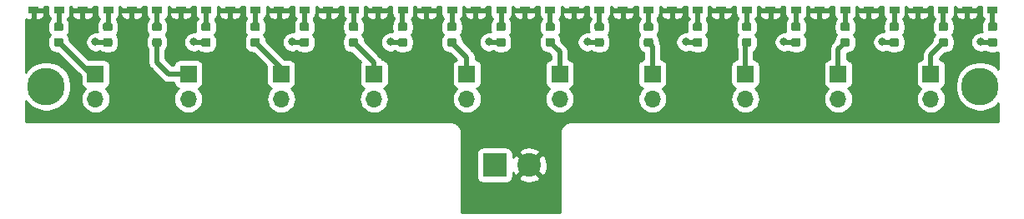
<source format=gbr>
G04 #@! TF.GenerationSoftware,KiCad,Pcbnew,(5.1.4)-1*
G04 #@! TF.CreationDate,2020-01-13T14:58:16-05:00*
G04 #@! TF.ProjectId,IRPanel,49525061-6e65-46c2-9e6b-696361645f70,rev?*
G04 #@! TF.SameCoordinates,Original*
G04 #@! TF.FileFunction,Copper,L1,Top*
G04 #@! TF.FilePolarity,Positive*
%FSLAX46Y46*%
G04 Gerber Fmt 4.6, Leading zero omitted, Abs format (unit mm)*
G04 Created by KiCad (PCBNEW (5.1.4)-1) date 2020-01-13 14:58:16*
%MOMM*%
%LPD*%
G04 APERTURE LIST*
%ADD10C,0.100000*%
%ADD11C,0.875000*%
%ADD12O,1.700000X1.700000*%
%ADD13R,1.700000X1.700000*%
%ADD14R,1.000000X0.720000*%
%ADD15C,3.800000*%
%ADD16C,2.400000*%
%ADD17R,2.400000X2.400000*%
%ADD18C,0.800000*%
%ADD19C,0.500000*%
%ADD20C,0.254000*%
G04 APERTURE END LIST*
D10*
G36*
X201777691Y-79851053D02*
G01*
X201798926Y-79854203D01*
X201819750Y-79859419D01*
X201839962Y-79866651D01*
X201859368Y-79875830D01*
X201877781Y-79886866D01*
X201895024Y-79899654D01*
X201910930Y-79914070D01*
X201925346Y-79929976D01*
X201938134Y-79947219D01*
X201949170Y-79965632D01*
X201958349Y-79985038D01*
X201965581Y-80005250D01*
X201970797Y-80026074D01*
X201973947Y-80047309D01*
X201975000Y-80068750D01*
X201975000Y-80506250D01*
X201973947Y-80527691D01*
X201970797Y-80548926D01*
X201965581Y-80569750D01*
X201958349Y-80589962D01*
X201949170Y-80609368D01*
X201938134Y-80627781D01*
X201925346Y-80645024D01*
X201910930Y-80660930D01*
X201895024Y-80675346D01*
X201877781Y-80688134D01*
X201859368Y-80699170D01*
X201839962Y-80708349D01*
X201819750Y-80715581D01*
X201798926Y-80720797D01*
X201777691Y-80723947D01*
X201756250Y-80725000D01*
X201243750Y-80725000D01*
X201222309Y-80723947D01*
X201201074Y-80720797D01*
X201180250Y-80715581D01*
X201160038Y-80708349D01*
X201140632Y-80699170D01*
X201122219Y-80688134D01*
X201104976Y-80675346D01*
X201089070Y-80660930D01*
X201074654Y-80645024D01*
X201061866Y-80627781D01*
X201050830Y-80609368D01*
X201041651Y-80589962D01*
X201034419Y-80569750D01*
X201029203Y-80548926D01*
X201026053Y-80527691D01*
X201025000Y-80506250D01*
X201025000Y-80068750D01*
X201026053Y-80047309D01*
X201029203Y-80026074D01*
X201034419Y-80005250D01*
X201041651Y-79985038D01*
X201050830Y-79965632D01*
X201061866Y-79947219D01*
X201074654Y-79929976D01*
X201089070Y-79914070D01*
X201104976Y-79899654D01*
X201122219Y-79886866D01*
X201140632Y-79875830D01*
X201160038Y-79866651D01*
X201180250Y-79859419D01*
X201201074Y-79854203D01*
X201222309Y-79851053D01*
X201243750Y-79850000D01*
X201756250Y-79850000D01*
X201777691Y-79851053D01*
X201777691Y-79851053D01*
G37*
D11*
X201500000Y-80287500D03*
D10*
G36*
X201777691Y-78276053D02*
G01*
X201798926Y-78279203D01*
X201819750Y-78284419D01*
X201839962Y-78291651D01*
X201859368Y-78300830D01*
X201877781Y-78311866D01*
X201895024Y-78324654D01*
X201910930Y-78339070D01*
X201925346Y-78354976D01*
X201938134Y-78372219D01*
X201949170Y-78390632D01*
X201958349Y-78410038D01*
X201965581Y-78430250D01*
X201970797Y-78451074D01*
X201973947Y-78472309D01*
X201975000Y-78493750D01*
X201975000Y-78931250D01*
X201973947Y-78952691D01*
X201970797Y-78973926D01*
X201965581Y-78994750D01*
X201958349Y-79014962D01*
X201949170Y-79034368D01*
X201938134Y-79052781D01*
X201925346Y-79070024D01*
X201910930Y-79085930D01*
X201895024Y-79100346D01*
X201877781Y-79113134D01*
X201859368Y-79124170D01*
X201839962Y-79133349D01*
X201819750Y-79140581D01*
X201798926Y-79145797D01*
X201777691Y-79148947D01*
X201756250Y-79150000D01*
X201243750Y-79150000D01*
X201222309Y-79148947D01*
X201201074Y-79145797D01*
X201180250Y-79140581D01*
X201160038Y-79133349D01*
X201140632Y-79124170D01*
X201122219Y-79113134D01*
X201104976Y-79100346D01*
X201089070Y-79085930D01*
X201074654Y-79070024D01*
X201061866Y-79052781D01*
X201050830Y-79034368D01*
X201041651Y-79014962D01*
X201034419Y-78994750D01*
X201029203Y-78973926D01*
X201026053Y-78952691D01*
X201025000Y-78931250D01*
X201025000Y-78493750D01*
X201026053Y-78472309D01*
X201029203Y-78451074D01*
X201034419Y-78430250D01*
X201041651Y-78410038D01*
X201050830Y-78390632D01*
X201061866Y-78372219D01*
X201074654Y-78354976D01*
X201089070Y-78339070D01*
X201104976Y-78324654D01*
X201122219Y-78311866D01*
X201140632Y-78300830D01*
X201160038Y-78291651D01*
X201180250Y-78284419D01*
X201201074Y-78279203D01*
X201222309Y-78276053D01*
X201243750Y-78275000D01*
X201756250Y-78275000D01*
X201777691Y-78276053D01*
X201777691Y-78276053D01*
G37*
D11*
X201500000Y-78712500D03*
D10*
G36*
X196790847Y-79851053D02*
G01*
X196812082Y-79854203D01*
X196832906Y-79859419D01*
X196853118Y-79866651D01*
X196872524Y-79875830D01*
X196890937Y-79886866D01*
X196908180Y-79899654D01*
X196924086Y-79914070D01*
X196938502Y-79929976D01*
X196951290Y-79947219D01*
X196962326Y-79965632D01*
X196971505Y-79985038D01*
X196978737Y-80005250D01*
X196983953Y-80026074D01*
X196987103Y-80047309D01*
X196988156Y-80068750D01*
X196988156Y-80506250D01*
X196987103Y-80527691D01*
X196983953Y-80548926D01*
X196978737Y-80569750D01*
X196971505Y-80589962D01*
X196962326Y-80609368D01*
X196951290Y-80627781D01*
X196938502Y-80645024D01*
X196924086Y-80660930D01*
X196908180Y-80675346D01*
X196890937Y-80688134D01*
X196872524Y-80699170D01*
X196853118Y-80708349D01*
X196832906Y-80715581D01*
X196812082Y-80720797D01*
X196790847Y-80723947D01*
X196769406Y-80725000D01*
X196256906Y-80725000D01*
X196235465Y-80723947D01*
X196214230Y-80720797D01*
X196193406Y-80715581D01*
X196173194Y-80708349D01*
X196153788Y-80699170D01*
X196135375Y-80688134D01*
X196118132Y-80675346D01*
X196102226Y-80660930D01*
X196087810Y-80645024D01*
X196075022Y-80627781D01*
X196063986Y-80609368D01*
X196054807Y-80589962D01*
X196047575Y-80569750D01*
X196042359Y-80548926D01*
X196039209Y-80527691D01*
X196038156Y-80506250D01*
X196038156Y-80068750D01*
X196039209Y-80047309D01*
X196042359Y-80026074D01*
X196047575Y-80005250D01*
X196054807Y-79985038D01*
X196063986Y-79965632D01*
X196075022Y-79947219D01*
X196087810Y-79929976D01*
X196102226Y-79914070D01*
X196118132Y-79899654D01*
X196135375Y-79886866D01*
X196153788Y-79875830D01*
X196173194Y-79866651D01*
X196193406Y-79859419D01*
X196214230Y-79854203D01*
X196235465Y-79851053D01*
X196256906Y-79850000D01*
X196769406Y-79850000D01*
X196790847Y-79851053D01*
X196790847Y-79851053D01*
G37*
D11*
X196513156Y-80287500D03*
D10*
G36*
X196790847Y-78276053D02*
G01*
X196812082Y-78279203D01*
X196832906Y-78284419D01*
X196853118Y-78291651D01*
X196872524Y-78300830D01*
X196890937Y-78311866D01*
X196908180Y-78324654D01*
X196924086Y-78339070D01*
X196938502Y-78354976D01*
X196951290Y-78372219D01*
X196962326Y-78390632D01*
X196971505Y-78410038D01*
X196978737Y-78430250D01*
X196983953Y-78451074D01*
X196987103Y-78472309D01*
X196988156Y-78493750D01*
X196988156Y-78931250D01*
X196987103Y-78952691D01*
X196983953Y-78973926D01*
X196978737Y-78994750D01*
X196971505Y-79014962D01*
X196962326Y-79034368D01*
X196951290Y-79052781D01*
X196938502Y-79070024D01*
X196924086Y-79085930D01*
X196908180Y-79100346D01*
X196890937Y-79113134D01*
X196872524Y-79124170D01*
X196853118Y-79133349D01*
X196832906Y-79140581D01*
X196812082Y-79145797D01*
X196790847Y-79148947D01*
X196769406Y-79150000D01*
X196256906Y-79150000D01*
X196235465Y-79148947D01*
X196214230Y-79145797D01*
X196193406Y-79140581D01*
X196173194Y-79133349D01*
X196153788Y-79124170D01*
X196135375Y-79113134D01*
X196118132Y-79100346D01*
X196102226Y-79085930D01*
X196087810Y-79070024D01*
X196075022Y-79052781D01*
X196063986Y-79034368D01*
X196054807Y-79014962D01*
X196047575Y-78994750D01*
X196042359Y-78973926D01*
X196039209Y-78952691D01*
X196038156Y-78931250D01*
X196038156Y-78493750D01*
X196039209Y-78472309D01*
X196042359Y-78451074D01*
X196047575Y-78430250D01*
X196054807Y-78410038D01*
X196063986Y-78390632D01*
X196075022Y-78372219D01*
X196087810Y-78354976D01*
X196102226Y-78339070D01*
X196118132Y-78324654D01*
X196135375Y-78311866D01*
X196153788Y-78300830D01*
X196173194Y-78291651D01*
X196193406Y-78284419D01*
X196214230Y-78279203D01*
X196235465Y-78276053D01*
X196256906Y-78275000D01*
X196769406Y-78275000D01*
X196790847Y-78276053D01*
X196790847Y-78276053D01*
G37*
D11*
X196513156Y-78712500D03*
D10*
G36*
X191804005Y-79851053D02*
G01*
X191825240Y-79854203D01*
X191846064Y-79859419D01*
X191866276Y-79866651D01*
X191885682Y-79875830D01*
X191904095Y-79886866D01*
X191921338Y-79899654D01*
X191937244Y-79914070D01*
X191951660Y-79929976D01*
X191964448Y-79947219D01*
X191975484Y-79965632D01*
X191984663Y-79985038D01*
X191991895Y-80005250D01*
X191997111Y-80026074D01*
X192000261Y-80047309D01*
X192001314Y-80068750D01*
X192001314Y-80506250D01*
X192000261Y-80527691D01*
X191997111Y-80548926D01*
X191991895Y-80569750D01*
X191984663Y-80589962D01*
X191975484Y-80609368D01*
X191964448Y-80627781D01*
X191951660Y-80645024D01*
X191937244Y-80660930D01*
X191921338Y-80675346D01*
X191904095Y-80688134D01*
X191885682Y-80699170D01*
X191866276Y-80708349D01*
X191846064Y-80715581D01*
X191825240Y-80720797D01*
X191804005Y-80723947D01*
X191782564Y-80725000D01*
X191270064Y-80725000D01*
X191248623Y-80723947D01*
X191227388Y-80720797D01*
X191206564Y-80715581D01*
X191186352Y-80708349D01*
X191166946Y-80699170D01*
X191148533Y-80688134D01*
X191131290Y-80675346D01*
X191115384Y-80660930D01*
X191100968Y-80645024D01*
X191088180Y-80627781D01*
X191077144Y-80609368D01*
X191067965Y-80589962D01*
X191060733Y-80569750D01*
X191055517Y-80548926D01*
X191052367Y-80527691D01*
X191051314Y-80506250D01*
X191051314Y-80068750D01*
X191052367Y-80047309D01*
X191055517Y-80026074D01*
X191060733Y-80005250D01*
X191067965Y-79985038D01*
X191077144Y-79965632D01*
X191088180Y-79947219D01*
X191100968Y-79929976D01*
X191115384Y-79914070D01*
X191131290Y-79899654D01*
X191148533Y-79886866D01*
X191166946Y-79875830D01*
X191186352Y-79866651D01*
X191206564Y-79859419D01*
X191227388Y-79854203D01*
X191248623Y-79851053D01*
X191270064Y-79850000D01*
X191782564Y-79850000D01*
X191804005Y-79851053D01*
X191804005Y-79851053D01*
G37*
D11*
X191526314Y-80287500D03*
D10*
G36*
X191804005Y-78276053D02*
G01*
X191825240Y-78279203D01*
X191846064Y-78284419D01*
X191866276Y-78291651D01*
X191885682Y-78300830D01*
X191904095Y-78311866D01*
X191921338Y-78324654D01*
X191937244Y-78339070D01*
X191951660Y-78354976D01*
X191964448Y-78372219D01*
X191975484Y-78390632D01*
X191984663Y-78410038D01*
X191991895Y-78430250D01*
X191997111Y-78451074D01*
X192000261Y-78472309D01*
X192001314Y-78493750D01*
X192001314Y-78931250D01*
X192000261Y-78952691D01*
X191997111Y-78973926D01*
X191991895Y-78994750D01*
X191984663Y-79014962D01*
X191975484Y-79034368D01*
X191964448Y-79052781D01*
X191951660Y-79070024D01*
X191937244Y-79085930D01*
X191921338Y-79100346D01*
X191904095Y-79113134D01*
X191885682Y-79124170D01*
X191866276Y-79133349D01*
X191846064Y-79140581D01*
X191825240Y-79145797D01*
X191804005Y-79148947D01*
X191782564Y-79150000D01*
X191270064Y-79150000D01*
X191248623Y-79148947D01*
X191227388Y-79145797D01*
X191206564Y-79140581D01*
X191186352Y-79133349D01*
X191166946Y-79124170D01*
X191148533Y-79113134D01*
X191131290Y-79100346D01*
X191115384Y-79085930D01*
X191100968Y-79070024D01*
X191088180Y-79052781D01*
X191077144Y-79034368D01*
X191067965Y-79014962D01*
X191060733Y-78994750D01*
X191055517Y-78973926D01*
X191052367Y-78952691D01*
X191051314Y-78931250D01*
X191051314Y-78493750D01*
X191052367Y-78472309D01*
X191055517Y-78451074D01*
X191060733Y-78430250D01*
X191067965Y-78410038D01*
X191077144Y-78390632D01*
X191088180Y-78372219D01*
X191100968Y-78354976D01*
X191115384Y-78339070D01*
X191131290Y-78324654D01*
X191148533Y-78311866D01*
X191166946Y-78300830D01*
X191186352Y-78291651D01*
X191206564Y-78284419D01*
X191227388Y-78279203D01*
X191248623Y-78276053D01*
X191270064Y-78275000D01*
X191782564Y-78275000D01*
X191804005Y-78276053D01*
X191804005Y-78276053D01*
G37*
D11*
X191526314Y-78712500D03*
D10*
G36*
X186817163Y-79851053D02*
G01*
X186838398Y-79854203D01*
X186859222Y-79859419D01*
X186879434Y-79866651D01*
X186898840Y-79875830D01*
X186917253Y-79886866D01*
X186934496Y-79899654D01*
X186950402Y-79914070D01*
X186964818Y-79929976D01*
X186977606Y-79947219D01*
X186988642Y-79965632D01*
X186997821Y-79985038D01*
X187005053Y-80005250D01*
X187010269Y-80026074D01*
X187013419Y-80047309D01*
X187014472Y-80068750D01*
X187014472Y-80506250D01*
X187013419Y-80527691D01*
X187010269Y-80548926D01*
X187005053Y-80569750D01*
X186997821Y-80589962D01*
X186988642Y-80609368D01*
X186977606Y-80627781D01*
X186964818Y-80645024D01*
X186950402Y-80660930D01*
X186934496Y-80675346D01*
X186917253Y-80688134D01*
X186898840Y-80699170D01*
X186879434Y-80708349D01*
X186859222Y-80715581D01*
X186838398Y-80720797D01*
X186817163Y-80723947D01*
X186795722Y-80725000D01*
X186283222Y-80725000D01*
X186261781Y-80723947D01*
X186240546Y-80720797D01*
X186219722Y-80715581D01*
X186199510Y-80708349D01*
X186180104Y-80699170D01*
X186161691Y-80688134D01*
X186144448Y-80675346D01*
X186128542Y-80660930D01*
X186114126Y-80645024D01*
X186101338Y-80627781D01*
X186090302Y-80609368D01*
X186081123Y-80589962D01*
X186073891Y-80569750D01*
X186068675Y-80548926D01*
X186065525Y-80527691D01*
X186064472Y-80506250D01*
X186064472Y-80068750D01*
X186065525Y-80047309D01*
X186068675Y-80026074D01*
X186073891Y-80005250D01*
X186081123Y-79985038D01*
X186090302Y-79965632D01*
X186101338Y-79947219D01*
X186114126Y-79929976D01*
X186128542Y-79914070D01*
X186144448Y-79899654D01*
X186161691Y-79886866D01*
X186180104Y-79875830D01*
X186199510Y-79866651D01*
X186219722Y-79859419D01*
X186240546Y-79854203D01*
X186261781Y-79851053D01*
X186283222Y-79850000D01*
X186795722Y-79850000D01*
X186817163Y-79851053D01*
X186817163Y-79851053D01*
G37*
D11*
X186539472Y-80287500D03*
D10*
G36*
X186817163Y-78276053D02*
G01*
X186838398Y-78279203D01*
X186859222Y-78284419D01*
X186879434Y-78291651D01*
X186898840Y-78300830D01*
X186917253Y-78311866D01*
X186934496Y-78324654D01*
X186950402Y-78339070D01*
X186964818Y-78354976D01*
X186977606Y-78372219D01*
X186988642Y-78390632D01*
X186997821Y-78410038D01*
X187005053Y-78430250D01*
X187010269Y-78451074D01*
X187013419Y-78472309D01*
X187014472Y-78493750D01*
X187014472Y-78931250D01*
X187013419Y-78952691D01*
X187010269Y-78973926D01*
X187005053Y-78994750D01*
X186997821Y-79014962D01*
X186988642Y-79034368D01*
X186977606Y-79052781D01*
X186964818Y-79070024D01*
X186950402Y-79085930D01*
X186934496Y-79100346D01*
X186917253Y-79113134D01*
X186898840Y-79124170D01*
X186879434Y-79133349D01*
X186859222Y-79140581D01*
X186838398Y-79145797D01*
X186817163Y-79148947D01*
X186795722Y-79150000D01*
X186283222Y-79150000D01*
X186261781Y-79148947D01*
X186240546Y-79145797D01*
X186219722Y-79140581D01*
X186199510Y-79133349D01*
X186180104Y-79124170D01*
X186161691Y-79113134D01*
X186144448Y-79100346D01*
X186128542Y-79085930D01*
X186114126Y-79070024D01*
X186101338Y-79052781D01*
X186090302Y-79034368D01*
X186081123Y-79014962D01*
X186073891Y-78994750D01*
X186068675Y-78973926D01*
X186065525Y-78952691D01*
X186064472Y-78931250D01*
X186064472Y-78493750D01*
X186065525Y-78472309D01*
X186068675Y-78451074D01*
X186073891Y-78430250D01*
X186081123Y-78410038D01*
X186090302Y-78390632D01*
X186101338Y-78372219D01*
X186114126Y-78354976D01*
X186128542Y-78339070D01*
X186144448Y-78324654D01*
X186161691Y-78311866D01*
X186180104Y-78300830D01*
X186199510Y-78291651D01*
X186219722Y-78284419D01*
X186240546Y-78279203D01*
X186261781Y-78276053D01*
X186283222Y-78275000D01*
X186795722Y-78275000D01*
X186817163Y-78276053D01*
X186817163Y-78276053D01*
G37*
D11*
X186539472Y-78712500D03*
D12*
X195250000Y-86040000D03*
D13*
X195250000Y-83500000D03*
D12*
X185833328Y-86040000D03*
D13*
X185833328Y-83500000D03*
D14*
X198900000Y-77000000D03*
X201500000Y-77000000D03*
X193915780Y-77000000D03*
X196515780Y-77000000D03*
X188931570Y-77000000D03*
X191531570Y-77000000D03*
X183947360Y-77000000D03*
X186547360Y-77000000D03*
D15*
X105500000Y-84750000D03*
X200250000Y-84750000D03*
D10*
G36*
X181830321Y-79851053D02*
G01*
X181851556Y-79854203D01*
X181872380Y-79859419D01*
X181892592Y-79866651D01*
X181911998Y-79875830D01*
X181930411Y-79886866D01*
X181947654Y-79899654D01*
X181963560Y-79914070D01*
X181977976Y-79929976D01*
X181990764Y-79947219D01*
X182001800Y-79965632D01*
X182010979Y-79985038D01*
X182018211Y-80005250D01*
X182023427Y-80026074D01*
X182026577Y-80047309D01*
X182027630Y-80068750D01*
X182027630Y-80506250D01*
X182026577Y-80527691D01*
X182023427Y-80548926D01*
X182018211Y-80569750D01*
X182010979Y-80589962D01*
X182001800Y-80609368D01*
X181990764Y-80627781D01*
X181977976Y-80645024D01*
X181963560Y-80660930D01*
X181947654Y-80675346D01*
X181930411Y-80688134D01*
X181911998Y-80699170D01*
X181892592Y-80708349D01*
X181872380Y-80715581D01*
X181851556Y-80720797D01*
X181830321Y-80723947D01*
X181808880Y-80725000D01*
X181296380Y-80725000D01*
X181274939Y-80723947D01*
X181253704Y-80720797D01*
X181232880Y-80715581D01*
X181212668Y-80708349D01*
X181193262Y-80699170D01*
X181174849Y-80688134D01*
X181157606Y-80675346D01*
X181141700Y-80660930D01*
X181127284Y-80645024D01*
X181114496Y-80627781D01*
X181103460Y-80609368D01*
X181094281Y-80589962D01*
X181087049Y-80569750D01*
X181081833Y-80548926D01*
X181078683Y-80527691D01*
X181077630Y-80506250D01*
X181077630Y-80068750D01*
X181078683Y-80047309D01*
X181081833Y-80026074D01*
X181087049Y-80005250D01*
X181094281Y-79985038D01*
X181103460Y-79965632D01*
X181114496Y-79947219D01*
X181127284Y-79929976D01*
X181141700Y-79914070D01*
X181157606Y-79899654D01*
X181174849Y-79886866D01*
X181193262Y-79875830D01*
X181212668Y-79866651D01*
X181232880Y-79859419D01*
X181253704Y-79854203D01*
X181274939Y-79851053D01*
X181296380Y-79850000D01*
X181808880Y-79850000D01*
X181830321Y-79851053D01*
X181830321Y-79851053D01*
G37*
D11*
X181552630Y-80287500D03*
D10*
G36*
X181830321Y-78276053D02*
G01*
X181851556Y-78279203D01*
X181872380Y-78284419D01*
X181892592Y-78291651D01*
X181911998Y-78300830D01*
X181930411Y-78311866D01*
X181947654Y-78324654D01*
X181963560Y-78339070D01*
X181977976Y-78354976D01*
X181990764Y-78372219D01*
X182001800Y-78390632D01*
X182010979Y-78410038D01*
X182018211Y-78430250D01*
X182023427Y-78451074D01*
X182026577Y-78472309D01*
X182027630Y-78493750D01*
X182027630Y-78931250D01*
X182026577Y-78952691D01*
X182023427Y-78973926D01*
X182018211Y-78994750D01*
X182010979Y-79014962D01*
X182001800Y-79034368D01*
X181990764Y-79052781D01*
X181977976Y-79070024D01*
X181963560Y-79085930D01*
X181947654Y-79100346D01*
X181930411Y-79113134D01*
X181911998Y-79124170D01*
X181892592Y-79133349D01*
X181872380Y-79140581D01*
X181851556Y-79145797D01*
X181830321Y-79148947D01*
X181808880Y-79150000D01*
X181296380Y-79150000D01*
X181274939Y-79148947D01*
X181253704Y-79145797D01*
X181232880Y-79140581D01*
X181212668Y-79133349D01*
X181193262Y-79124170D01*
X181174849Y-79113134D01*
X181157606Y-79100346D01*
X181141700Y-79085930D01*
X181127284Y-79070024D01*
X181114496Y-79052781D01*
X181103460Y-79034368D01*
X181094281Y-79014962D01*
X181087049Y-78994750D01*
X181081833Y-78973926D01*
X181078683Y-78952691D01*
X181077630Y-78931250D01*
X181077630Y-78493750D01*
X181078683Y-78472309D01*
X181081833Y-78451074D01*
X181087049Y-78430250D01*
X181094281Y-78410038D01*
X181103460Y-78390632D01*
X181114496Y-78372219D01*
X181127284Y-78354976D01*
X181141700Y-78339070D01*
X181157606Y-78324654D01*
X181174849Y-78311866D01*
X181193262Y-78300830D01*
X181212668Y-78291651D01*
X181232880Y-78284419D01*
X181253704Y-78279203D01*
X181274939Y-78276053D01*
X181296380Y-78275000D01*
X181808880Y-78275000D01*
X181830321Y-78276053D01*
X181830321Y-78276053D01*
G37*
D11*
X181552630Y-78712500D03*
D10*
G36*
X176843479Y-79851053D02*
G01*
X176864714Y-79854203D01*
X176885538Y-79859419D01*
X176905750Y-79866651D01*
X176925156Y-79875830D01*
X176943569Y-79886866D01*
X176960812Y-79899654D01*
X176976718Y-79914070D01*
X176991134Y-79929976D01*
X177003922Y-79947219D01*
X177014958Y-79965632D01*
X177024137Y-79985038D01*
X177031369Y-80005250D01*
X177036585Y-80026074D01*
X177039735Y-80047309D01*
X177040788Y-80068750D01*
X177040788Y-80506250D01*
X177039735Y-80527691D01*
X177036585Y-80548926D01*
X177031369Y-80569750D01*
X177024137Y-80589962D01*
X177014958Y-80609368D01*
X177003922Y-80627781D01*
X176991134Y-80645024D01*
X176976718Y-80660930D01*
X176960812Y-80675346D01*
X176943569Y-80688134D01*
X176925156Y-80699170D01*
X176905750Y-80708349D01*
X176885538Y-80715581D01*
X176864714Y-80720797D01*
X176843479Y-80723947D01*
X176822038Y-80725000D01*
X176309538Y-80725000D01*
X176288097Y-80723947D01*
X176266862Y-80720797D01*
X176246038Y-80715581D01*
X176225826Y-80708349D01*
X176206420Y-80699170D01*
X176188007Y-80688134D01*
X176170764Y-80675346D01*
X176154858Y-80660930D01*
X176140442Y-80645024D01*
X176127654Y-80627781D01*
X176116618Y-80609368D01*
X176107439Y-80589962D01*
X176100207Y-80569750D01*
X176094991Y-80548926D01*
X176091841Y-80527691D01*
X176090788Y-80506250D01*
X176090788Y-80068750D01*
X176091841Y-80047309D01*
X176094991Y-80026074D01*
X176100207Y-80005250D01*
X176107439Y-79985038D01*
X176116618Y-79965632D01*
X176127654Y-79947219D01*
X176140442Y-79929976D01*
X176154858Y-79914070D01*
X176170764Y-79899654D01*
X176188007Y-79886866D01*
X176206420Y-79875830D01*
X176225826Y-79866651D01*
X176246038Y-79859419D01*
X176266862Y-79854203D01*
X176288097Y-79851053D01*
X176309538Y-79850000D01*
X176822038Y-79850000D01*
X176843479Y-79851053D01*
X176843479Y-79851053D01*
G37*
D11*
X176565788Y-80287500D03*
D10*
G36*
X176843479Y-78276053D02*
G01*
X176864714Y-78279203D01*
X176885538Y-78284419D01*
X176905750Y-78291651D01*
X176925156Y-78300830D01*
X176943569Y-78311866D01*
X176960812Y-78324654D01*
X176976718Y-78339070D01*
X176991134Y-78354976D01*
X177003922Y-78372219D01*
X177014958Y-78390632D01*
X177024137Y-78410038D01*
X177031369Y-78430250D01*
X177036585Y-78451074D01*
X177039735Y-78472309D01*
X177040788Y-78493750D01*
X177040788Y-78931250D01*
X177039735Y-78952691D01*
X177036585Y-78973926D01*
X177031369Y-78994750D01*
X177024137Y-79014962D01*
X177014958Y-79034368D01*
X177003922Y-79052781D01*
X176991134Y-79070024D01*
X176976718Y-79085930D01*
X176960812Y-79100346D01*
X176943569Y-79113134D01*
X176925156Y-79124170D01*
X176905750Y-79133349D01*
X176885538Y-79140581D01*
X176864714Y-79145797D01*
X176843479Y-79148947D01*
X176822038Y-79150000D01*
X176309538Y-79150000D01*
X176288097Y-79148947D01*
X176266862Y-79145797D01*
X176246038Y-79140581D01*
X176225826Y-79133349D01*
X176206420Y-79124170D01*
X176188007Y-79113134D01*
X176170764Y-79100346D01*
X176154858Y-79085930D01*
X176140442Y-79070024D01*
X176127654Y-79052781D01*
X176116618Y-79034368D01*
X176107439Y-79014962D01*
X176100207Y-78994750D01*
X176094991Y-78973926D01*
X176091841Y-78952691D01*
X176090788Y-78931250D01*
X176090788Y-78493750D01*
X176091841Y-78472309D01*
X176094991Y-78451074D01*
X176100207Y-78430250D01*
X176107439Y-78410038D01*
X176116618Y-78390632D01*
X176127654Y-78372219D01*
X176140442Y-78354976D01*
X176154858Y-78339070D01*
X176170764Y-78324654D01*
X176188007Y-78311866D01*
X176206420Y-78300830D01*
X176225826Y-78291651D01*
X176246038Y-78284419D01*
X176266862Y-78279203D01*
X176288097Y-78276053D01*
X176309538Y-78275000D01*
X176822038Y-78275000D01*
X176843479Y-78276053D01*
X176843479Y-78276053D01*
G37*
D11*
X176565788Y-78712500D03*
D10*
G36*
X171856637Y-79851053D02*
G01*
X171877872Y-79854203D01*
X171898696Y-79859419D01*
X171918908Y-79866651D01*
X171938314Y-79875830D01*
X171956727Y-79886866D01*
X171973970Y-79899654D01*
X171989876Y-79914070D01*
X172004292Y-79929976D01*
X172017080Y-79947219D01*
X172028116Y-79965632D01*
X172037295Y-79985038D01*
X172044527Y-80005250D01*
X172049743Y-80026074D01*
X172052893Y-80047309D01*
X172053946Y-80068750D01*
X172053946Y-80506250D01*
X172052893Y-80527691D01*
X172049743Y-80548926D01*
X172044527Y-80569750D01*
X172037295Y-80589962D01*
X172028116Y-80609368D01*
X172017080Y-80627781D01*
X172004292Y-80645024D01*
X171989876Y-80660930D01*
X171973970Y-80675346D01*
X171956727Y-80688134D01*
X171938314Y-80699170D01*
X171918908Y-80708349D01*
X171898696Y-80715581D01*
X171877872Y-80720797D01*
X171856637Y-80723947D01*
X171835196Y-80725000D01*
X171322696Y-80725000D01*
X171301255Y-80723947D01*
X171280020Y-80720797D01*
X171259196Y-80715581D01*
X171238984Y-80708349D01*
X171219578Y-80699170D01*
X171201165Y-80688134D01*
X171183922Y-80675346D01*
X171168016Y-80660930D01*
X171153600Y-80645024D01*
X171140812Y-80627781D01*
X171129776Y-80609368D01*
X171120597Y-80589962D01*
X171113365Y-80569750D01*
X171108149Y-80548926D01*
X171104999Y-80527691D01*
X171103946Y-80506250D01*
X171103946Y-80068750D01*
X171104999Y-80047309D01*
X171108149Y-80026074D01*
X171113365Y-80005250D01*
X171120597Y-79985038D01*
X171129776Y-79965632D01*
X171140812Y-79947219D01*
X171153600Y-79929976D01*
X171168016Y-79914070D01*
X171183922Y-79899654D01*
X171201165Y-79886866D01*
X171219578Y-79875830D01*
X171238984Y-79866651D01*
X171259196Y-79859419D01*
X171280020Y-79854203D01*
X171301255Y-79851053D01*
X171322696Y-79850000D01*
X171835196Y-79850000D01*
X171856637Y-79851053D01*
X171856637Y-79851053D01*
G37*
D11*
X171578946Y-80287500D03*
D10*
G36*
X171856637Y-78276053D02*
G01*
X171877872Y-78279203D01*
X171898696Y-78284419D01*
X171918908Y-78291651D01*
X171938314Y-78300830D01*
X171956727Y-78311866D01*
X171973970Y-78324654D01*
X171989876Y-78339070D01*
X172004292Y-78354976D01*
X172017080Y-78372219D01*
X172028116Y-78390632D01*
X172037295Y-78410038D01*
X172044527Y-78430250D01*
X172049743Y-78451074D01*
X172052893Y-78472309D01*
X172053946Y-78493750D01*
X172053946Y-78931250D01*
X172052893Y-78952691D01*
X172049743Y-78973926D01*
X172044527Y-78994750D01*
X172037295Y-79014962D01*
X172028116Y-79034368D01*
X172017080Y-79052781D01*
X172004292Y-79070024D01*
X171989876Y-79085930D01*
X171973970Y-79100346D01*
X171956727Y-79113134D01*
X171938314Y-79124170D01*
X171918908Y-79133349D01*
X171898696Y-79140581D01*
X171877872Y-79145797D01*
X171856637Y-79148947D01*
X171835196Y-79150000D01*
X171322696Y-79150000D01*
X171301255Y-79148947D01*
X171280020Y-79145797D01*
X171259196Y-79140581D01*
X171238984Y-79133349D01*
X171219578Y-79124170D01*
X171201165Y-79113134D01*
X171183922Y-79100346D01*
X171168016Y-79085930D01*
X171153600Y-79070024D01*
X171140812Y-79052781D01*
X171129776Y-79034368D01*
X171120597Y-79014962D01*
X171113365Y-78994750D01*
X171108149Y-78973926D01*
X171104999Y-78952691D01*
X171103946Y-78931250D01*
X171103946Y-78493750D01*
X171104999Y-78472309D01*
X171108149Y-78451074D01*
X171113365Y-78430250D01*
X171120597Y-78410038D01*
X171129776Y-78390632D01*
X171140812Y-78372219D01*
X171153600Y-78354976D01*
X171168016Y-78339070D01*
X171183922Y-78324654D01*
X171201165Y-78311866D01*
X171219578Y-78300830D01*
X171238984Y-78291651D01*
X171259196Y-78284419D01*
X171280020Y-78279203D01*
X171301255Y-78276053D01*
X171322696Y-78275000D01*
X171835196Y-78275000D01*
X171856637Y-78276053D01*
X171856637Y-78276053D01*
G37*
D11*
X171578946Y-78712500D03*
D10*
G36*
X166869795Y-79851053D02*
G01*
X166891030Y-79854203D01*
X166911854Y-79859419D01*
X166932066Y-79866651D01*
X166951472Y-79875830D01*
X166969885Y-79886866D01*
X166987128Y-79899654D01*
X167003034Y-79914070D01*
X167017450Y-79929976D01*
X167030238Y-79947219D01*
X167041274Y-79965632D01*
X167050453Y-79985038D01*
X167057685Y-80005250D01*
X167062901Y-80026074D01*
X167066051Y-80047309D01*
X167067104Y-80068750D01*
X167067104Y-80506250D01*
X167066051Y-80527691D01*
X167062901Y-80548926D01*
X167057685Y-80569750D01*
X167050453Y-80589962D01*
X167041274Y-80609368D01*
X167030238Y-80627781D01*
X167017450Y-80645024D01*
X167003034Y-80660930D01*
X166987128Y-80675346D01*
X166969885Y-80688134D01*
X166951472Y-80699170D01*
X166932066Y-80708349D01*
X166911854Y-80715581D01*
X166891030Y-80720797D01*
X166869795Y-80723947D01*
X166848354Y-80725000D01*
X166335854Y-80725000D01*
X166314413Y-80723947D01*
X166293178Y-80720797D01*
X166272354Y-80715581D01*
X166252142Y-80708349D01*
X166232736Y-80699170D01*
X166214323Y-80688134D01*
X166197080Y-80675346D01*
X166181174Y-80660930D01*
X166166758Y-80645024D01*
X166153970Y-80627781D01*
X166142934Y-80609368D01*
X166133755Y-80589962D01*
X166126523Y-80569750D01*
X166121307Y-80548926D01*
X166118157Y-80527691D01*
X166117104Y-80506250D01*
X166117104Y-80068750D01*
X166118157Y-80047309D01*
X166121307Y-80026074D01*
X166126523Y-80005250D01*
X166133755Y-79985038D01*
X166142934Y-79965632D01*
X166153970Y-79947219D01*
X166166758Y-79929976D01*
X166181174Y-79914070D01*
X166197080Y-79899654D01*
X166214323Y-79886866D01*
X166232736Y-79875830D01*
X166252142Y-79866651D01*
X166272354Y-79859419D01*
X166293178Y-79854203D01*
X166314413Y-79851053D01*
X166335854Y-79850000D01*
X166848354Y-79850000D01*
X166869795Y-79851053D01*
X166869795Y-79851053D01*
G37*
D11*
X166592104Y-80287500D03*
D10*
G36*
X166869795Y-78276053D02*
G01*
X166891030Y-78279203D01*
X166911854Y-78284419D01*
X166932066Y-78291651D01*
X166951472Y-78300830D01*
X166969885Y-78311866D01*
X166987128Y-78324654D01*
X167003034Y-78339070D01*
X167017450Y-78354976D01*
X167030238Y-78372219D01*
X167041274Y-78390632D01*
X167050453Y-78410038D01*
X167057685Y-78430250D01*
X167062901Y-78451074D01*
X167066051Y-78472309D01*
X167067104Y-78493750D01*
X167067104Y-78931250D01*
X167066051Y-78952691D01*
X167062901Y-78973926D01*
X167057685Y-78994750D01*
X167050453Y-79014962D01*
X167041274Y-79034368D01*
X167030238Y-79052781D01*
X167017450Y-79070024D01*
X167003034Y-79085930D01*
X166987128Y-79100346D01*
X166969885Y-79113134D01*
X166951472Y-79124170D01*
X166932066Y-79133349D01*
X166911854Y-79140581D01*
X166891030Y-79145797D01*
X166869795Y-79148947D01*
X166848354Y-79150000D01*
X166335854Y-79150000D01*
X166314413Y-79148947D01*
X166293178Y-79145797D01*
X166272354Y-79140581D01*
X166252142Y-79133349D01*
X166232736Y-79124170D01*
X166214323Y-79113134D01*
X166197080Y-79100346D01*
X166181174Y-79085930D01*
X166166758Y-79070024D01*
X166153970Y-79052781D01*
X166142934Y-79034368D01*
X166133755Y-79014962D01*
X166126523Y-78994750D01*
X166121307Y-78973926D01*
X166118157Y-78952691D01*
X166117104Y-78931250D01*
X166117104Y-78493750D01*
X166118157Y-78472309D01*
X166121307Y-78451074D01*
X166126523Y-78430250D01*
X166133755Y-78410038D01*
X166142934Y-78390632D01*
X166153970Y-78372219D01*
X166166758Y-78354976D01*
X166181174Y-78339070D01*
X166197080Y-78324654D01*
X166214323Y-78311866D01*
X166232736Y-78300830D01*
X166252142Y-78291651D01*
X166272354Y-78284419D01*
X166293178Y-78279203D01*
X166314413Y-78276053D01*
X166335854Y-78275000D01*
X166848354Y-78275000D01*
X166869795Y-78276053D01*
X166869795Y-78276053D01*
G37*
D11*
X166592104Y-78712500D03*
D10*
G36*
X161882953Y-79851053D02*
G01*
X161904188Y-79854203D01*
X161925012Y-79859419D01*
X161945224Y-79866651D01*
X161964630Y-79875830D01*
X161983043Y-79886866D01*
X162000286Y-79899654D01*
X162016192Y-79914070D01*
X162030608Y-79929976D01*
X162043396Y-79947219D01*
X162054432Y-79965632D01*
X162063611Y-79985038D01*
X162070843Y-80005250D01*
X162076059Y-80026074D01*
X162079209Y-80047309D01*
X162080262Y-80068750D01*
X162080262Y-80506250D01*
X162079209Y-80527691D01*
X162076059Y-80548926D01*
X162070843Y-80569750D01*
X162063611Y-80589962D01*
X162054432Y-80609368D01*
X162043396Y-80627781D01*
X162030608Y-80645024D01*
X162016192Y-80660930D01*
X162000286Y-80675346D01*
X161983043Y-80688134D01*
X161964630Y-80699170D01*
X161945224Y-80708349D01*
X161925012Y-80715581D01*
X161904188Y-80720797D01*
X161882953Y-80723947D01*
X161861512Y-80725000D01*
X161349012Y-80725000D01*
X161327571Y-80723947D01*
X161306336Y-80720797D01*
X161285512Y-80715581D01*
X161265300Y-80708349D01*
X161245894Y-80699170D01*
X161227481Y-80688134D01*
X161210238Y-80675346D01*
X161194332Y-80660930D01*
X161179916Y-80645024D01*
X161167128Y-80627781D01*
X161156092Y-80609368D01*
X161146913Y-80589962D01*
X161139681Y-80569750D01*
X161134465Y-80548926D01*
X161131315Y-80527691D01*
X161130262Y-80506250D01*
X161130262Y-80068750D01*
X161131315Y-80047309D01*
X161134465Y-80026074D01*
X161139681Y-80005250D01*
X161146913Y-79985038D01*
X161156092Y-79965632D01*
X161167128Y-79947219D01*
X161179916Y-79929976D01*
X161194332Y-79914070D01*
X161210238Y-79899654D01*
X161227481Y-79886866D01*
X161245894Y-79875830D01*
X161265300Y-79866651D01*
X161285512Y-79859419D01*
X161306336Y-79854203D01*
X161327571Y-79851053D01*
X161349012Y-79850000D01*
X161861512Y-79850000D01*
X161882953Y-79851053D01*
X161882953Y-79851053D01*
G37*
D11*
X161605262Y-80287500D03*
D10*
G36*
X161882953Y-78276053D02*
G01*
X161904188Y-78279203D01*
X161925012Y-78284419D01*
X161945224Y-78291651D01*
X161964630Y-78300830D01*
X161983043Y-78311866D01*
X162000286Y-78324654D01*
X162016192Y-78339070D01*
X162030608Y-78354976D01*
X162043396Y-78372219D01*
X162054432Y-78390632D01*
X162063611Y-78410038D01*
X162070843Y-78430250D01*
X162076059Y-78451074D01*
X162079209Y-78472309D01*
X162080262Y-78493750D01*
X162080262Y-78931250D01*
X162079209Y-78952691D01*
X162076059Y-78973926D01*
X162070843Y-78994750D01*
X162063611Y-79014962D01*
X162054432Y-79034368D01*
X162043396Y-79052781D01*
X162030608Y-79070024D01*
X162016192Y-79085930D01*
X162000286Y-79100346D01*
X161983043Y-79113134D01*
X161964630Y-79124170D01*
X161945224Y-79133349D01*
X161925012Y-79140581D01*
X161904188Y-79145797D01*
X161882953Y-79148947D01*
X161861512Y-79150000D01*
X161349012Y-79150000D01*
X161327571Y-79148947D01*
X161306336Y-79145797D01*
X161285512Y-79140581D01*
X161265300Y-79133349D01*
X161245894Y-79124170D01*
X161227481Y-79113134D01*
X161210238Y-79100346D01*
X161194332Y-79085930D01*
X161179916Y-79070024D01*
X161167128Y-79052781D01*
X161156092Y-79034368D01*
X161146913Y-79014962D01*
X161139681Y-78994750D01*
X161134465Y-78973926D01*
X161131315Y-78952691D01*
X161130262Y-78931250D01*
X161130262Y-78493750D01*
X161131315Y-78472309D01*
X161134465Y-78451074D01*
X161139681Y-78430250D01*
X161146913Y-78410038D01*
X161156092Y-78390632D01*
X161167128Y-78372219D01*
X161179916Y-78354976D01*
X161194332Y-78339070D01*
X161210238Y-78324654D01*
X161227481Y-78311866D01*
X161245894Y-78300830D01*
X161265300Y-78291651D01*
X161285512Y-78284419D01*
X161306336Y-78279203D01*
X161327571Y-78276053D01*
X161349012Y-78275000D01*
X161861512Y-78275000D01*
X161882953Y-78276053D01*
X161882953Y-78276053D01*
G37*
D11*
X161605262Y-78712500D03*
D10*
G36*
X156896111Y-79851053D02*
G01*
X156917346Y-79854203D01*
X156938170Y-79859419D01*
X156958382Y-79866651D01*
X156977788Y-79875830D01*
X156996201Y-79886866D01*
X157013444Y-79899654D01*
X157029350Y-79914070D01*
X157043766Y-79929976D01*
X157056554Y-79947219D01*
X157067590Y-79965632D01*
X157076769Y-79985038D01*
X157084001Y-80005250D01*
X157089217Y-80026074D01*
X157092367Y-80047309D01*
X157093420Y-80068750D01*
X157093420Y-80506250D01*
X157092367Y-80527691D01*
X157089217Y-80548926D01*
X157084001Y-80569750D01*
X157076769Y-80589962D01*
X157067590Y-80609368D01*
X157056554Y-80627781D01*
X157043766Y-80645024D01*
X157029350Y-80660930D01*
X157013444Y-80675346D01*
X156996201Y-80688134D01*
X156977788Y-80699170D01*
X156958382Y-80708349D01*
X156938170Y-80715581D01*
X156917346Y-80720797D01*
X156896111Y-80723947D01*
X156874670Y-80725000D01*
X156362170Y-80725000D01*
X156340729Y-80723947D01*
X156319494Y-80720797D01*
X156298670Y-80715581D01*
X156278458Y-80708349D01*
X156259052Y-80699170D01*
X156240639Y-80688134D01*
X156223396Y-80675346D01*
X156207490Y-80660930D01*
X156193074Y-80645024D01*
X156180286Y-80627781D01*
X156169250Y-80609368D01*
X156160071Y-80589962D01*
X156152839Y-80569750D01*
X156147623Y-80548926D01*
X156144473Y-80527691D01*
X156143420Y-80506250D01*
X156143420Y-80068750D01*
X156144473Y-80047309D01*
X156147623Y-80026074D01*
X156152839Y-80005250D01*
X156160071Y-79985038D01*
X156169250Y-79965632D01*
X156180286Y-79947219D01*
X156193074Y-79929976D01*
X156207490Y-79914070D01*
X156223396Y-79899654D01*
X156240639Y-79886866D01*
X156259052Y-79875830D01*
X156278458Y-79866651D01*
X156298670Y-79859419D01*
X156319494Y-79854203D01*
X156340729Y-79851053D01*
X156362170Y-79850000D01*
X156874670Y-79850000D01*
X156896111Y-79851053D01*
X156896111Y-79851053D01*
G37*
D11*
X156618420Y-80287500D03*
D10*
G36*
X156896111Y-78276053D02*
G01*
X156917346Y-78279203D01*
X156938170Y-78284419D01*
X156958382Y-78291651D01*
X156977788Y-78300830D01*
X156996201Y-78311866D01*
X157013444Y-78324654D01*
X157029350Y-78339070D01*
X157043766Y-78354976D01*
X157056554Y-78372219D01*
X157067590Y-78390632D01*
X157076769Y-78410038D01*
X157084001Y-78430250D01*
X157089217Y-78451074D01*
X157092367Y-78472309D01*
X157093420Y-78493750D01*
X157093420Y-78931250D01*
X157092367Y-78952691D01*
X157089217Y-78973926D01*
X157084001Y-78994750D01*
X157076769Y-79014962D01*
X157067590Y-79034368D01*
X157056554Y-79052781D01*
X157043766Y-79070024D01*
X157029350Y-79085930D01*
X157013444Y-79100346D01*
X156996201Y-79113134D01*
X156977788Y-79124170D01*
X156958382Y-79133349D01*
X156938170Y-79140581D01*
X156917346Y-79145797D01*
X156896111Y-79148947D01*
X156874670Y-79150000D01*
X156362170Y-79150000D01*
X156340729Y-79148947D01*
X156319494Y-79145797D01*
X156298670Y-79140581D01*
X156278458Y-79133349D01*
X156259052Y-79124170D01*
X156240639Y-79113134D01*
X156223396Y-79100346D01*
X156207490Y-79085930D01*
X156193074Y-79070024D01*
X156180286Y-79052781D01*
X156169250Y-79034368D01*
X156160071Y-79014962D01*
X156152839Y-78994750D01*
X156147623Y-78973926D01*
X156144473Y-78952691D01*
X156143420Y-78931250D01*
X156143420Y-78493750D01*
X156144473Y-78472309D01*
X156147623Y-78451074D01*
X156152839Y-78430250D01*
X156160071Y-78410038D01*
X156169250Y-78390632D01*
X156180286Y-78372219D01*
X156193074Y-78354976D01*
X156207490Y-78339070D01*
X156223396Y-78324654D01*
X156240639Y-78311866D01*
X156259052Y-78300830D01*
X156278458Y-78291651D01*
X156298670Y-78284419D01*
X156319494Y-78279203D01*
X156340729Y-78276053D01*
X156362170Y-78275000D01*
X156874670Y-78275000D01*
X156896111Y-78276053D01*
X156896111Y-78276053D01*
G37*
D11*
X156618420Y-78712500D03*
D10*
G36*
X151909269Y-79851053D02*
G01*
X151930504Y-79854203D01*
X151951328Y-79859419D01*
X151971540Y-79866651D01*
X151990946Y-79875830D01*
X152009359Y-79886866D01*
X152026602Y-79899654D01*
X152042508Y-79914070D01*
X152056924Y-79929976D01*
X152069712Y-79947219D01*
X152080748Y-79965632D01*
X152089927Y-79985038D01*
X152097159Y-80005250D01*
X152102375Y-80026074D01*
X152105525Y-80047309D01*
X152106578Y-80068750D01*
X152106578Y-80506250D01*
X152105525Y-80527691D01*
X152102375Y-80548926D01*
X152097159Y-80569750D01*
X152089927Y-80589962D01*
X152080748Y-80609368D01*
X152069712Y-80627781D01*
X152056924Y-80645024D01*
X152042508Y-80660930D01*
X152026602Y-80675346D01*
X152009359Y-80688134D01*
X151990946Y-80699170D01*
X151971540Y-80708349D01*
X151951328Y-80715581D01*
X151930504Y-80720797D01*
X151909269Y-80723947D01*
X151887828Y-80725000D01*
X151375328Y-80725000D01*
X151353887Y-80723947D01*
X151332652Y-80720797D01*
X151311828Y-80715581D01*
X151291616Y-80708349D01*
X151272210Y-80699170D01*
X151253797Y-80688134D01*
X151236554Y-80675346D01*
X151220648Y-80660930D01*
X151206232Y-80645024D01*
X151193444Y-80627781D01*
X151182408Y-80609368D01*
X151173229Y-80589962D01*
X151165997Y-80569750D01*
X151160781Y-80548926D01*
X151157631Y-80527691D01*
X151156578Y-80506250D01*
X151156578Y-80068750D01*
X151157631Y-80047309D01*
X151160781Y-80026074D01*
X151165997Y-80005250D01*
X151173229Y-79985038D01*
X151182408Y-79965632D01*
X151193444Y-79947219D01*
X151206232Y-79929976D01*
X151220648Y-79914070D01*
X151236554Y-79899654D01*
X151253797Y-79886866D01*
X151272210Y-79875830D01*
X151291616Y-79866651D01*
X151311828Y-79859419D01*
X151332652Y-79854203D01*
X151353887Y-79851053D01*
X151375328Y-79850000D01*
X151887828Y-79850000D01*
X151909269Y-79851053D01*
X151909269Y-79851053D01*
G37*
D11*
X151631578Y-80287500D03*
D10*
G36*
X151909269Y-78276053D02*
G01*
X151930504Y-78279203D01*
X151951328Y-78284419D01*
X151971540Y-78291651D01*
X151990946Y-78300830D01*
X152009359Y-78311866D01*
X152026602Y-78324654D01*
X152042508Y-78339070D01*
X152056924Y-78354976D01*
X152069712Y-78372219D01*
X152080748Y-78390632D01*
X152089927Y-78410038D01*
X152097159Y-78430250D01*
X152102375Y-78451074D01*
X152105525Y-78472309D01*
X152106578Y-78493750D01*
X152106578Y-78931250D01*
X152105525Y-78952691D01*
X152102375Y-78973926D01*
X152097159Y-78994750D01*
X152089927Y-79014962D01*
X152080748Y-79034368D01*
X152069712Y-79052781D01*
X152056924Y-79070024D01*
X152042508Y-79085930D01*
X152026602Y-79100346D01*
X152009359Y-79113134D01*
X151990946Y-79124170D01*
X151971540Y-79133349D01*
X151951328Y-79140581D01*
X151930504Y-79145797D01*
X151909269Y-79148947D01*
X151887828Y-79150000D01*
X151375328Y-79150000D01*
X151353887Y-79148947D01*
X151332652Y-79145797D01*
X151311828Y-79140581D01*
X151291616Y-79133349D01*
X151272210Y-79124170D01*
X151253797Y-79113134D01*
X151236554Y-79100346D01*
X151220648Y-79085930D01*
X151206232Y-79070024D01*
X151193444Y-79052781D01*
X151182408Y-79034368D01*
X151173229Y-79014962D01*
X151165997Y-78994750D01*
X151160781Y-78973926D01*
X151157631Y-78952691D01*
X151156578Y-78931250D01*
X151156578Y-78493750D01*
X151157631Y-78472309D01*
X151160781Y-78451074D01*
X151165997Y-78430250D01*
X151173229Y-78410038D01*
X151182408Y-78390632D01*
X151193444Y-78372219D01*
X151206232Y-78354976D01*
X151220648Y-78339070D01*
X151236554Y-78324654D01*
X151253797Y-78311866D01*
X151272210Y-78300830D01*
X151291616Y-78291651D01*
X151311828Y-78284419D01*
X151332652Y-78279203D01*
X151353887Y-78276053D01*
X151375328Y-78275000D01*
X151887828Y-78275000D01*
X151909269Y-78276053D01*
X151909269Y-78276053D01*
G37*
D11*
X151631578Y-78712500D03*
D10*
G36*
X146922427Y-79851053D02*
G01*
X146943662Y-79854203D01*
X146964486Y-79859419D01*
X146984698Y-79866651D01*
X147004104Y-79875830D01*
X147022517Y-79886866D01*
X147039760Y-79899654D01*
X147055666Y-79914070D01*
X147070082Y-79929976D01*
X147082870Y-79947219D01*
X147093906Y-79965632D01*
X147103085Y-79985038D01*
X147110317Y-80005250D01*
X147115533Y-80026074D01*
X147118683Y-80047309D01*
X147119736Y-80068750D01*
X147119736Y-80506250D01*
X147118683Y-80527691D01*
X147115533Y-80548926D01*
X147110317Y-80569750D01*
X147103085Y-80589962D01*
X147093906Y-80609368D01*
X147082870Y-80627781D01*
X147070082Y-80645024D01*
X147055666Y-80660930D01*
X147039760Y-80675346D01*
X147022517Y-80688134D01*
X147004104Y-80699170D01*
X146984698Y-80708349D01*
X146964486Y-80715581D01*
X146943662Y-80720797D01*
X146922427Y-80723947D01*
X146900986Y-80725000D01*
X146388486Y-80725000D01*
X146367045Y-80723947D01*
X146345810Y-80720797D01*
X146324986Y-80715581D01*
X146304774Y-80708349D01*
X146285368Y-80699170D01*
X146266955Y-80688134D01*
X146249712Y-80675346D01*
X146233806Y-80660930D01*
X146219390Y-80645024D01*
X146206602Y-80627781D01*
X146195566Y-80609368D01*
X146186387Y-80589962D01*
X146179155Y-80569750D01*
X146173939Y-80548926D01*
X146170789Y-80527691D01*
X146169736Y-80506250D01*
X146169736Y-80068750D01*
X146170789Y-80047309D01*
X146173939Y-80026074D01*
X146179155Y-80005250D01*
X146186387Y-79985038D01*
X146195566Y-79965632D01*
X146206602Y-79947219D01*
X146219390Y-79929976D01*
X146233806Y-79914070D01*
X146249712Y-79899654D01*
X146266955Y-79886866D01*
X146285368Y-79875830D01*
X146304774Y-79866651D01*
X146324986Y-79859419D01*
X146345810Y-79854203D01*
X146367045Y-79851053D01*
X146388486Y-79850000D01*
X146900986Y-79850000D01*
X146922427Y-79851053D01*
X146922427Y-79851053D01*
G37*
D11*
X146644736Y-80287500D03*
D10*
G36*
X146922427Y-78276053D02*
G01*
X146943662Y-78279203D01*
X146964486Y-78284419D01*
X146984698Y-78291651D01*
X147004104Y-78300830D01*
X147022517Y-78311866D01*
X147039760Y-78324654D01*
X147055666Y-78339070D01*
X147070082Y-78354976D01*
X147082870Y-78372219D01*
X147093906Y-78390632D01*
X147103085Y-78410038D01*
X147110317Y-78430250D01*
X147115533Y-78451074D01*
X147118683Y-78472309D01*
X147119736Y-78493750D01*
X147119736Y-78931250D01*
X147118683Y-78952691D01*
X147115533Y-78973926D01*
X147110317Y-78994750D01*
X147103085Y-79014962D01*
X147093906Y-79034368D01*
X147082870Y-79052781D01*
X147070082Y-79070024D01*
X147055666Y-79085930D01*
X147039760Y-79100346D01*
X147022517Y-79113134D01*
X147004104Y-79124170D01*
X146984698Y-79133349D01*
X146964486Y-79140581D01*
X146943662Y-79145797D01*
X146922427Y-79148947D01*
X146900986Y-79150000D01*
X146388486Y-79150000D01*
X146367045Y-79148947D01*
X146345810Y-79145797D01*
X146324986Y-79140581D01*
X146304774Y-79133349D01*
X146285368Y-79124170D01*
X146266955Y-79113134D01*
X146249712Y-79100346D01*
X146233806Y-79085930D01*
X146219390Y-79070024D01*
X146206602Y-79052781D01*
X146195566Y-79034368D01*
X146186387Y-79014962D01*
X146179155Y-78994750D01*
X146173939Y-78973926D01*
X146170789Y-78952691D01*
X146169736Y-78931250D01*
X146169736Y-78493750D01*
X146170789Y-78472309D01*
X146173939Y-78451074D01*
X146179155Y-78430250D01*
X146186387Y-78410038D01*
X146195566Y-78390632D01*
X146206602Y-78372219D01*
X146219390Y-78354976D01*
X146233806Y-78339070D01*
X146249712Y-78324654D01*
X146266955Y-78311866D01*
X146285368Y-78300830D01*
X146304774Y-78291651D01*
X146324986Y-78284419D01*
X146345810Y-78279203D01*
X146367045Y-78276053D01*
X146388486Y-78275000D01*
X146900986Y-78275000D01*
X146922427Y-78276053D01*
X146922427Y-78276053D01*
G37*
D11*
X146644736Y-78712500D03*
D10*
G36*
X141935585Y-79851053D02*
G01*
X141956820Y-79854203D01*
X141977644Y-79859419D01*
X141997856Y-79866651D01*
X142017262Y-79875830D01*
X142035675Y-79886866D01*
X142052918Y-79899654D01*
X142068824Y-79914070D01*
X142083240Y-79929976D01*
X142096028Y-79947219D01*
X142107064Y-79965632D01*
X142116243Y-79985038D01*
X142123475Y-80005250D01*
X142128691Y-80026074D01*
X142131841Y-80047309D01*
X142132894Y-80068750D01*
X142132894Y-80506250D01*
X142131841Y-80527691D01*
X142128691Y-80548926D01*
X142123475Y-80569750D01*
X142116243Y-80589962D01*
X142107064Y-80609368D01*
X142096028Y-80627781D01*
X142083240Y-80645024D01*
X142068824Y-80660930D01*
X142052918Y-80675346D01*
X142035675Y-80688134D01*
X142017262Y-80699170D01*
X141997856Y-80708349D01*
X141977644Y-80715581D01*
X141956820Y-80720797D01*
X141935585Y-80723947D01*
X141914144Y-80725000D01*
X141401644Y-80725000D01*
X141380203Y-80723947D01*
X141358968Y-80720797D01*
X141338144Y-80715581D01*
X141317932Y-80708349D01*
X141298526Y-80699170D01*
X141280113Y-80688134D01*
X141262870Y-80675346D01*
X141246964Y-80660930D01*
X141232548Y-80645024D01*
X141219760Y-80627781D01*
X141208724Y-80609368D01*
X141199545Y-80589962D01*
X141192313Y-80569750D01*
X141187097Y-80548926D01*
X141183947Y-80527691D01*
X141182894Y-80506250D01*
X141182894Y-80068750D01*
X141183947Y-80047309D01*
X141187097Y-80026074D01*
X141192313Y-80005250D01*
X141199545Y-79985038D01*
X141208724Y-79965632D01*
X141219760Y-79947219D01*
X141232548Y-79929976D01*
X141246964Y-79914070D01*
X141262870Y-79899654D01*
X141280113Y-79886866D01*
X141298526Y-79875830D01*
X141317932Y-79866651D01*
X141338144Y-79859419D01*
X141358968Y-79854203D01*
X141380203Y-79851053D01*
X141401644Y-79850000D01*
X141914144Y-79850000D01*
X141935585Y-79851053D01*
X141935585Y-79851053D01*
G37*
D11*
X141657894Y-80287500D03*
D10*
G36*
X141935585Y-78276053D02*
G01*
X141956820Y-78279203D01*
X141977644Y-78284419D01*
X141997856Y-78291651D01*
X142017262Y-78300830D01*
X142035675Y-78311866D01*
X142052918Y-78324654D01*
X142068824Y-78339070D01*
X142083240Y-78354976D01*
X142096028Y-78372219D01*
X142107064Y-78390632D01*
X142116243Y-78410038D01*
X142123475Y-78430250D01*
X142128691Y-78451074D01*
X142131841Y-78472309D01*
X142132894Y-78493750D01*
X142132894Y-78931250D01*
X142131841Y-78952691D01*
X142128691Y-78973926D01*
X142123475Y-78994750D01*
X142116243Y-79014962D01*
X142107064Y-79034368D01*
X142096028Y-79052781D01*
X142083240Y-79070024D01*
X142068824Y-79085930D01*
X142052918Y-79100346D01*
X142035675Y-79113134D01*
X142017262Y-79124170D01*
X141997856Y-79133349D01*
X141977644Y-79140581D01*
X141956820Y-79145797D01*
X141935585Y-79148947D01*
X141914144Y-79150000D01*
X141401644Y-79150000D01*
X141380203Y-79148947D01*
X141358968Y-79145797D01*
X141338144Y-79140581D01*
X141317932Y-79133349D01*
X141298526Y-79124170D01*
X141280113Y-79113134D01*
X141262870Y-79100346D01*
X141246964Y-79085930D01*
X141232548Y-79070024D01*
X141219760Y-79052781D01*
X141208724Y-79034368D01*
X141199545Y-79014962D01*
X141192313Y-78994750D01*
X141187097Y-78973926D01*
X141183947Y-78952691D01*
X141182894Y-78931250D01*
X141182894Y-78493750D01*
X141183947Y-78472309D01*
X141187097Y-78451074D01*
X141192313Y-78430250D01*
X141199545Y-78410038D01*
X141208724Y-78390632D01*
X141219760Y-78372219D01*
X141232548Y-78354976D01*
X141246964Y-78339070D01*
X141262870Y-78324654D01*
X141280113Y-78311866D01*
X141298526Y-78300830D01*
X141317932Y-78291651D01*
X141338144Y-78284419D01*
X141358968Y-78279203D01*
X141380203Y-78276053D01*
X141401644Y-78275000D01*
X141914144Y-78275000D01*
X141935585Y-78276053D01*
X141935585Y-78276053D01*
G37*
D11*
X141657894Y-78712500D03*
D10*
G36*
X136948743Y-79851053D02*
G01*
X136969978Y-79854203D01*
X136990802Y-79859419D01*
X137011014Y-79866651D01*
X137030420Y-79875830D01*
X137048833Y-79886866D01*
X137066076Y-79899654D01*
X137081982Y-79914070D01*
X137096398Y-79929976D01*
X137109186Y-79947219D01*
X137120222Y-79965632D01*
X137129401Y-79985038D01*
X137136633Y-80005250D01*
X137141849Y-80026074D01*
X137144999Y-80047309D01*
X137146052Y-80068750D01*
X137146052Y-80506250D01*
X137144999Y-80527691D01*
X137141849Y-80548926D01*
X137136633Y-80569750D01*
X137129401Y-80589962D01*
X137120222Y-80609368D01*
X137109186Y-80627781D01*
X137096398Y-80645024D01*
X137081982Y-80660930D01*
X137066076Y-80675346D01*
X137048833Y-80688134D01*
X137030420Y-80699170D01*
X137011014Y-80708349D01*
X136990802Y-80715581D01*
X136969978Y-80720797D01*
X136948743Y-80723947D01*
X136927302Y-80725000D01*
X136414802Y-80725000D01*
X136393361Y-80723947D01*
X136372126Y-80720797D01*
X136351302Y-80715581D01*
X136331090Y-80708349D01*
X136311684Y-80699170D01*
X136293271Y-80688134D01*
X136276028Y-80675346D01*
X136260122Y-80660930D01*
X136245706Y-80645024D01*
X136232918Y-80627781D01*
X136221882Y-80609368D01*
X136212703Y-80589962D01*
X136205471Y-80569750D01*
X136200255Y-80548926D01*
X136197105Y-80527691D01*
X136196052Y-80506250D01*
X136196052Y-80068750D01*
X136197105Y-80047309D01*
X136200255Y-80026074D01*
X136205471Y-80005250D01*
X136212703Y-79985038D01*
X136221882Y-79965632D01*
X136232918Y-79947219D01*
X136245706Y-79929976D01*
X136260122Y-79914070D01*
X136276028Y-79899654D01*
X136293271Y-79886866D01*
X136311684Y-79875830D01*
X136331090Y-79866651D01*
X136351302Y-79859419D01*
X136372126Y-79854203D01*
X136393361Y-79851053D01*
X136414802Y-79850000D01*
X136927302Y-79850000D01*
X136948743Y-79851053D01*
X136948743Y-79851053D01*
G37*
D11*
X136671052Y-80287500D03*
D10*
G36*
X136948743Y-78276053D02*
G01*
X136969978Y-78279203D01*
X136990802Y-78284419D01*
X137011014Y-78291651D01*
X137030420Y-78300830D01*
X137048833Y-78311866D01*
X137066076Y-78324654D01*
X137081982Y-78339070D01*
X137096398Y-78354976D01*
X137109186Y-78372219D01*
X137120222Y-78390632D01*
X137129401Y-78410038D01*
X137136633Y-78430250D01*
X137141849Y-78451074D01*
X137144999Y-78472309D01*
X137146052Y-78493750D01*
X137146052Y-78931250D01*
X137144999Y-78952691D01*
X137141849Y-78973926D01*
X137136633Y-78994750D01*
X137129401Y-79014962D01*
X137120222Y-79034368D01*
X137109186Y-79052781D01*
X137096398Y-79070024D01*
X137081982Y-79085930D01*
X137066076Y-79100346D01*
X137048833Y-79113134D01*
X137030420Y-79124170D01*
X137011014Y-79133349D01*
X136990802Y-79140581D01*
X136969978Y-79145797D01*
X136948743Y-79148947D01*
X136927302Y-79150000D01*
X136414802Y-79150000D01*
X136393361Y-79148947D01*
X136372126Y-79145797D01*
X136351302Y-79140581D01*
X136331090Y-79133349D01*
X136311684Y-79124170D01*
X136293271Y-79113134D01*
X136276028Y-79100346D01*
X136260122Y-79085930D01*
X136245706Y-79070024D01*
X136232918Y-79052781D01*
X136221882Y-79034368D01*
X136212703Y-79014962D01*
X136205471Y-78994750D01*
X136200255Y-78973926D01*
X136197105Y-78952691D01*
X136196052Y-78931250D01*
X136196052Y-78493750D01*
X136197105Y-78472309D01*
X136200255Y-78451074D01*
X136205471Y-78430250D01*
X136212703Y-78410038D01*
X136221882Y-78390632D01*
X136232918Y-78372219D01*
X136245706Y-78354976D01*
X136260122Y-78339070D01*
X136276028Y-78324654D01*
X136293271Y-78311866D01*
X136311684Y-78300830D01*
X136331090Y-78291651D01*
X136351302Y-78284419D01*
X136372126Y-78279203D01*
X136393361Y-78276053D01*
X136414802Y-78275000D01*
X136927302Y-78275000D01*
X136948743Y-78276053D01*
X136948743Y-78276053D01*
G37*
D11*
X136671052Y-78712500D03*
D10*
G36*
X131961901Y-79851053D02*
G01*
X131983136Y-79854203D01*
X132003960Y-79859419D01*
X132024172Y-79866651D01*
X132043578Y-79875830D01*
X132061991Y-79886866D01*
X132079234Y-79899654D01*
X132095140Y-79914070D01*
X132109556Y-79929976D01*
X132122344Y-79947219D01*
X132133380Y-79965632D01*
X132142559Y-79985038D01*
X132149791Y-80005250D01*
X132155007Y-80026074D01*
X132158157Y-80047309D01*
X132159210Y-80068750D01*
X132159210Y-80506250D01*
X132158157Y-80527691D01*
X132155007Y-80548926D01*
X132149791Y-80569750D01*
X132142559Y-80589962D01*
X132133380Y-80609368D01*
X132122344Y-80627781D01*
X132109556Y-80645024D01*
X132095140Y-80660930D01*
X132079234Y-80675346D01*
X132061991Y-80688134D01*
X132043578Y-80699170D01*
X132024172Y-80708349D01*
X132003960Y-80715581D01*
X131983136Y-80720797D01*
X131961901Y-80723947D01*
X131940460Y-80725000D01*
X131427960Y-80725000D01*
X131406519Y-80723947D01*
X131385284Y-80720797D01*
X131364460Y-80715581D01*
X131344248Y-80708349D01*
X131324842Y-80699170D01*
X131306429Y-80688134D01*
X131289186Y-80675346D01*
X131273280Y-80660930D01*
X131258864Y-80645024D01*
X131246076Y-80627781D01*
X131235040Y-80609368D01*
X131225861Y-80589962D01*
X131218629Y-80569750D01*
X131213413Y-80548926D01*
X131210263Y-80527691D01*
X131209210Y-80506250D01*
X131209210Y-80068750D01*
X131210263Y-80047309D01*
X131213413Y-80026074D01*
X131218629Y-80005250D01*
X131225861Y-79985038D01*
X131235040Y-79965632D01*
X131246076Y-79947219D01*
X131258864Y-79929976D01*
X131273280Y-79914070D01*
X131289186Y-79899654D01*
X131306429Y-79886866D01*
X131324842Y-79875830D01*
X131344248Y-79866651D01*
X131364460Y-79859419D01*
X131385284Y-79854203D01*
X131406519Y-79851053D01*
X131427960Y-79850000D01*
X131940460Y-79850000D01*
X131961901Y-79851053D01*
X131961901Y-79851053D01*
G37*
D11*
X131684210Y-80287500D03*
D10*
G36*
X131961901Y-78276053D02*
G01*
X131983136Y-78279203D01*
X132003960Y-78284419D01*
X132024172Y-78291651D01*
X132043578Y-78300830D01*
X132061991Y-78311866D01*
X132079234Y-78324654D01*
X132095140Y-78339070D01*
X132109556Y-78354976D01*
X132122344Y-78372219D01*
X132133380Y-78390632D01*
X132142559Y-78410038D01*
X132149791Y-78430250D01*
X132155007Y-78451074D01*
X132158157Y-78472309D01*
X132159210Y-78493750D01*
X132159210Y-78931250D01*
X132158157Y-78952691D01*
X132155007Y-78973926D01*
X132149791Y-78994750D01*
X132142559Y-79014962D01*
X132133380Y-79034368D01*
X132122344Y-79052781D01*
X132109556Y-79070024D01*
X132095140Y-79085930D01*
X132079234Y-79100346D01*
X132061991Y-79113134D01*
X132043578Y-79124170D01*
X132024172Y-79133349D01*
X132003960Y-79140581D01*
X131983136Y-79145797D01*
X131961901Y-79148947D01*
X131940460Y-79150000D01*
X131427960Y-79150000D01*
X131406519Y-79148947D01*
X131385284Y-79145797D01*
X131364460Y-79140581D01*
X131344248Y-79133349D01*
X131324842Y-79124170D01*
X131306429Y-79113134D01*
X131289186Y-79100346D01*
X131273280Y-79085930D01*
X131258864Y-79070024D01*
X131246076Y-79052781D01*
X131235040Y-79034368D01*
X131225861Y-79014962D01*
X131218629Y-78994750D01*
X131213413Y-78973926D01*
X131210263Y-78952691D01*
X131209210Y-78931250D01*
X131209210Y-78493750D01*
X131210263Y-78472309D01*
X131213413Y-78451074D01*
X131218629Y-78430250D01*
X131225861Y-78410038D01*
X131235040Y-78390632D01*
X131246076Y-78372219D01*
X131258864Y-78354976D01*
X131273280Y-78339070D01*
X131289186Y-78324654D01*
X131306429Y-78311866D01*
X131324842Y-78300830D01*
X131344248Y-78291651D01*
X131364460Y-78284419D01*
X131385284Y-78279203D01*
X131406519Y-78276053D01*
X131427960Y-78275000D01*
X131940460Y-78275000D01*
X131961901Y-78276053D01*
X131961901Y-78276053D01*
G37*
D11*
X131684210Y-78712500D03*
D10*
G36*
X126975059Y-79851053D02*
G01*
X126996294Y-79854203D01*
X127017118Y-79859419D01*
X127037330Y-79866651D01*
X127056736Y-79875830D01*
X127075149Y-79886866D01*
X127092392Y-79899654D01*
X127108298Y-79914070D01*
X127122714Y-79929976D01*
X127135502Y-79947219D01*
X127146538Y-79965632D01*
X127155717Y-79985038D01*
X127162949Y-80005250D01*
X127168165Y-80026074D01*
X127171315Y-80047309D01*
X127172368Y-80068750D01*
X127172368Y-80506250D01*
X127171315Y-80527691D01*
X127168165Y-80548926D01*
X127162949Y-80569750D01*
X127155717Y-80589962D01*
X127146538Y-80609368D01*
X127135502Y-80627781D01*
X127122714Y-80645024D01*
X127108298Y-80660930D01*
X127092392Y-80675346D01*
X127075149Y-80688134D01*
X127056736Y-80699170D01*
X127037330Y-80708349D01*
X127017118Y-80715581D01*
X126996294Y-80720797D01*
X126975059Y-80723947D01*
X126953618Y-80725000D01*
X126441118Y-80725000D01*
X126419677Y-80723947D01*
X126398442Y-80720797D01*
X126377618Y-80715581D01*
X126357406Y-80708349D01*
X126338000Y-80699170D01*
X126319587Y-80688134D01*
X126302344Y-80675346D01*
X126286438Y-80660930D01*
X126272022Y-80645024D01*
X126259234Y-80627781D01*
X126248198Y-80609368D01*
X126239019Y-80589962D01*
X126231787Y-80569750D01*
X126226571Y-80548926D01*
X126223421Y-80527691D01*
X126222368Y-80506250D01*
X126222368Y-80068750D01*
X126223421Y-80047309D01*
X126226571Y-80026074D01*
X126231787Y-80005250D01*
X126239019Y-79985038D01*
X126248198Y-79965632D01*
X126259234Y-79947219D01*
X126272022Y-79929976D01*
X126286438Y-79914070D01*
X126302344Y-79899654D01*
X126319587Y-79886866D01*
X126338000Y-79875830D01*
X126357406Y-79866651D01*
X126377618Y-79859419D01*
X126398442Y-79854203D01*
X126419677Y-79851053D01*
X126441118Y-79850000D01*
X126953618Y-79850000D01*
X126975059Y-79851053D01*
X126975059Y-79851053D01*
G37*
D11*
X126697368Y-80287500D03*
D10*
G36*
X126975059Y-78276053D02*
G01*
X126996294Y-78279203D01*
X127017118Y-78284419D01*
X127037330Y-78291651D01*
X127056736Y-78300830D01*
X127075149Y-78311866D01*
X127092392Y-78324654D01*
X127108298Y-78339070D01*
X127122714Y-78354976D01*
X127135502Y-78372219D01*
X127146538Y-78390632D01*
X127155717Y-78410038D01*
X127162949Y-78430250D01*
X127168165Y-78451074D01*
X127171315Y-78472309D01*
X127172368Y-78493750D01*
X127172368Y-78931250D01*
X127171315Y-78952691D01*
X127168165Y-78973926D01*
X127162949Y-78994750D01*
X127155717Y-79014962D01*
X127146538Y-79034368D01*
X127135502Y-79052781D01*
X127122714Y-79070024D01*
X127108298Y-79085930D01*
X127092392Y-79100346D01*
X127075149Y-79113134D01*
X127056736Y-79124170D01*
X127037330Y-79133349D01*
X127017118Y-79140581D01*
X126996294Y-79145797D01*
X126975059Y-79148947D01*
X126953618Y-79150000D01*
X126441118Y-79150000D01*
X126419677Y-79148947D01*
X126398442Y-79145797D01*
X126377618Y-79140581D01*
X126357406Y-79133349D01*
X126338000Y-79124170D01*
X126319587Y-79113134D01*
X126302344Y-79100346D01*
X126286438Y-79085930D01*
X126272022Y-79070024D01*
X126259234Y-79052781D01*
X126248198Y-79034368D01*
X126239019Y-79014962D01*
X126231787Y-78994750D01*
X126226571Y-78973926D01*
X126223421Y-78952691D01*
X126222368Y-78931250D01*
X126222368Y-78493750D01*
X126223421Y-78472309D01*
X126226571Y-78451074D01*
X126231787Y-78430250D01*
X126239019Y-78410038D01*
X126248198Y-78390632D01*
X126259234Y-78372219D01*
X126272022Y-78354976D01*
X126286438Y-78339070D01*
X126302344Y-78324654D01*
X126319587Y-78311866D01*
X126338000Y-78300830D01*
X126357406Y-78291651D01*
X126377618Y-78284419D01*
X126398442Y-78279203D01*
X126419677Y-78276053D01*
X126441118Y-78275000D01*
X126953618Y-78275000D01*
X126975059Y-78276053D01*
X126975059Y-78276053D01*
G37*
D11*
X126697368Y-78712500D03*
D10*
G36*
X121988217Y-79851053D02*
G01*
X122009452Y-79854203D01*
X122030276Y-79859419D01*
X122050488Y-79866651D01*
X122069894Y-79875830D01*
X122088307Y-79886866D01*
X122105550Y-79899654D01*
X122121456Y-79914070D01*
X122135872Y-79929976D01*
X122148660Y-79947219D01*
X122159696Y-79965632D01*
X122168875Y-79985038D01*
X122176107Y-80005250D01*
X122181323Y-80026074D01*
X122184473Y-80047309D01*
X122185526Y-80068750D01*
X122185526Y-80506250D01*
X122184473Y-80527691D01*
X122181323Y-80548926D01*
X122176107Y-80569750D01*
X122168875Y-80589962D01*
X122159696Y-80609368D01*
X122148660Y-80627781D01*
X122135872Y-80645024D01*
X122121456Y-80660930D01*
X122105550Y-80675346D01*
X122088307Y-80688134D01*
X122069894Y-80699170D01*
X122050488Y-80708349D01*
X122030276Y-80715581D01*
X122009452Y-80720797D01*
X121988217Y-80723947D01*
X121966776Y-80725000D01*
X121454276Y-80725000D01*
X121432835Y-80723947D01*
X121411600Y-80720797D01*
X121390776Y-80715581D01*
X121370564Y-80708349D01*
X121351158Y-80699170D01*
X121332745Y-80688134D01*
X121315502Y-80675346D01*
X121299596Y-80660930D01*
X121285180Y-80645024D01*
X121272392Y-80627781D01*
X121261356Y-80609368D01*
X121252177Y-80589962D01*
X121244945Y-80569750D01*
X121239729Y-80548926D01*
X121236579Y-80527691D01*
X121235526Y-80506250D01*
X121235526Y-80068750D01*
X121236579Y-80047309D01*
X121239729Y-80026074D01*
X121244945Y-80005250D01*
X121252177Y-79985038D01*
X121261356Y-79965632D01*
X121272392Y-79947219D01*
X121285180Y-79929976D01*
X121299596Y-79914070D01*
X121315502Y-79899654D01*
X121332745Y-79886866D01*
X121351158Y-79875830D01*
X121370564Y-79866651D01*
X121390776Y-79859419D01*
X121411600Y-79854203D01*
X121432835Y-79851053D01*
X121454276Y-79850000D01*
X121966776Y-79850000D01*
X121988217Y-79851053D01*
X121988217Y-79851053D01*
G37*
D11*
X121710526Y-80287500D03*
D10*
G36*
X121988217Y-78276053D02*
G01*
X122009452Y-78279203D01*
X122030276Y-78284419D01*
X122050488Y-78291651D01*
X122069894Y-78300830D01*
X122088307Y-78311866D01*
X122105550Y-78324654D01*
X122121456Y-78339070D01*
X122135872Y-78354976D01*
X122148660Y-78372219D01*
X122159696Y-78390632D01*
X122168875Y-78410038D01*
X122176107Y-78430250D01*
X122181323Y-78451074D01*
X122184473Y-78472309D01*
X122185526Y-78493750D01*
X122185526Y-78931250D01*
X122184473Y-78952691D01*
X122181323Y-78973926D01*
X122176107Y-78994750D01*
X122168875Y-79014962D01*
X122159696Y-79034368D01*
X122148660Y-79052781D01*
X122135872Y-79070024D01*
X122121456Y-79085930D01*
X122105550Y-79100346D01*
X122088307Y-79113134D01*
X122069894Y-79124170D01*
X122050488Y-79133349D01*
X122030276Y-79140581D01*
X122009452Y-79145797D01*
X121988217Y-79148947D01*
X121966776Y-79150000D01*
X121454276Y-79150000D01*
X121432835Y-79148947D01*
X121411600Y-79145797D01*
X121390776Y-79140581D01*
X121370564Y-79133349D01*
X121351158Y-79124170D01*
X121332745Y-79113134D01*
X121315502Y-79100346D01*
X121299596Y-79085930D01*
X121285180Y-79070024D01*
X121272392Y-79052781D01*
X121261356Y-79034368D01*
X121252177Y-79014962D01*
X121244945Y-78994750D01*
X121239729Y-78973926D01*
X121236579Y-78952691D01*
X121235526Y-78931250D01*
X121235526Y-78493750D01*
X121236579Y-78472309D01*
X121239729Y-78451074D01*
X121244945Y-78430250D01*
X121252177Y-78410038D01*
X121261356Y-78390632D01*
X121272392Y-78372219D01*
X121285180Y-78354976D01*
X121299596Y-78339070D01*
X121315502Y-78324654D01*
X121332745Y-78311866D01*
X121351158Y-78300830D01*
X121370564Y-78291651D01*
X121390776Y-78284419D01*
X121411600Y-78279203D01*
X121432835Y-78276053D01*
X121454276Y-78275000D01*
X121966776Y-78275000D01*
X121988217Y-78276053D01*
X121988217Y-78276053D01*
G37*
D11*
X121710526Y-78712500D03*
D10*
G36*
X117001375Y-79851053D02*
G01*
X117022610Y-79854203D01*
X117043434Y-79859419D01*
X117063646Y-79866651D01*
X117083052Y-79875830D01*
X117101465Y-79886866D01*
X117118708Y-79899654D01*
X117134614Y-79914070D01*
X117149030Y-79929976D01*
X117161818Y-79947219D01*
X117172854Y-79965632D01*
X117182033Y-79985038D01*
X117189265Y-80005250D01*
X117194481Y-80026074D01*
X117197631Y-80047309D01*
X117198684Y-80068750D01*
X117198684Y-80506250D01*
X117197631Y-80527691D01*
X117194481Y-80548926D01*
X117189265Y-80569750D01*
X117182033Y-80589962D01*
X117172854Y-80609368D01*
X117161818Y-80627781D01*
X117149030Y-80645024D01*
X117134614Y-80660930D01*
X117118708Y-80675346D01*
X117101465Y-80688134D01*
X117083052Y-80699170D01*
X117063646Y-80708349D01*
X117043434Y-80715581D01*
X117022610Y-80720797D01*
X117001375Y-80723947D01*
X116979934Y-80725000D01*
X116467434Y-80725000D01*
X116445993Y-80723947D01*
X116424758Y-80720797D01*
X116403934Y-80715581D01*
X116383722Y-80708349D01*
X116364316Y-80699170D01*
X116345903Y-80688134D01*
X116328660Y-80675346D01*
X116312754Y-80660930D01*
X116298338Y-80645024D01*
X116285550Y-80627781D01*
X116274514Y-80609368D01*
X116265335Y-80589962D01*
X116258103Y-80569750D01*
X116252887Y-80548926D01*
X116249737Y-80527691D01*
X116248684Y-80506250D01*
X116248684Y-80068750D01*
X116249737Y-80047309D01*
X116252887Y-80026074D01*
X116258103Y-80005250D01*
X116265335Y-79985038D01*
X116274514Y-79965632D01*
X116285550Y-79947219D01*
X116298338Y-79929976D01*
X116312754Y-79914070D01*
X116328660Y-79899654D01*
X116345903Y-79886866D01*
X116364316Y-79875830D01*
X116383722Y-79866651D01*
X116403934Y-79859419D01*
X116424758Y-79854203D01*
X116445993Y-79851053D01*
X116467434Y-79850000D01*
X116979934Y-79850000D01*
X117001375Y-79851053D01*
X117001375Y-79851053D01*
G37*
D11*
X116723684Y-80287500D03*
D10*
G36*
X117001375Y-78276053D02*
G01*
X117022610Y-78279203D01*
X117043434Y-78284419D01*
X117063646Y-78291651D01*
X117083052Y-78300830D01*
X117101465Y-78311866D01*
X117118708Y-78324654D01*
X117134614Y-78339070D01*
X117149030Y-78354976D01*
X117161818Y-78372219D01*
X117172854Y-78390632D01*
X117182033Y-78410038D01*
X117189265Y-78430250D01*
X117194481Y-78451074D01*
X117197631Y-78472309D01*
X117198684Y-78493750D01*
X117198684Y-78931250D01*
X117197631Y-78952691D01*
X117194481Y-78973926D01*
X117189265Y-78994750D01*
X117182033Y-79014962D01*
X117172854Y-79034368D01*
X117161818Y-79052781D01*
X117149030Y-79070024D01*
X117134614Y-79085930D01*
X117118708Y-79100346D01*
X117101465Y-79113134D01*
X117083052Y-79124170D01*
X117063646Y-79133349D01*
X117043434Y-79140581D01*
X117022610Y-79145797D01*
X117001375Y-79148947D01*
X116979934Y-79150000D01*
X116467434Y-79150000D01*
X116445993Y-79148947D01*
X116424758Y-79145797D01*
X116403934Y-79140581D01*
X116383722Y-79133349D01*
X116364316Y-79124170D01*
X116345903Y-79113134D01*
X116328660Y-79100346D01*
X116312754Y-79085930D01*
X116298338Y-79070024D01*
X116285550Y-79052781D01*
X116274514Y-79034368D01*
X116265335Y-79014962D01*
X116258103Y-78994750D01*
X116252887Y-78973926D01*
X116249737Y-78952691D01*
X116248684Y-78931250D01*
X116248684Y-78493750D01*
X116249737Y-78472309D01*
X116252887Y-78451074D01*
X116258103Y-78430250D01*
X116265335Y-78410038D01*
X116274514Y-78390632D01*
X116285550Y-78372219D01*
X116298338Y-78354976D01*
X116312754Y-78339070D01*
X116328660Y-78324654D01*
X116345903Y-78311866D01*
X116364316Y-78300830D01*
X116383722Y-78291651D01*
X116403934Y-78284419D01*
X116424758Y-78279203D01*
X116445993Y-78276053D01*
X116467434Y-78275000D01*
X116979934Y-78275000D01*
X117001375Y-78276053D01*
X117001375Y-78276053D01*
G37*
D11*
X116723684Y-78712500D03*
D10*
G36*
X112014533Y-79851053D02*
G01*
X112035768Y-79854203D01*
X112056592Y-79859419D01*
X112076804Y-79866651D01*
X112096210Y-79875830D01*
X112114623Y-79886866D01*
X112131866Y-79899654D01*
X112147772Y-79914070D01*
X112162188Y-79929976D01*
X112174976Y-79947219D01*
X112186012Y-79965632D01*
X112195191Y-79985038D01*
X112202423Y-80005250D01*
X112207639Y-80026074D01*
X112210789Y-80047309D01*
X112211842Y-80068750D01*
X112211842Y-80506250D01*
X112210789Y-80527691D01*
X112207639Y-80548926D01*
X112202423Y-80569750D01*
X112195191Y-80589962D01*
X112186012Y-80609368D01*
X112174976Y-80627781D01*
X112162188Y-80645024D01*
X112147772Y-80660930D01*
X112131866Y-80675346D01*
X112114623Y-80688134D01*
X112096210Y-80699170D01*
X112076804Y-80708349D01*
X112056592Y-80715581D01*
X112035768Y-80720797D01*
X112014533Y-80723947D01*
X111993092Y-80725000D01*
X111480592Y-80725000D01*
X111459151Y-80723947D01*
X111437916Y-80720797D01*
X111417092Y-80715581D01*
X111396880Y-80708349D01*
X111377474Y-80699170D01*
X111359061Y-80688134D01*
X111341818Y-80675346D01*
X111325912Y-80660930D01*
X111311496Y-80645024D01*
X111298708Y-80627781D01*
X111287672Y-80609368D01*
X111278493Y-80589962D01*
X111271261Y-80569750D01*
X111266045Y-80548926D01*
X111262895Y-80527691D01*
X111261842Y-80506250D01*
X111261842Y-80068750D01*
X111262895Y-80047309D01*
X111266045Y-80026074D01*
X111271261Y-80005250D01*
X111278493Y-79985038D01*
X111287672Y-79965632D01*
X111298708Y-79947219D01*
X111311496Y-79929976D01*
X111325912Y-79914070D01*
X111341818Y-79899654D01*
X111359061Y-79886866D01*
X111377474Y-79875830D01*
X111396880Y-79866651D01*
X111417092Y-79859419D01*
X111437916Y-79854203D01*
X111459151Y-79851053D01*
X111480592Y-79850000D01*
X111993092Y-79850000D01*
X112014533Y-79851053D01*
X112014533Y-79851053D01*
G37*
D11*
X111736842Y-80287500D03*
D10*
G36*
X112014533Y-78276053D02*
G01*
X112035768Y-78279203D01*
X112056592Y-78284419D01*
X112076804Y-78291651D01*
X112096210Y-78300830D01*
X112114623Y-78311866D01*
X112131866Y-78324654D01*
X112147772Y-78339070D01*
X112162188Y-78354976D01*
X112174976Y-78372219D01*
X112186012Y-78390632D01*
X112195191Y-78410038D01*
X112202423Y-78430250D01*
X112207639Y-78451074D01*
X112210789Y-78472309D01*
X112211842Y-78493750D01*
X112211842Y-78931250D01*
X112210789Y-78952691D01*
X112207639Y-78973926D01*
X112202423Y-78994750D01*
X112195191Y-79014962D01*
X112186012Y-79034368D01*
X112174976Y-79052781D01*
X112162188Y-79070024D01*
X112147772Y-79085930D01*
X112131866Y-79100346D01*
X112114623Y-79113134D01*
X112096210Y-79124170D01*
X112076804Y-79133349D01*
X112056592Y-79140581D01*
X112035768Y-79145797D01*
X112014533Y-79148947D01*
X111993092Y-79150000D01*
X111480592Y-79150000D01*
X111459151Y-79148947D01*
X111437916Y-79145797D01*
X111417092Y-79140581D01*
X111396880Y-79133349D01*
X111377474Y-79124170D01*
X111359061Y-79113134D01*
X111341818Y-79100346D01*
X111325912Y-79085930D01*
X111311496Y-79070024D01*
X111298708Y-79052781D01*
X111287672Y-79034368D01*
X111278493Y-79014962D01*
X111271261Y-78994750D01*
X111266045Y-78973926D01*
X111262895Y-78952691D01*
X111261842Y-78931250D01*
X111261842Y-78493750D01*
X111262895Y-78472309D01*
X111266045Y-78451074D01*
X111271261Y-78430250D01*
X111278493Y-78410038D01*
X111287672Y-78390632D01*
X111298708Y-78372219D01*
X111311496Y-78354976D01*
X111325912Y-78339070D01*
X111341818Y-78324654D01*
X111359061Y-78311866D01*
X111377474Y-78300830D01*
X111396880Y-78291651D01*
X111417092Y-78284419D01*
X111437916Y-78279203D01*
X111459151Y-78276053D01*
X111480592Y-78275000D01*
X111993092Y-78275000D01*
X112014533Y-78276053D01*
X112014533Y-78276053D01*
G37*
D11*
X111736842Y-78712500D03*
D10*
G36*
X107027691Y-79851053D02*
G01*
X107048926Y-79854203D01*
X107069750Y-79859419D01*
X107089962Y-79866651D01*
X107109368Y-79875830D01*
X107127781Y-79886866D01*
X107145024Y-79899654D01*
X107160930Y-79914070D01*
X107175346Y-79929976D01*
X107188134Y-79947219D01*
X107199170Y-79965632D01*
X107208349Y-79985038D01*
X107215581Y-80005250D01*
X107220797Y-80026074D01*
X107223947Y-80047309D01*
X107225000Y-80068750D01*
X107225000Y-80506250D01*
X107223947Y-80527691D01*
X107220797Y-80548926D01*
X107215581Y-80569750D01*
X107208349Y-80589962D01*
X107199170Y-80609368D01*
X107188134Y-80627781D01*
X107175346Y-80645024D01*
X107160930Y-80660930D01*
X107145024Y-80675346D01*
X107127781Y-80688134D01*
X107109368Y-80699170D01*
X107089962Y-80708349D01*
X107069750Y-80715581D01*
X107048926Y-80720797D01*
X107027691Y-80723947D01*
X107006250Y-80725000D01*
X106493750Y-80725000D01*
X106472309Y-80723947D01*
X106451074Y-80720797D01*
X106430250Y-80715581D01*
X106410038Y-80708349D01*
X106390632Y-80699170D01*
X106372219Y-80688134D01*
X106354976Y-80675346D01*
X106339070Y-80660930D01*
X106324654Y-80645024D01*
X106311866Y-80627781D01*
X106300830Y-80609368D01*
X106291651Y-80589962D01*
X106284419Y-80569750D01*
X106279203Y-80548926D01*
X106276053Y-80527691D01*
X106275000Y-80506250D01*
X106275000Y-80068750D01*
X106276053Y-80047309D01*
X106279203Y-80026074D01*
X106284419Y-80005250D01*
X106291651Y-79985038D01*
X106300830Y-79965632D01*
X106311866Y-79947219D01*
X106324654Y-79929976D01*
X106339070Y-79914070D01*
X106354976Y-79899654D01*
X106372219Y-79886866D01*
X106390632Y-79875830D01*
X106410038Y-79866651D01*
X106430250Y-79859419D01*
X106451074Y-79854203D01*
X106472309Y-79851053D01*
X106493750Y-79850000D01*
X107006250Y-79850000D01*
X107027691Y-79851053D01*
X107027691Y-79851053D01*
G37*
D11*
X106750000Y-80287500D03*
D10*
G36*
X107027691Y-78276053D02*
G01*
X107048926Y-78279203D01*
X107069750Y-78284419D01*
X107089962Y-78291651D01*
X107109368Y-78300830D01*
X107127781Y-78311866D01*
X107145024Y-78324654D01*
X107160930Y-78339070D01*
X107175346Y-78354976D01*
X107188134Y-78372219D01*
X107199170Y-78390632D01*
X107208349Y-78410038D01*
X107215581Y-78430250D01*
X107220797Y-78451074D01*
X107223947Y-78472309D01*
X107225000Y-78493750D01*
X107225000Y-78931250D01*
X107223947Y-78952691D01*
X107220797Y-78973926D01*
X107215581Y-78994750D01*
X107208349Y-79014962D01*
X107199170Y-79034368D01*
X107188134Y-79052781D01*
X107175346Y-79070024D01*
X107160930Y-79085930D01*
X107145024Y-79100346D01*
X107127781Y-79113134D01*
X107109368Y-79124170D01*
X107089962Y-79133349D01*
X107069750Y-79140581D01*
X107048926Y-79145797D01*
X107027691Y-79148947D01*
X107006250Y-79150000D01*
X106493750Y-79150000D01*
X106472309Y-79148947D01*
X106451074Y-79145797D01*
X106430250Y-79140581D01*
X106410038Y-79133349D01*
X106390632Y-79124170D01*
X106372219Y-79113134D01*
X106354976Y-79100346D01*
X106339070Y-79085930D01*
X106324654Y-79070024D01*
X106311866Y-79052781D01*
X106300830Y-79034368D01*
X106291651Y-79014962D01*
X106284419Y-78994750D01*
X106279203Y-78973926D01*
X106276053Y-78952691D01*
X106275000Y-78931250D01*
X106275000Y-78493750D01*
X106276053Y-78472309D01*
X106279203Y-78451074D01*
X106284419Y-78430250D01*
X106291651Y-78410038D01*
X106300830Y-78390632D01*
X106311866Y-78372219D01*
X106324654Y-78354976D01*
X106339070Y-78339070D01*
X106354976Y-78324654D01*
X106372219Y-78311866D01*
X106390632Y-78300830D01*
X106410038Y-78291651D01*
X106430250Y-78284419D01*
X106451074Y-78279203D01*
X106472309Y-78276053D01*
X106493750Y-78275000D01*
X107006250Y-78275000D01*
X107027691Y-78276053D01*
X107027691Y-78276053D01*
G37*
D11*
X106750000Y-78712500D03*
D12*
X176416662Y-86040000D03*
D13*
X176416662Y-83500000D03*
D12*
X166999996Y-86040000D03*
D13*
X166999996Y-83500000D03*
D12*
X157583330Y-86040000D03*
D13*
X157583330Y-83500000D03*
D12*
X148166664Y-86040000D03*
D13*
X148166664Y-83500000D03*
D12*
X138749998Y-86040000D03*
D13*
X138749998Y-83500000D03*
D12*
X129333332Y-86040000D03*
D13*
X129333332Y-83500000D03*
D16*
X154500000Y-92750000D03*
D17*
X151000000Y-92750000D03*
D12*
X119916666Y-86040000D03*
D13*
X119916666Y-83500000D03*
D12*
X110500000Y-86040000D03*
D13*
X110500000Y-83500000D03*
D14*
X178963150Y-77000000D03*
X181563150Y-77000000D03*
X173978940Y-77000000D03*
X176578940Y-77000000D03*
X168994730Y-77000000D03*
X171594730Y-77000000D03*
X164010520Y-77000000D03*
X166610520Y-77000000D03*
X159026310Y-77000000D03*
X161626310Y-77000000D03*
X154042100Y-77000000D03*
X156642100Y-77000000D03*
X149057890Y-77000000D03*
X151657890Y-77000000D03*
X144073680Y-77000000D03*
X146673680Y-77000000D03*
X139089470Y-77000000D03*
X141689470Y-77000000D03*
X134105260Y-77000000D03*
X136705260Y-77000000D03*
X129121050Y-77000000D03*
X131721050Y-77000000D03*
X124136840Y-77000000D03*
X126736840Y-77000000D03*
X119152630Y-77000000D03*
X121752630Y-77000000D03*
X114168420Y-77000000D03*
X116768420Y-77000000D03*
X109184210Y-77000000D03*
X111784210Y-77000000D03*
X104200000Y-77000000D03*
X106800000Y-77000000D03*
D18*
X110490000Y-80250000D03*
X120470000Y-80250000D03*
X130450000Y-80250000D03*
X140430000Y-80250000D03*
X150410000Y-80250000D03*
X160390000Y-80250000D03*
X170370000Y-80250000D03*
X180350000Y-80250000D03*
X190330000Y-80250000D03*
X200310000Y-80250000D03*
D19*
X106800000Y-78662500D02*
X106750000Y-78712500D01*
X106800000Y-77000000D02*
X106800000Y-78662500D01*
X111784210Y-78665132D02*
X111736842Y-78712500D01*
X111784210Y-77000000D02*
X111784210Y-78665132D01*
X116723684Y-77044736D02*
X116768420Y-77000000D01*
X116723684Y-78712500D02*
X116723684Y-77044736D01*
X121752630Y-78670396D02*
X121710526Y-78712500D01*
X121752630Y-77000000D02*
X121752630Y-78670396D01*
X126697368Y-77039472D02*
X126736840Y-77000000D01*
X126697368Y-78712500D02*
X126697368Y-77039472D01*
X131721050Y-78675660D02*
X131684210Y-78712500D01*
X131721050Y-77000000D02*
X131721050Y-78675660D01*
X136705260Y-78678292D02*
X136671052Y-78712500D01*
X136705260Y-77000000D02*
X136705260Y-78678292D01*
X141657894Y-77031576D02*
X141689470Y-77000000D01*
X141657894Y-78712500D02*
X141657894Y-77031576D01*
X146673680Y-78683556D02*
X146644736Y-78712500D01*
X146673680Y-77000000D02*
X146673680Y-78683556D01*
X151657890Y-78686188D02*
X151631578Y-78712500D01*
X151657890Y-77000000D02*
X151657890Y-78686188D01*
X156618420Y-77023680D02*
X156642100Y-77000000D01*
X156618420Y-78712500D02*
X156618420Y-77023680D01*
X161626310Y-78691452D02*
X161605262Y-78712500D01*
X161626310Y-77000000D02*
X161626310Y-78691452D01*
X166610520Y-78694084D02*
X166592104Y-78712500D01*
X166610520Y-77000000D02*
X166610520Y-78694084D01*
X171594730Y-78696716D02*
X171578946Y-78712500D01*
X171594730Y-77000000D02*
X171594730Y-78696716D01*
X176578940Y-78699348D02*
X176565788Y-78712500D01*
X176578940Y-77000000D02*
X176578940Y-78699348D01*
X181563150Y-78701980D02*
X181552630Y-78712500D01*
X181563150Y-77000000D02*
X181563150Y-78701980D01*
X200347500Y-80287500D02*
X200310000Y-80250000D01*
X201500000Y-80287500D02*
X200347500Y-80287500D01*
X190367500Y-80287500D02*
X190330000Y-80250000D01*
X191526314Y-80287500D02*
X190367500Y-80287500D01*
X180387500Y-80287500D02*
X180350000Y-80250000D01*
X181552630Y-80287500D02*
X180387500Y-80287500D01*
X170407500Y-80287500D02*
X170370000Y-80250000D01*
X171578946Y-80287500D02*
X170407500Y-80287500D01*
X160427500Y-80287500D02*
X160390000Y-80250000D01*
X161605262Y-80287500D02*
X160427500Y-80287500D01*
X150447500Y-80287500D02*
X150410000Y-80250000D01*
X151631578Y-80287500D02*
X150447500Y-80287500D01*
X140467500Y-80287500D02*
X140430000Y-80250000D01*
X141657894Y-80287500D02*
X140467500Y-80287500D01*
X130487500Y-80287500D02*
X130450000Y-80250000D01*
X131684210Y-80287500D02*
X130487500Y-80287500D01*
X120507500Y-80287500D02*
X120470000Y-80250000D01*
X121710526Y-80287500D02*
X120507500Y-80287500D01*
X110527500Y-80287500D02*
X110490000Y-80250000D01*
X111736842Y-80287500D02*
X110527500Y-80287500D01*
X106800000Y-80287500D02*
X106750000Y-80287500D01*
X106837500Y-80287500D02*
X106800000Y-80287500D01*
X110500000Y-83500000D02*
X110050000Y-83500000D01*
X110050000Y-83500000D02*
X106837500Y-80287500D01*
X116700000Y-80287500D02*
X116723684Y-80287500D01*
X116700000Y-82300000D02*
X116700000Y-80287500D01*
X119916666Y-83500000D02*
X117900000Y-83500000D01*
X117900000Y-83500000D02*
X116700000Y-82300000D01*
X129333332Y-82923464D02*
X126697368Y-80287500D01*
X129333332Y-83500000D02*
X129333332Y-82923464D01*
X138749998Y-82366446D02*
X136671052Y-80287500D01*
X138749998Y-83500000D02*
X138749998Y-82366446D01*
X148166664Y-81809428D02*
X146644736Y-80287500D01*
X148166664Y-83500000D02*
X148166664Y-81809428D01*
X157583330Y-81252410D02*
X156618420Y-80287500D01*
X157583330Y-83500000D02*
X157583330Y-81252410D01*
X166999996Y-80695392D02*
X166592104Y-80287500D01*
X166999996Y-83500000D02*
X166999996Y-80695392D01*
X176416662Y-80436626D02*
X176565788Y-80287500D01*
X176416662Y-83500000D02*
X176416662Y-80436626D01*
X186547360Y-78704612D02*
X186539472Y-78712500D01*
X186547360Y-77000000D02*
X186547360Y-78704612D01*
X191531570Y-78707244D02*
X191526314Y-78712500D01*
X191531570Y-77000000D02*
X191531570Y-78707244D01*
X196515780Y-78709876D02*
X196513156Y-78712500D01*
X196515780Y-77000000D02*
X196515780Y-78709876D01*
X201500000Y-77000000D02*
X201500000Y-78712500D01*
X185833328Y-80993644D02*
X186539472Y-80287500D01*
X185833328Y-83500000D02*
X185833328Y-80993644D01*
X195250000Y-81550656D02*
X196513156Y-80287500D01*
X195250000Y-83500000D02*
X195250000Y-81550656D01*
D20*
G36*
X105661928Y-77360000D02*
G01*
X105674188Y-77484482D01*
X105710498Y-77604180D01*
X105769463Y-77714494D01*
X105848815Y-77811185D01*
X105915001Y-77865502D01*
X105915001Y-77865632D01*
X105887885Y-77887885D01*
X105781329Y-78017725D01*
X105702150Y-78165858D01*
X105653392Y-78326592D01*
X105636928Y-78493750D01*
X105636928Y-78931250D01*
X105653392Y-79098408D01*
X105702150Y-79259142D01*
X105781329Y-79407275D01*
X105857426Y-79500000D01*
X105781329Y-79592725D01*
X105702150Y-79740858D01*
X105653392Y-79901592D01*
X105636928Y-80068750D01*
X105636928Y-80506250D01*
X105653392Y-80673408D01*
X105702150Y-80834142D01*
X105781329Y-80982275D01*
X105887885Y-81112115D01*
X106017725Y-81218671D01*
X106165858Y-81297850D01*
X106326592Y-81346608D01*
X106493750Y-81363072D01*
X106661494Y-81363072D01*
X109011928Y-83713507D01*
X109011928Y-84350000D01*
X109024188Y-84474482D01*
X109060498Y-84594180D01*
X109119463Y-84704494D01*
X109198815Y-84801185D01*
X109295506Y-84880537D01*
X109405820Y-84939502D01*
X109474687Y-84960393D01*
X109444866Y-84984866D01*
X109259294Y-85210986D01*
X109121401Y-85468966D01*
X109036487Y-85748889D01*
X109007815Y-86040000D01*
X109036487Y-86331111D01*
X109121401Y-86611034D01*
X109259294Y-86869014D01*
X109444866Y-87095134D01*
X109670986Y-87280706D01*
X109928966Y-87418599D01*
X110208889Y-87503513D01*
X110427050Y-87525000D01*
X110572950Y-87525000D01*
X110791111Y-87503513D01*
X111071034Y-87418599D01*
X111329014Y-87280706D01*
X111555134Y-87095134D01*
X111740706Y-86869014D01*
X111878599Y-86611034D01*
X111963513Y-86331111D01*
X111992185Y-86040000D01*
X111963513Y-85748889D01*
X111878599Y-85468966D01*
X111740706Y-85210986D01*
X111555134Y-84984866D01*
X111525313Y-84960393D01*
X111594180Y-84939502D01*
X111704494Y-84880537D01*
X111801185Y-84801185D01*
X111880537Y-84704494D01*
X111939502Y-84594180D01*
X111975812Y-84474482D01*
X111988072Y-84350000D01*
X111988072Y-82650000D01*
X111975812Y-82525518D01*
X111939502Y-82405820D01*
X111880537Y-82295506D01*
X111801185Y-82198815D01*
X111704494Y-82119463D01*
X111594180Y-82060498D01*
X111474482Y-82024188D01*
X111350000Y-82011928D01*
X109813507Y-82011928D01*
X107862279Y-80060701D01*
X107846608Y-79901592D01*
X107797850Y-79740858D01*
X107718671Y-79592725D01*
X107642574Y-79500000D01*
X107718671Y-79407275D01*
X107797850Y-79259142D01*
X107846608Y-79098408D01*
X107863072Y-78931250D01*
X107863072Y-78493750D01*
X107846608Y-78326592D01*
X107797850Y-78165858D01*
X107718671Y-78017725D01*
X107685000Y-77976696D01*
X107685000Y-77865501D01*
X107751185Y-77811185D01*
X107830537Y-77714494D01*
X107889502Y-77604180D01*
X107925812Y-77484482D01*
X107938072Y-77360000D01*
X108046138Y-77360000D01*
X108058398Y-77484482D01*
X108094708Y-77604180D01*
X108153673Y-77714494D01*
X108233025Y-77811185D01*
X108329716Y-77890537D01*
X108440030Y-77949502D01*
X108559728Y-77985812D01*
X108684210Y-77998072D01*
X108898460Y-77995000D01*
X109057210Y-77836250D01*
X109057210Y-77127000D01*
X109311210Y-77127000D01*
X109311210Y-77836250D01*
X109469960Y-77995000D01*
X109684210Y-77998072D01*
X109808692Y-77985812D01*
X109928390Y-77949502D01*
X110038704Y-77890537D01*
X110135395Y-77811185D01*
X110214747Y-77714494D01*
X110273712Y-77604180D01*
X110310022Y-77484482D01*
X110322282Y-77360000D01*
X110319210Y-77285750D01*
X110160460Y-77127000D01*
X109311210Y-77127000D01*
X109057210Y-77127000D01*
X108207960Y-77127000D01*
X108049210Y-77285750D01*
X108046138Y-77360000D01*
X107938072Y-77360000D01*
X107938072Y-76660000D01*
X108046965Y-76660000D01*
X108049210Y-76714250D01*
X108207960Y-76873000D01*
X109057210Y-76873000D01*
X109057210Y-76853000D01*
X109311210Y-76853000D01*
X109311210Y-76873000D01*
X110160460Y-76873000D01*
X110319210Y-76714250D01*
X110321455Y-76660000D01*
X110646138Y-76660000D01*
X110646138Y-77360000D01*
X110658398Y-77484482D01*
X110694708Y-77604180D01*
X110753673Y-77714494D01*
X110833025Y-77811185D01*
X110899211Y-77865502D01*
X110899211Y-77867792D01*
X110874727Y-77887885D01*
X110768171Y-78017725D01*
X110688992Y-78165858D01*
X110640234Y-78326592D01*
X110623770Y-78493750D01*
X110623770Y-78931250D01*
X110640234Y-79098408D01*
X110680974Y-79232710D01*
X110591939Y-79215000D01*
X110388061Y-79215000D01*
X110188102Y-79254774D01*
X109999744Y-79332795D01*
X109830226Y-79446063D01*
X109686063Y-79590226D01*
X109572795Y-79759744D01*
X109494774Y-79948102D01*
X109455000Y-80148061D01*
X109455000Y-80351939D01*
X109494774Y-80551898D01*
X109572795Y-80740256D01*
X109686063Y-80909774D01*
X109830226Y-81053937D01*
X109999744Y-81167205D01*
X110188102Y-81245226D01*
X110388061Y-81285000D01*
X110591939Y-81285000D01*
X110791898Y-81245226D01*
X110954736Y-81177776D01*
X111004567Y-81218671D01*
X111152700Y-81297850D01*
X111313434Y-81346608D01*
X111480592Y-81363072D01*
X111993092Y-81363072D01*
X112160250Y-81346608D01*
X112320984Y-81297850D01*
X112469117Y-81218671D01*
X112598957Y-81112115D01*
X112705513Y-80982275D01*
X112784692Y-80834142D01*
X112833450Y-80673408D01*
X112849914Y-80506250D01*
X112849914Y-80068750D01*
X112833450Y-79901592D01*
X112784692Y-79740858D01*
X112705513Y-79592725D01*
X112629416Y-79500000D01*
X112705513Y-79407275D01*
X112784692Y-79259142D01*
X112833450Y-79098408D01*
X112849914Y-78931250D01*
X112849914Y-78493750D01*
X112833450Y-78326592D01*
X112784692Y-78165858D01*
X112705513Y-78017725D01*
X112669210Y-77973489D01*
X112669210Y-77865501D01*
X112735395Y-77811185D01*
X112814747Y-77714494D01*
X112873712Y-77604180D01*
X112910022Y-77484482D01*
X112922282Y-77360000D01*
X113030348Y-77360000D01*
X113042608Y-77484482D01*
X113078918Y-77604180D01*
X113137883Y-77714494D01*
X113217235Y-77811185D01*
X113313926Y-77890537D01*
X113424240Y-77949502D01*
X113543938Y-77985812D01*
X113668420Y-77998072D01*
X113882670Y-77995000D01*
X114041420Y-77836250D01*
X114041420Y-77127000D01*
X114295420Y-77127000D01*
X114295420Y-77836250D01*
X114454170Y-77995000D01*
X114668420Y-77998072D01*
X114792902Y-77985812D01*
X114912600Y-77949502D01*
X115022914Y-77890537D01*
X115119605Y-77811185D01*
X115198957Y-77714494D01*
X115257922Y-77604180D01*
X115294232Y-77484482D01*
X115306492Y-77360000D01*
X115303420Y-77285750D01*
X115144670Y-77127000D01*
X114295420Y-77127000D01*
X114041420Y-77127000D01*
X113192170Y-77127000D01*
X113033420Y-77285750D01*
X113030348Y-77360000D01*
X112922282Y-77360000D01*
X112922282Y-76660000D01*
X113031175Y-76660000D01*
X113033420Y-76714250D01*
X113192170Y-76873000D01*
X114041420Y-76873000D01*
X114041420Y-76853000D01*
X114295420Y-76853000D01*
X114295420Y-76873000D01*
X115144670Y-76873000D01*
X115303420Y-76714250D01*
X115305665Y-76660000D01*
X115630348Y-76660000D01*
X115630348Y-77360000D01*
X115642608Y-77484482D01*
X115678918Y-77604180D01*
X115737883Y-77714494D01*
X115817235Y-77811185D01*
X115838685Y-77828788D01*
X115838684Y-77915770D01*
X115755013Y-78017725D01*
X115675834Y-78165858D01*
X115627076Y-78326592D01*
X115610612Y-78493750D01*
X115610612Y-78931250D01*
X115627076Y-79098408D01*
X115675834Y-79259142D01*
X115755013Y-79407275D01*
X115831110Y-79500000D01*
X115755013Y-79592725D01*
X115675834Y-79740858D01*
X115627076Y-79901592D01*
X115610612Y-80068750D01*
X115610612Y-80506250D01*
X115627076Y-80673408D01*
X115675834Y-80834142D01*
X115755013Y-80982275D01*
X115815001Y-81055371D01*
X115815000Y-82256531D01*
X115810719Y-82300000D01*
X115815000Y-82343469D01*
X115815000Y-82343476D01*
X115826212Y-82457314D01*
X115827805Y-82473490D01*
X115843157Y-82524096D01*
X115878411Y-82640312D01*
X115960589Y-82794058D01*
X116071183Y-82928817D01*
X116104956Y-82956534D01*
X117243470Y-84095049D01*
X117271183Y-84128817D01*
X117304951Y-84156530D01*
X117304953Y-84156532D01*
X117376452Y-84215210D01*
X117405941Y-84239411D01*
X117559687Y-84321589D01*
X117726510Y-84372195D01*
X117856523Y-84385000D01*
X117856533Y-84385000D01*
X117899999Y-84389281D01*
X117943465Y-84385000D01*
X118432041Y-84385000D01*
X118440854Y-84474482D01*
X118477164Y-84594180D01*
X118536129Y-84704494D01*
X118615481Y-84801185D01*
X118712172Y-84880537D01*
X118822486Y-84939502D01*
X118891353Y-84960393D01*
X118861532Y-84984866D01*
X118675960Y-85210986D01*
X118538067Y-85468966D01*
X118453153Y-85748889D01*
X118424481Y-86040000D01*
X118453153Y-86331111D01*
X118538067Y-86611034D01*
X118675960Y-86869014D01*
X118861532Y-87095134D01*
X119087652Y-87280706D01*
X119345632Y-87418599D01*
X119625555Y-87503513D01*
X119843716Y-87525000D01*
X119989616Y-87525000D01*
X120207777Y-87503513D01*
X120487700Y-87418599D01*
X120745680Y-87280706D01*
X120971800Y-87095134D01*
X121157372Y-86869014D01*
X121295265Y-86611034D01*
X121380179Y-86331111D01*
X121408851Y-86040000D01*
X121380179Y-85748889D01*
X121295265Y-85468966D01*
X121157372Y-85210986D01*
X120971800Y-84984866D01*
X120941979Y-84960393D01*
X121010846Y-84939502D01*
X121121160Y-84880537D01*
X121217851Y-84801185D01*
X121297203Y-84704494D01*
X121356168Y-84594180D01*
X121392478Y-84474482D01*
X121404738Y-84350000D01*
X121404738Y-82650000D01*
X121392478Y-82525518D01*
X121356168Y-82405820D01*
X121297203Y-82295506D01*
X121217851Y-82198815D01*
X121121160Y-82119463D01*
X121010846Y-82060498D01*
X120891148Y-82024188D01*
X120766666Y-82011928D01*
X119066666Y-82011928D01*
X118942184Y-82024188D01*
X118822486Y-82060498D01*
X118712172Y-82119463D01*
X118615481Y-82198815D01*
X118536129Y-82295506D01*
X118477164Y-82405820D01*
X118440854Y-82525518D01*
X118432041Y-82615000D01*
X118266579Y-82615000D01*
X117585000Y-81933422D01*
X117585000Y-81112771D01*
X117585799Y-81112115D01*
X117692355Y-80982275D01*
X117771534Y-80834142D01*
X117820292Y-80673408D01*
X117836756Y-80506250D01*
X117836756Y-80068750D01*
X117820292Y-79901592D01*
X117771534Y-79740858D01*
X117692355Y-79592725D01*
X117616258Y-79500000D01*
X117692355Y-79407275D01*
X117771534Y-79259142D01*
X117820292Y-79098408D01*
X117836756Y-78931250D01*
X117836756Y-78493750D01*
X117820292Y-78326592D01*
X117771534Y-78165858D01*
X117692355Y-78017725D01*
X117608684Y-77915771D01*
X117608684Y-77898143D01*
X117622914Y-77890537D01*
X117719605Y-77811185D01*
X117798957Y-77714494D01*
X117857922Y-77604180D01*
X117894232Y-77484482D01*
X117906492Y-77360000D01*
X118014558Y-77360000D01*
X118026818Y-77484482D01*
X118063128Y-77604180D01*
X118122093Y-77714494D01*
X118201445Y-77811185D01*
X118298136Y-77890537D01*
X118408450Y-77949502D01*
X118528148Y-77985812D01*
X118652630Y-77998072D01*
X118866880Y-77995000D01*
X119025630Y-77836250D01*
X119025630Y-77127000D01*
X119279630Y-77127000D01*
X119279630Y-77836250D01*
X119438380Y-77995000D01*
X119652630Y-77998072D01*
X119777112Y-77985812D01*
X119896810Y-77949502D01*
X120007124Y-77890537D01*
X120103815Y-77811185D01*
X120183167Y-77714494D01*
X120242132Y-77604180D01*
X120278442Y-77484482D01*
X120290702Y-77360000D01*
X120287630Y-77285750D01*
X120128880Y-77127000D01*
X119279630Y-77127000D01*
X119025630Y-77127000D01*
X118176380Y-77127000D01*
X118017630Y-77285750D01*
X118014558Y-77360000D01*
X117906492Y-77360000D01*
X117906492Y-76660000D01*
X118015385Y-76660000D01*
X118017630Y-76714250D01*
X118176380Y-76873000D01*
X119025630Y-76873000D01*
X119025630Y-76853000D01*
X119279630Y-76853000D01*
X119279630Y-76873000D01*
X120128880Y-76873000D01*
X120287630Y-76714250D01*
X120289875Y-76660000D01*
X120614558Y-76660000D01*
X120614558Y-77360000D01*
X120626818Y-77484482D01*
X120663128Y-77604180D01*
X120722093Y-77714494D01*
X120801445Y-77811185D01*
X120867631Y-77865502D01*
X120867631Y-77872112D01*
X120848411Y-77887885D01*
X120741855Y-78017725D01*
X120662676Y-78165858D01*
X120613918Y-78326592D01*
X120597454Y-78493750D01*
X120597454Y-78931250D01*
X120613918Y-79098408D01*
X120654252Y-79231373D01*
X120571939Y-79215000D01*
X120368061Y-79215000D01*
X120168102Y-79254774D01*
X119979744Y-79332795D01*
X119810226Y-79446063D01*
X119666063Y-79590226D01*
X119552795Y-79759744D01*
X119474774Y-79948102D01*
X119435000Y-80148061D01*
X119435000Y-80351939D01*
X119474774Y-80551898D01*
X119552795Y-80740256D01*
X119666063Y-80909774D01*
X119810226Y-81053937D01*
X119979744Y-81167205D01*
X120168102Y-81245226D01*
X120368061Y-81285000D01*
X120571939Y-81285000D01*
X120771898Y-81245226D01*
X120930538Y-81179515D01*
X120978251Y-81218671D01*
X121126384Y-81297850D01*
X121287118Y-81346608D01*
X121454276Y-81363072D01*
X121966776Y-81363072D01*
X122133934Y-81346608D01*
X122294668Y-81297850D01*
X122442801Y-81218671D01*
X122572641Y-81112115D01*
X122679197Y-80982275D01*
X122758376Y-80834142D01*
X122807134Y-80673408D01*
X122823598Y-80506250D01*
X122823598Y-80068750D01*
X122807134Y-79901592D01*
X122758376Y-79740858D01*
X122679197Y-79592725D01*
X122603100Y-79500000D01*
X122679197Y-79407275D01*
X122758376Y-79259142D01*
X122807134Y-79098408D01*
X122823598Y-78931250D01*
X122823598Y-78493750D01*
X122807134Y-78326592D01*
X122758376Y-78165858D01*
X122679197Y-78017725D01*
X122637630Y-77967075D01*
X122637630Y-77865501D01*
X122703815Y-77811185D01*
X122783167Y-77714494D01*
X122842132Y-77604180D01*
X122878442Y-77484482D01*
X122890702Y-77360000D01*
X122998768Y-77360000D01*
X123011028Y-77484482D01*
X123047338Y-77604180D01*
X123106303Y-77714494D01*
X123185655Y-77811185D01*
X123282346Y-77890537D01*
X123392660Y-77949502D01*
X123512358Y-77985812D01*
X123636840Y-77998072D01*
X123851090Y-77995000D01*
X124009840Y-77836250D01*
X124009840Y-77127000D01*
X124263840Y-77127000D01*
X124263840Y-77836250D01*
X124422590Y-77995000D01*
X124636840Y-77998072D01*
X124761322Y-77985812D01*
X124881020Y-77949502D01*
X124991334Y-77890537D01*
X125088025Y-77811185D01*
X125167377Y-77714494D01*
X125226342Y-77604180D01*
X125262652Y-77484482D01*
X125274912Y-77360000D01*
X125271840Y-77285750D01*
X125113090Y-77127000D01*
X124263840Y-77127000D01*
X124009840Y-77127000D01*
X123160590Y-77127000D01*
X123001840Y-77285750D01*
X122998768Y-77360000D01*
X122890702Y-77360000D01*
X122890702Y-76660000D01*
X122999595Y-76660000D01*
X123001840Y-76714250D01*
X123160590Y-76873000D01*
X124009840Y-76873000D01*
X124009840Y-76853000D01*
X124263840Y-76853000D01*
X124263840Y-76873000D01*
X125113090Y-76873000D01*
X125271840Y-76714250D01*
X125274085Y-76660000D01*
X125598768Y-76660000D01*
X125598768Y-77360000D01*
X125611028Y-77484482D01*
X125647338Y-77604180D01*
X125706303Y-77714494D01*
X125785655Y-77811185D01*
X125812369Y-77833108D01*
X125812368Y-77915770D01*
X125728697Y-78017725D01*
X125649518Y-78165858D01*
X125600760Y-78326592D01*
X125584296Y-78493750D01*
X125584296Y-78931250D01*
X125600760Y-79098408D01*
X125649518Y-79259142D01*
X125728697Y-79407275D01*
X125804794Y-79500000D01*
X125728697Y-79592725D01*
X125649518Y-79740858D01*
X125600760Y-79901592D01*
X125584296Y-80068750D01*
X125584296Y-80506250D01*
X125600760Y-80673408D01*
X125649518Y-80834142D01*
X125728697Y-80982275D01*
X125835253Y-81112115D01*
X125965093Y-81218671D01*
X126113226Y-81297850D01*
X126273960Y-81346608D01*
X126441118Y-81363072D01*
X126521362Y-81363072D01*
X127845260Y-82686971D01*
X127845260Y-84350000D01*
X127857520Y-84474482D01*
X127893830Y-84594180D01*
X127952795Y-84704494D01*
X128032147Y-84801185D01*
X128128838Y-84880537D01*
X128239152Y-84939502D01*
X128308019Y-84960393D01*
X128278198Y-84984866D01*
X128092626Y-85210986D01*
X127954733Y-85468966D01*
X127869819Y-85748889D01*
X127841147Y-86040000D01*
X127869819Y-86331111D01*
X127954733Y-86611034D01*
X128092626Y-86869014D01*
X128278198Y-87095134D01*
X128504318Y-87280706D01*
X128762298Y-87418599D01*
X129042221Y-87503513D01*
X129260382Y-87525000D01*
X129406282Y-87525000D01*
X129624443Y-87503513D01*
X129904366Y-87418599D01*
X130162346Y-87280706D01*
X130388466Y-87095134D01*
X130574038Y-86869014D01*
X130711931Y-86611034D01*
X130796845Y-86331111D01*
X130825517Y-86040000D01*
X130796845Y-85748889D01*
X130711931Y-85468966D01*
X130574038Y-85210986D01*
X130388466Y-84984866D01*
X130358645Y-84960393D01*
X130427512Y-84939502D01*
X130537826Y-84880537D01*
X130634517Y-84801185D01*
X130713869Y-84704494D01*
X130772834Y-84594180D01*
X130809144Y-84474482D01*
X130821404Y-84350000D01*
X130821404Y-82650000D01*
X130809144Y-82525518D01*
X130772834Y-82405820D01*
X130713869Y-82295506D01*
X130634517Y-82198815D01*
X130537826Y-82119463D01*
X130427512Y-82060498D01*
X130307814Y-82024188D01*
X130183332Y-82011928D01*
X129673375Y-82011928D01*
X127810440Y-80148994D01*
X127810440Y-80068750D01*
X127793976Y-79901592D01*
X127745218Y-79740858D01*
X127666039Y-79592725D01*
X127589942Y-79500000D01*
X127666039Y-79407275D01*
X127745218Y-79259142D01*
X127793976Y-79098408D01*
X127810440Y-78931250D01*
X127810440Y-78493750D01*
X127793976Y-78326592D01*
X127745218Y-78165858D01*
X127666039Y-78017725D01*
X127582368Y-77915771D01*
X127582368Y-77895330D01*
X127591334Y-77890537D01*
X127688025Y-77811185D01*
X127767377Y-77714494D01*
X127826342Y-77604180D01*
X127862652Y-77484482D01*
X127874912Y-77360000D01*
X127982978Y-77360000D01*
X127995238Y-77484482D01*
X128031548Y-77604180D01*
X128090513Y-77714494D01*
X128169865Y-77811185D01*
X128266556Y-77890537D01*
X128376870Y-77949502D01*
X128496568Y-77985812D01*
X128621050Y-77998072D01*
X128835300Y-77995000D01*
X128994050Y-77836250D01*
X128994050Y-77127000D01*
X129248050Y-77127000D01*
X129248050Y-77836250D01*
X129406800Y-77995000D01*
X129621050Y-77998072D01*
X129745532Y-77985812D01*
X129865230Y-77949502D01*
X129975544Y-77890537D01*
X130072235Y-77811185D01*
X130151587Y-77714494D01*
X130210552Y-77604180D01*
X130246862Y-77484482D01*
X130259122Y-77360000D01*
X130256050Y-77285750D01*
X130097300Y-77127000D01*
X129248050Y-77127000D01*
X128994050Y-77127000D01*
X128144800Y-77127000D01*
X127986050Y-77285750D01*
X127982978Y-77360000D01*
X127874912Y-77360000D01*
X127874912Y-76660000D01*
X127983805Y-76660000D01*
X127986050Y-76714250D01*
X128144800Y-76873000D01*
X128994050Y-76873000D01*
X128994050Y-76853000D01*
X129248050Y-76853000D01*
X129248050Y-76873000D01*
X130097300Y-76873000D01*
X130256050Y-76714250D01*
X130258295Y-76660000D01*
X130582978Y-76660000D01*
X130582978Y-77360000D01*
X130595238Y-77484482D01*
X130631548Y-77604180D01*
X130690513Y-77714494D01*
X130769865Y-77811185D01*
X130836051Y-77865502D01*
X130836051Y-77876432D01*
X130822095Y-77887885D01*
X130715539Y-78017725D01*
X130636360Y-78165858D01*
X130587602Y-78326592D01*
X130571138Y-78493750D01*
X130571138Y-78931250D01*
X130587602Y-79098408D01*
X130627531Y-79230036D01*
X130551939Y-79215000D01*
X130348061Y-79215000D01*
X130148102Y-79254774D01*
X129959744Y-79332795D01*
X129790226Y-79446063D01*
X129646063Y-79590226D01*
X129532795Y-79759744D01*
X129454774Y-79948102D01*
X129415000Y-80148061D01*
X129415000Y-80351939D01*
X129454774Y-80551898D01*
X129532795Y-80740256D01*
X129646063Y-80909774D01*
X129790226Y-81053937D01*
X129959744Y-81167205D01*
X130148102Y-81245226D01*
X130348061Y-81285000D01*
X130551939Y-81285000D01*
X130751898Y-81245226D01*
X130906341Y-81181253D01*
X130951935Y-81218671D01*
X131100068Y-81297850D01*
X131260802Y-81346608D01*
X131427960Y-81363072D01*
X131940460Y-81363072D01*
X132107618Y-81346608D01*
X132268352Y-81297850D01*
X132416485Y-81218671D01*
X132546325Y-81112115D01*
X132652881Y-80982275D01*
X132732060Y-80834142D01*
X132780818Y-80673408D01*
X132797282Y-80506250D01*
X132797282Y-80068750D01*
X132780818Y-79901592D01*
X132732060Y-79740858D01*
X132652881Y-79592725D01*
X132576784Y-79500000D01*
X132652881Y-79407275D01*
X132732060Y-79259142D01*
X132780818Y-79098408D01*
X132797282Y-78931250D01*
X132797282Y-78493750D01*
X132780818Y-78326592D01*
X132732060Y-78165858D01*
X132652881Y-78017725D01*
X132606050Y-77960661D01*
X132606050Y-77865501D01*
X132672235Y-77811185D01*
X132751587Y-77714494D01*
X132810552Y-77604180D01*
X132846862Y-77484482D01*
X132859122Y-77360000D01*
X132967188Y-77360000D01*
X132979448Y-77484482D01*
X133015758Y-77604180D01*
X133074723Y-77714494D01*
X133154075Y-77811185D01*
X133250766Y-77890537D01*
X133361080Y-77949502D01*
X133480778Y-77985812D01*
X133605260Y-77998072D01*
X133819510Y-77995000D01*
X133978260Y-77836250D01*
X133978260Y-77127000D01*
X134232260Y-77127000D01*
X134232260Y-77836250D01*
X134391010Y-77995000D01*
X134605260Y-77998072D01*
X134729742Y-77985812D01*
X134849440Y-77949502D01*
X134959754Y-77890537D01*
X135056445Y-77811185D01*
X135135797Y-77714494D01*
X135194762Y-77604180D01*
X135231072Y-77484482D01*
X135243332Y-77360000D01*
X135240260Y-77285750D01*
X135081510Y-77127000D01*
X134232260Y-77127000D01*
X133978260Y-77127000D01*
X133129010Y-77127000D01*
X132970260Y-77285750D01*
X132967188Y-77360000D01*
X132859122Y-77360000D01*
X132859122Y-76660000D01*
X132968015Y-76660000D01*
X132970260Y-76714250D01*
X133129010Y-76873000D01*
X133978260Y-76873000D01*
X133978260Y-76853000D01*
X134232260Y-76853000D01*
X134232260Y-76873000D01*
X135081510Y-76873000D01*
X135240260Y-76714250D01*
X135242505Y-76660000D01*
X135567188Y-76660000D01*
X135567188Y-77360000D01*
X135579448Y-77484482D01*
X135615758Y-77604180D01*
X135674723Y-77714494D01*
X135754075Y-77811185D01*
X135820261Y-77865502D01*
X135820261Y-77878592D01*
X135808937Y-77887885D01*
X135702381Y-78017725D01*
X135623202Y-78165858D01*
X135574444Y-78326592D01*
X135557980Y-78493750D01*
X135557980Y-78931250D01*
X135574444Y-79098408D01*
X135623202Y-79259142D01*
X135702381Y-79407275D01*
X135778478Y-79500000D01*
X135702381Y-79592725D01*
X135623202Y-79740858D01*
X135574444Y-79901592D01*
X135557980Y-80068750D01*
X135557980Y-80506250D01*
X135574444Y-80673408D01*
X135623202Y-80834142D01*
X135702381Y-80982275D01*
X135808937Y-81112115D01*
X135938777Y-81218671D01*
X136086910Y-81297850D01*
X136247644Y-81346608D01*
X136414802Y-81363072D01*
X136495046Y-81363072D01*
X137395613Y-82263640D01*
X137369461Y-82295506D01*
X137310496Y-82405820D01*
X137274186Y-82525518D01*
X137261926Y-82650000D01*
X137261926Y-84350000D01*
X137274186Y-84474482D01*
X137310496Y-84594180D01*
X137369461Y-84704494D01*
X137448813Y-84801185D01*
X137545504Y-84880537D01*
X137655818Y-84939502D01*
X137724685Y-84960393D01*
X137694864Y-84984866D01*
X137509292Y-85210986D01*
X137371399Y-85468966D01*
X137286485Y-85748889D01*
X137257813Y-86040000D01*
X137286485Y-86331111D01*
X137371399Y-86611034D01*
X137509292Y-86869014D01*
X137694864Y-87095134D01*
X137920984Y-87280706D01*
X138178964Y-87418599D01*
X138458887Y-87503513D01*
X138677048Y-87525000D01*
X138822948Y-87525000D01*
X139041109Y-87503513D01*
X139321032Y-87418599D01*
X139579012Y-87280706D01*
X139805132Y-87095134D01*
X139990704Y-86869014D01*
X140128597Y-86611034D01*
X140213511Y-86331111D01*
X140242183Y-86040000D01*
X140213511Y-85748889D01*
X140128597Y-85468966D01*
X139990704Y-85210986D01*
X139805132Y-84984866D01*
X139775311Y-84960393D01*
X139844178Y-84939502D01*
X139954492Y-84880537D01*
X140051183Y-84801185D01*
X140130535Y-84704494D01*
X140189500Y-84594180D01*
X140225810Y-84474482D01*
X140238070Y-84350000D01*
X140238070Y-82650000D01*
X140225810Y-82525518D01*
X140189500Y-82405820D01*
X140130535Y-82295506D01*
X140051183Y-82198815D01*
X139954492Y-82119463D01*
X139844178Y-82060498D01*
X139724480Y-82024188D01*
X139599998Y-82011928D01*
X139563995Y-82011928D01*
X139489409Y-81872387D01*
X139406530Y-81771399D01*
X139406528Y-81771397D01*
X139378815Y-81737629D01*
X139345047Y-81709916D01*
X137784124Y-80148994D01*
X137784124Y-80068750D01*
X137767660Y-79901592D01*
X137718902Y-79740858D01*
X137639723Y-79592725D01*
X137563626Y-79500000D01*
X137639723Y-79407275D01*
X137718902Y-79259142D01*
X137767660Y-79098408D01*
X137784124Y-78931250D01*
X137784124Y-78493750D01*
X137767660Y-78326592D01*
X137718902Y-78165858D01*
X137639723Y-78017725D01*
X137590260Y-77957454D01*
X137590260Y-77865501D01*
X137656445Y-77811185D01*
X137735797Y-77714494D01*
X137794762Y-77604180D01*
X137831072Y-77484482D01*
X137843332Y-77360000D01*
X137951398Y-77360000D01*
X137963658Y-77484482D01*
X137999968Y-77604180D01*
X138058933Y-77714494D01*
X138138285Y-77811185D01*
X138234976Y-77890537D01*
X138345290Y-77949502D01*
X138464988Y-77985812D01*
X138589470Y-77998072D01*
X138803720Y-77995000D01*
X138962470Y-77836250D01*
X138962470Y-77127000D01*
X139216470Y-77127000D01*
X139216470Y-77836250D01*
X139375220Y-77995000D01*
X139589470Y-77998072D01*
X139713952Y-77985812D01*
X139833650Y-77949502D01*
X139943964Y-77890537D01*
X140040655Y-77811185D01*
X140120007Y-77714494D01*
X140178972Y-77604180D01*
X140215282Y-77484482D01*
X140227542Y-77360000D01*
X140224470Y-77285750D01*
X140065720Y-77127000D01*
X139216470Y-77127000D01*
X138962470Y-77127000D01*
X138113220Y-77127000D01*
X137954470Y-77285750D01*
X137951398Y-77360000D01*
X137843332Y-77360000D01*
X137843332Y-76660000D01*
X137952225Y-76660000D01*
X137954470Y-76714250D01*
X138113220Y-76873000D01*
X138962470Y-76873000D01*
X138962470Y-76853000D01*
X139216470Y-76853000D01*
X139216470Y-76873000D01*
X140065720Y-76873000D01*
X140224470Y-76714250D01*
X140226715Y-76660000D01*
X140551398Y-76660000D01*
X140551398Y-77360000D01*
X140563658Y-77484482D01*
X140599968Y-77604180D01*
X140658933Y-77714494D01*
X140738285Y-77811185D01*
X140772895Y-77839588D01*
X140772894Y-77915770D01*
X140689223Y-78017725D01*
X140610044Y-78165858D01*
X140561286Y-78326592D01*
X140544822Y-78493750D01*
X140544822Y-78931250D01*
X140561286Y-79098408D01*
X140600809Y-79228699D01*
X140531939Y-79215000D01*
X140328061Y-79215000D01*
X140128102Y-79254774D01*
X139939744Y-79332795D01*
X139770226Y-79446063D01*
X139626063Y-79590226D01*
X139512795Y-79759744D01*
X139434774Y-79948102D01*
X139395000Y-80148061D01*
X139395000Y-80351939D01*
X139434774Y-80551898D01*
X139512795Y-80740256D01*
X139626063Y-80909774D01*
X139770226Y-81053937D01*
X139939744Y-81167205D01*
X140128102Y-81245226D01*
X140328061Y-81285000D01*
X140531939Y-81285000D01*
X140731898Y-81245226D01*
X140882143Y-81182992D01*
X140925619Y-81218671D01*
X141073752Y-81297850D01*
X141234486Y-81346608D01*
X141401644Y-81363072D01*
X141914144Y-81363072D01*
X142081302Y-81346608D01*
X142242036Y-81297850D01*
X142390169Y-81218671D01*
X142520009Y-81112115D01*
X142626565Y-80982275D01*
X142705744Y-80834142D01*
X142754502Y-80673408D01*
X142770966Y-80506250D01*
X142770966Y-80068750D01*
X142754502Y-79901592D01*
X142705744Y-79740858D01*
X142626565Y-79592725D01*
X142550468Y-79500000D01*
X142626565Y-79407275D01*
X142705744Y-79259142D01*
X142754502Y-79098408D01*
X142770966Y-78931250D01*
X142770966Y-78493750D01*
X142754502Y-78326592D01*
X142705744Y-78165858D01*
X142626565Y-78017725D01*
X142542894Y-77915771D01*
X142542894Y-77891109D01*
X142543964Y-77890537D01*
X142640655Y-77811185D01*
X142720007Y-77714494D01*
X142778972Y-77604180D01*
X142815282Y-77484482D01*
X142827542Y-77360000D01*
X142935608Y-77360000D01*
X142947868Y-77484482D01*
X142984178Y-77604180D01*
X143043143Y-77714494D01*
X143122495Y-77811185D01*
X143219186Y-77890537D01*
X143329500Y-77949502D01*
X143449198Y-77985812D01*
X143573680Y-77998072D01*
X143787930Y-77995000D01*
X143946680Y-77836250D01*
X143946680Y-77127000D01*
X144200680Y-77127000D01*
X144200680Y-77836250D01*
X144359430Y-77995000D01*
X144573680Y-77998072D01*
X144698162Y-77985812D01*
X144817860Y-77949502D01*
X144928174Y-77890537D01*
X145024865Y-77811185D01*
X145104217Y-77714494D01*
X145163182Y-77604180D01*
X145199492Y-77484482D01*
X145211752Y-77360000D01*
X145208680Y-77285750D01*
X145049930Y-77127000D01*
X144200680Y-77127000D01*
X143946680Y-77127000D01*
X143097430Y-77127000D01*
X142938680Y-77285750D01*
X142935608Y-77360000D01*
X142827542Y-77360000D01*
X142827542Y-76660000D01*
X142936435Y-76660000D01*
X142938680Y-76714250D01*
X143097430Y-76873000D01*
X143946680Y-76873000D01*
X143946680Y-76853000D01*
X144200680Y-76853000D01*
X144200680Y-76873000D01*
X145049930Y-76873000D01*
X145208680Y-76714250D01*
X145210925Y-76660000D01*
X145535608Y-76660000D01*
X145535608Y-77360000D01*
X145547868Y-77484482D01*
X145584178Y-77604180D01*
X145643143Y-77714494D01*
X145722495Y-77811185D01*
X145788681Y-77865502D01*
X145788681Y-77882912D01*
X145782621Y-77887885D01*
X145676065Y-78017725D01*
X145596886Y-78165858D01*
X145548128Y-78326592D01*
X145531664Y-78493750D01*
X145531664Y-78931250D01*
X145548128Y-79098408D01*
X145596886Y-79259142D01*
X145676065Y-79407275D01*
X145752162Y-79500000D01*
X145676065Y-79592725D01*
X145596886Y-79740858D01*
X145548128Y-79901592D01*
X145531664Y-80068750D01*
X145531664Y-80506250D01*
X145548128Y-80673408D01*
X145596886Y-80834142D01*
X145676065Y-80982275D01*
X145782621Y-81112115D01*
X145912461Y-81218671D01*
X146060594Y-81297850D01*
X146221328Y-81346608D01*
X146388486Y-81363072D01*
X146468730Y-81363072D01*
X147144354Y-82038697D01*
X147072484Y-82060498D01*
X146962170Y-82119463D01*
X146865479Y-82198815D01*
X146786127Y-82295506D01*
X146727162Y-82405820D01*
X146690852Y-82525518D01*
X146678592Y-82650000D01*
X146678592Y-84350000D01*
X146690852Y-84474482D01*
X146727162Y-84594180D01*
X146786127Y-84704494D01*
X146865479Y-84801185D01*
X146962170Y-84880537D01*
X147072484Y-84939502D01*
X147141351Y-84960393D01*
X147111530Y-84984866D01*
X146925958Y-85210986D01*
X146788065Y-85468966D01*
X146703151Y-85748889D01*
X146674479Y-86040000D01*
X146703151Y-86331111D01*
X146788065Y-86611034D01*
X146925958Y-86869014D01*
X147111530Y-87095134D01*
X147337650Y-87280706D01*
X147595630Y-87418599D01*
X147875553Y-87503513D01*
X148093714Y-87525000D01*
X148239614Y-87525000D01*
X148457775Y-87503513D01*
X148737698Y-87418599D01*
X148995678Y-87280706D01*
X149221798Y-87095134D01*
X149407370Y-86869014D01*
X149545263Y-86611034D01*
X149630177Y-86331111D01*
X149658849Y-86040000D01*
X149630177Y-85748889D01*
X149545263Y-85468966D01*
X149407370Y-85210986D01*
X149221798Y-84984866D01*
X149191977Y-84960393D01*
X149260844Y-84939502D01*
X149371158Y-84880537D01*
X149467849Y-84801185D01*
X149547201Y-84704494D01*
X149606166Y-84594180D01*
X149642476Y-84474482D01*
X149654736Y-84350000D01*
X149654736Y-82650000D01*
X149642476Y-82525518D01*
X149606166Y-82405820D01*
X149547201Y-82295506D01*
X149467849Y-82198815D01*
X149371158Y-82119463D01*
X149260844Y-82060498D01*
X149141146Y-82024188D01*
X149051664Y-82015375D01*
X149051664Y-81852893D01*
X149055945Y-81809427D01*
X149051664Y-81765961D01*
X149051664Y-81765951D01*
X149038859Y-81635938D01*
X148988253Y-81469115D01*
X148906075Y-81315369D01*
X148859169Y-81258214D01*
X148823196Y-81214381D01*
X148823194Y-81214379D01*
X148795481Y-81180611D01*
X148761713Y-81152898D01*
X147757808Y-80148994D01*
X147757808Y-80068750D01*
X147741344Y-79901592D01*
X147692586Y-79740858D01*
X147613407Y-79592725D01*
X147537310Y-79500000D01*
X147613407Y-79407275D01*
X147692586Y-79259142D01*
X147741344Y-79098408D01*
X147757808Y-78931250D01*
X147757808Y-78493750D01*
X147741344Y-78326592D01*
X147692586Y-78165858D01*
X147613407Y-78017725D01*
X147558680Y-77951039D01*
X147558680Y-77865501D01*
X147624865Y-77811185D01*
X147704217Y-77714494D01*
X147763182Y-77604180D01*
X147799492Y-77484482D01*
X147811752Y-77360000D01*
X147919818Y-77360000D01*
X147932078Y-77484482D01*
X147968388Y-77604180D01*
X148027353Y-77714494D01*
X148106705Y-77811185D01*
X148203396Y-77890537D01*
X148313710Y-77949502D01*
X148433408Y-77985812D01*
X148557890Y-77998072D01*
X148772140Y-77995000D01*
X148930890Y-77836250D01*
X148930890Y-77127000D01*
X149184890Y-77127000D01*
X149184890Y-77836250D01*
X149343640Y-77995000D01*
X149557890Y-77998072D01*
X149682372Y-77985812D01*
X149802070Y-77949502D01*
X149912384Y-77890537D01*
X150009075Y-77811185D01*
X150088427Y-77714494D01*
X150147392Y-77604180D01*
X150183702Y-77484482D01*
X150195962Y-77360000D01*
X150192890Y-77285750D01*
X150034140Y-77127000D01*
X149184890Y-77127000D01*
X148930890Y-77127000D01*
X148081640Y-77127000D01*
X147922890Y-77285750D01*
X147919818Y-77360000D01*
X147811752Y-77360000D01*
X147811752Y-76660000D01*
X147920645Y-76660000D01*
X147922890Y-76714250D01*
X148081640Y-76873000D01*
X148930890Y-76873000D01*
X148930890Y-76853000D01*
X149184890Y-76853000D01*
X149184890Y-76873000D01*
X150034140Y-76873000D01*
X150192890Y-76714250D01*
X150195135Y-76660000D01*
X150519818Y-76660000D01*
X150519818Y-77360000D01*
X150532078Y-77484482D01*
X150568388Y-77604180D01*
X150627353Y-77714494D01*
X150706705Y-77811185D01*
X150772891Y-77865502D01*
X150772891Y-77885072D01*
X150769463Y-77887885D01*
X150662907Y-78017725D01*
X150583728Y-78165858D01*
X150534970Y-78326592D01*
X150518506Y-78493750D01*
X150518506Y-78931250D01*
X150534970Y-79098408D01*
X150574088Y-79227362D01*
X150511939Y-79215000D01*
X150308061Y-79215000D01*
X150108102Y-79254774D01*
X149919744Y-79332795D01*
X149750226Y-79446063D01*
X149606063Y-79590226D01*
X149492795Y-79759744D01*
X149414774Y-79948102D01*
X149375000Y-80148061D01*
X149375000Y-80351939D01*
X149414774Y-80551898D01*
X149492795Y-80740256D01*
X149606063Y-80909774D01*
X149750226Y-81053937D01*
X149919744Y-81167205D01*
X150108102Y-81245226D01*
X150308061Y-81285000D01*
X150511939Y-81285000D01*
X150711898Y-81245226D01*
X150857946Y-81184730D01*
X150899303Y-81218671D01*
X151047436Y-81297850D01*
X151208170Y-81346608D01*
X151375328Y-81363072D01*
X151887828Y-81363072D01*
X152054986Y-81346608D01*
X152215720Y-81297850D01*
X152363853Y-81218671D01*
X152493693Y-81112115D01*
X152600249Y-80982275D01*
X152679428Y-80834142D01*
X152728186Y-80673408D01*
X152744650Y-80506250D01*
X152744650Y-80068750D01*
X152728186Y-79901592D01*
X152679428Y-79740858D01*
X152600249Y-79592725D01*
X152524152Y-79500000D01*
X152600249Y-79407275D01*
X152679428Y-79259142D01*
X152728186Y-79098408D01*
X152744650Y-78931250D01*
X152744650Y-78493750D01*
X152728186Y-78326592D01*
X152679428Y-78165858D01*
X152600249Y-78017725D01*
X152542890Y-77947832D01*
X152542890Y-77865501D01*
X152609075Y-77811185D01*
X152688427Y-77714494D01*
X152747392Y-77604180D01*
X152783702Y-77484482D01*
X152795962Y-77360000D01*
X152904028Y-77360000D01*
X152916288Y-77484482D01*
X152952598Y-77604180D01*
X153011563Y-77714494D01*
X153090915Y-77811185D01*
X153187606Y-77890537D01*
X153297920Y-77949502D01*
X153417618Y-77985812D01*
X153542100Y-77998072D01*
X153756350Y-77995000D01*
X153915100Y-77836250D01*
X153915100Y-77127000D01*
X154169100Y-77127000D01*
X154169100Y-77836250D01*
X154327850Y-77995000D01*
X154542100Y-77998072D01*
X154666582Y-77985812D01*
X154786280Y-77949502D01*
X154896594Y-77890537D01*
X154993285Y-77811185D01*
X155072637Y-77714494D01*
X155131602Y-77604180D01*
X155167912Y-77484482D01*
X155180172Y-77360000D01*
X155177100Y-77285750D01*
X155018350Y-77127000D01*
X154169100Y-77127000D01*
X153915100Y-77127000D01*
X153065850Y-77127000D01*
X152907100Y-77285750D01*
X152904028Y-77360000D01*
X152795962Y-77360000D01*
X152795962Y-76660000D01*
X152904855Y-76660000D01*
X152907100Y-76714250D01*
X153065850Y-76873000D01*
X153915100Y-76873000D01*
X153915100Y-76853000D01*
X154169100Y-76853000D01*
X154169100Y-76873000D01*
X155018350Y-76873000D01*
X155177100Y-76714250D01*
X155179345Y-76660000D01*
X155504028Y-76660000D01*
X155504028Y-77360000D01*
X155516288Y-77484482D01*
X155552598Y-77604180D01*
X155611563Y-77714494D01*
X155690915Y-77811185D01*
X155733421Y-77846068D01*
X155733420Y-77915770D01*
X155649749Y-78017725D01*
X155570570Y-78165858D01*
X155521812Y-78326592D01*
X155505348Y-78493750D01*
X155505348Y-78931250D01*
X155521812Y-79098408D01*
X155570570Y-79259142D01*
X155649749Y-79407275D01*
X155725846Y-79500000D01*
X155649749Y-79592725D01*
X155570570Y-79740858D01*
X155521812Y-79901592D01*
X155505348Y-80068750D01*
X155505348Y-80506250D01*
X155521812Y-80673408D01*
X155570570Y-80834142D01*
X155649749Y-80982275D01*
X155756305Y-81112115D01*
X155886145Y-81218671D01*
X156034278Y-81297850D01*
X156195012Y-81346608D01*
X156362170Y-81363072D01*
X156442414Y-81363072D01*
X156698331Y-81618990D01*
X156698331Y-82015375D01*
X156608848Y-82024188D01*
X156489150Y-82060498D01*
X156378836Y-82119463D01*
X156282145Y-82198815D01*
X156202793Y-82295506D01*
X156143828Y-82405820D01*
X156107518Y-82525518D01*
X156095258Y-82650000D01*
X156095258Y-84350000D01*
X156107518Y-84474482D01*
X156143828Y-84594180D01*
X156202793Y-84704494D01*
X156282145Y-84801185D01*
X156378836Y-84880537D01*
X156489150Y-84939502D01*
X156558017Y-84960393D01*
X156528196Y-84984866D01*
X156342624Y-85210986D01*
X156204731Y-85468966D01*
X156119817Y-85748889D01*
X156091145Y-86040000D01*
X156119817Y-86331111D01*
X156204731Y-86611034D01*
X156342624Y-86869014D01*
X156528196Y-87095134D01*
X156754316Y-87280706D01*
X157012296Y-87418599D01*
X157292219Y-87503513D01*
X157510380Y-87525000D01*
X157656280Y-87525000D01*
X157874441Y-87503513D01*
X158154364Y-87418599D01*
X158412344Y-87280706D01*
X158638464Y-87095134D01*
X158824036Y-86869014D01*
X158961929Y-86611034D01*
X159046843Y-86331111D01*
X159075515Y-86040000D01*
X159046843Y-85748889D01*
X158961929Y-85468966D01*
X158824036Y-85210986D01*
X158638464Y-84984866D01*
X158608643Y-84960393D01*
X158677510Y-84939502D01*
X158787824Y-84880537D01*
X158884515Y-84801185D01*
X158963867Y-84704494D01*
X159022832Y-84594180D01*
X159059142Y-84474482D01*
X159071402Y-84350000D01*
X159071402Y-82650000D01*
X159059142Y-82525518D01*
X159022832Y-82405820D01*
X158963867Y-82295506D01*
X158884515Y-82198815D01*
X158787824Y-82119463D01*
X158677510Y-82060498D01*
X158557812Y-82024188D01*
X158468330Y-82015375D01*
X158468330Y-81295879D01*
X158472611Y-81252410D01*
X158468330Y-81208941D01*
X158468330Y-81208933D01*
X158455525Y-81078920D01*
X158404919Y-80912097D01*
X158322741Y-80758351D01*
X158271071Y-80695391D01*
X158239862Y-80657363D01*
X158239860Y-80657361D01*
X158212147Y-80623593D01*
X158178379Y-80595880D01*
X157731492Y-80148993D01*
X157731492Y-80068750D01*
X157715028Y-79901592D01*
X157666270Y-79740858D01*
X157587091Y-79592725D01*
X157510994Y-79500000D01*
X157587091Y-79407275D01*
X157666270Y-79259142D01*
X157715028Y-79098408D01*
X157731492Y-78931250D01*
X157731492Y-78493750D01*
X157715028Y-78326592D01*
X157666270Y-78165858D01*
X157587091Y-78017725D01*
X157503420Y-77915771D01*
X157503420Y-77884935D01*
X157593285Y-77811185D01*
X157672637Y-77714494D01*
X157731602Y-77604180D01*
X157767912Y-77484482D01*
X157780172Y-77360000D01*
X157888238Y-77360000D01*
X157900498Y-77484482D01*
X157936808Y-77604180D01*
X157995773Y-77714494D01*
X158075125Y-77811185D01*
X158171816Y-77890537D01*
X158282130Y-77949502D01*
X158401828Y-77985812D01*
X158526310Y-77998072D01*
X158740560Y-77995000D01*
X158899310Y-77836250D01*
X158899310Y-77127000D01*
X159153310Y-77127000D01*
X159153310Y-77836250D01*
X159312060Y-77995000D01*
X159526310Y-77998072D01*
X159650792Y-77985812D01*
X159770490Y-77949502D01*
X159880804Y-77890537D01*
X159977495Y-77811185D01*
X160056847Y-77714494D01*
X160115812Y-77604180D01*
X160152122Y-77484482D01*
X160164382Y-77360000D01*
X160161310Y-77285750D01*
X160002560Y-77127000D01*
X159153310Y-77127000D01*
X158899310Y-77127000D01*
X158050060Y-77127000D01*
X157891310Y-77285750D01*
X157888238Y-77360000D01*
X157780172Y-77360000D01*
X157780172Y-76660000D01*
X157889065Y-76660000D01*
X157891310Y-76714250D01*
X158050060Y-76873000D01*
X158899310Y-76873000D01*
X158899310Y-76853000D01*
X159153310Y-76853000D01*
X159153310Y-76873000D01*
X160002560Y-76873000D01*
X160161310Y-76714250D01*
X160163555Y-76660000D01*
X160488238Y-76660000D01*
X160488238Y-77360000D01*
X160500498Y-77484482D01*
X160536808Y-77604180D01*
X160595773Y-77714494D01*
X160675125Y-77811185D01*
X160741311Y-77865502D01*
X160741311Y-77890123D01*
X160636591Y-78017725D01*
X160557412Y-78165858D01*
X160508654Y-78326592D01*
X160492190Y-78493750D01*
X160492190Y-78931250D01*
X160508654Y-79098408D01*
X160547366Y-79226025D01*
X160491939Y-79215000D01*
X160288061Y-79215000D01*
X160088102Y-79254774D01*
X159899744Y-79332795D01*
X159730226Y-79446063D01*
X159586063Y-79590226D01*
X159472795Y-79759744D01*
X159394774Y-79948102D01*
X159355000Y-80148061D01*
X159355000Y-80351939D01*
X159394774Y-80551898D01*
X159472795Y-80740256D01*
X159586063Y-80909774D01*
X159730226Y-81053937D01*
X159899744Y-81167205D01*
X160088102Y-81245226D01*
X160288061Y-81285000D01*
X160491939Y-81285000D01*
X160691898Y-81245226D01*
X160833749Y-81186469D01*
X160872987Y-81218671D01*
X161021120Y-81297850D01*
X161181854Y-81346608D01*
X161349012Y-81363072D01*
X161861512Y-81363072D01*
X162028670Y-81346608D01*
X162189404Y-81297850D01*
X162337537Y-81218671D01*
X162467377Y-81112115D01*
X162573933Y-80982275D01*
X162653112Y-80834142D01*
X162701870Y-80673408D01*
X162718334Y-80506250D01*
X162718334Y-80068750D01*
X162701870Y-79901592D01*
X162653112Y-79740858D01*
X162573933Y-79592725D01*
X162497836Y-79500000D01*
X162573933Y-79407275D01*
X162653112Y-79259142D01*
X162701870Y-79098408D01*
X162718334Y-78931250D01*
X162718334Y-78493750D01*
X162701870Y-78326592D01*
X162653112Y-78165858D01*
X162573933Y-78017725D01*
X162511310Y-77941418D01*
X162511310Y-77865501D01*
X162577495Y-77811185D01*
X162656847Y-77714494D01*
X162715812Y-77604180D01*
X162752122Y-77484482D01*
X162764382Y-77360000D01*
X162872448Y-77360000D01*
X162884708Y-77484482D01*
X162921018Y-77604180D01*
X162979983Y-77714494D01*
X163059335Y-77811185D01*
X163156026Y-77890537D01*
X163266340Y-77949502D01*
X163386038Y-77985812D01*
X163510520Y-77998072D01*
X163724770Y-77995000D01*
X163883520Y-77836250D01*
X163883520Y-77127000D01*
X164137520Y-77127000D01*
X164137520Y-77836250D01*
X164296270Y-77995000D01*
X164510520Y-77998072D01*
X164635002Y-77985812D01*
X164754700Y-77949502D01*
X164865014Y-77890537D01*
X164961705Y-77811185D01*
X165041057Y-77714494D01*
X165100022Y-77604180D01*
X165136332Y-77484482D01*
X165148592Y-77360000D01*
X165145520Y-77285750D01*
X164986770Y-77127000D01*
X164137520Y-77127000D01*
X163883520Y-77127000D01*
X163034270Y-77127000D01*
X162875520Y-77285750D01*
X162872448Y-77360000D01*
X162764382Y-77360000D01*
X162764382Y-76660000D01*
X162873275Y-76660000D01*
X162875520Y-76714250D01*
X163034270Y-76873000D01*
X163883520Y-76873000D01*
X163883520Y-76853000D01*
X164137520Y-76853000D01*
X164137520Y-76873000D01*
X164986770Y-76873000D01*
X165145520Y-76714250D01*
X165147765Y-76660000D01*
X165472448Y-76660000D01*
X165472448Y-77360000D01*
X165484708Y-77484482D01*
X165521018Y-77604180D01*
X165579983Y-77714494D01*
X165659335Y-77811185D01*
X165725521Y-77865502D01*
X165725521Y-77893330D01*
X165623433Y-78017725D01*
X165544254Y-78165858D01*
X165495496Y-78326592D01*
X165479032Y-78493750D01*
X165479032Y-78931250D01*
X165495496Y-79098408D01*
X165544254Y-79259142D01*
X165623433Y-79407275D01*
X165699530Y-79500000D01*
X165623433Y-79592725D01*
X165544254Y-79740858D01*
X165495496Y-79901592D01*
X165479032Y-80068750D01*
X165479032Y-80506250D01*
X165495496Y-80673408D01*
X165544254Y-80834142D01*
X165623433Y-80982275D01*
X165729989Y-81112115D01*
X165859829Y-81218671D01*
X166007962Y-81297850D01*
X166114997Y-81330319D01*
X166114997Y-82015375D01*
X166025514Y-82024188D01*
X165905816Y-82060498D01*
X165795502Y-82119463D01*
X165698811Y-82198815D01*
X165619459Y-82295506D01*
X165560494Y-82405820D01*
X165524184Y-82525518D01*
X165511924Y-82650000D01*
X165511924Y-84350000D01*
X165524184Y-84474482D01*
X165560494Y-84594180D01*
X165619459Y-84704494D01*
X165698811Y-84801185D01*
X165795502Y-84880537D01*
X165905816Y-84939502D01*
X165974683Y-84960393D01*
X165944862Y-84984866D01*
X165759290Y-85210986D01*
X165621397Y-85468966D01*
X165536483Y-85748889D01*
X165507811Y-86040000D01*
X165536483Y-86331111D01*
X165621397Y-86611034D01*
X165759290Y-86869014D01*
X165944862Y-87095134D01*
X166170982Y-87280706D01*
X166428962Y-87418599D01*
X166708885Y-87503513D01*
X166927046Y-87525000D01*
X167072946Y-87525000D01*
X167291107Y-87503513D01*
X167571030Y-87418599D01*
X167829010Y-87280706D01*
X168055130Y-87095134D01*
X168240702Y-86869014D01*
X168378595Y-86611034D01*
X168463509Y-86331111D01*
X168492181Y-86040000D01*
X168463509Y-85748889D01*
X168378595Y-85468966D01*
X168240702Y-85210986D01*
X168055130Y-84984866D01*
X168025309Y-84960393D01*
X168094176Y-84939502D01*
X168204490Y-84880537D01*
X168301181Y-84801185D01*
X168380533Y-84704494D01*
X168439498Y-84594180D01*
X168475808Y-84474482D01*
X168488068Y-84350000D01*
X168488068Y-82650000D01*
X168475808Y-82525518D01*
X168439498Y-82405820D01*
X168380533Y-82295506D01*
X168301181Y-82198815D01*
X168204490Y-82119463D01*
X168094176Y-82060498D01*
X167974478Y-82024188D01*
X167884996Y-82015375D01*
X167884996Y-80738857D01*
X167889277Y-80695391D01*
X167884996Y-80651925D01*
X167884996Y-80651915D01*
X167872191Y-80521902D01*
X167821585Y-80355079D01*
X167739407Y-80201333D01*
X167705176Y-80159623D01*
X167705176Y-80068750D01*
X167688712Y-79901592D01*
X167639954Y-79740858D01*
X167560775Y-79592725D01*
X167484678Y-79500000D01*
X167560775Y-79407275D01*
X167639954Y-79259142D01*
X167688712Y-79098408D01*
X167705176Y-78931250D01*
X167705176Y-78493750D01*
X167688712Y-78326592D01*
X167639954Y-78165858D01*
X167560775Y-78017725D01*
X167495520Y-77938211D01*
X167495520Y-77865501D01*
X167561705Y-77811185D01*
X167641057Y-77714494D01*
X167700022Y-77604180D01*
X167736332Y-77484482D01*
X167748592Y-77360000D01*
X167856658Y-77360000D01*
X167868918Y-77484482D01*
X167905228Y-77604180D01*
X167964193Y-77714494D01*
X168043545Y-77811185D01*
X168140236Y-77890537D01*
X168250550Y-77949502D01*
X168370248Y-77985812D01*
X168494730Y-77998072D01*
X168708980Y-77995000D01*
X168867730Y-77836250D01*
X168867730Y-77127000D01*
X169121730Y-77127000D01*
X169121730Y-77836250D01*
X169280480Y-77995000D01*
X169494730Y-77998072D01*
X169619212Y-77985812D01*
X169738910Y-77949502D01*
X169849224Y-77890537D01*
X169945915Y-77811185D01*
X170025267Y-77714494D01*
X170084232Y-77604180D01*
X170120542Y-77484482D01*
X170132802Y-77360000D01*
X170129730Y-77285750D01*
X169970980Y-77127000D01*
X169121730Y-77127000D01*
X168867730Y-77127000D01*
X168018480Y-77127000D01*
X167859730Y-77285750D01*
X167856658Y-77360000D01*
X167748592Y-77360000D01*
X167748592Y-76660000D01*
X167857485Y-76660000D01*
X167859730Y-76714250D01*
X168018480Y-76873000D01*
X168867730Y-76873000D01*
X168867730Y-76853000D01*
X169121730Y-76853000D01*
X169121730Y-76873000D01*
X169970980Y-76873000D01*
X170129730Y-76714250D01*
X170131975Y-76660000D01*
X170456658Y-76660000D01*
X170456658Y-77360000D01*
X170468918Y-77484482D01*
X170505228Y-77604180D01*
X170564193Y-77714494D01*
X170643545Y-77811185D01*
X170709731Y-77865502D01*
X170709731Y-77896537D01*
X170610275Y-78017725D01*
X170531096Y-78165858D01*
X170482338Y-78326592D01*
X170465874Y-78493750D01*
X170465874Y-78931250D01*
X170482338Y-79098408D01*
X170520645Y-79224688D01*
X170471939Y-79215000D01*
X170268061Y-79215000D01*
X170068102Y-79254774D01*
X169879744Y-79332795D01*
X169710226Y-79446063D01*
X169566063Y-79590226D01*
X169452795Y-79759744D01*
X169374774Y-79948102D01*
X169335000Y-80148061D01*
X169335000Y-80351939D01*
X169374774Y-80551898D01*
X169452795Y-80740256D01*
X169566063Y-80909774D01*
X169710226Y-81053937D01*
X169879744Y-81167205D01*
X170068102Y-81245226D01*
X170268061Y-81285000D01*
X170471939Y-81285000D01*
X170671898Y-81245226D01*
X170809551Y-81188208D01*
X170846671Y-81218671D01*
X170994804Y-81297850D01*
X171155538Y-81346608D01*
X171322696Y-81363072D01*
X171835196Y-81363072D01*
X172002354Y-81346608D01*
X172163088Y-81297850D01*
X172311221Y-81218671D01*
X172441061Y-81112115D01*
X172547617Y-80982275D01*
X172626796Y-80834142D01*
X172675554Y-80673408D01*
X172692018Y-80506250D01*
X172692018Y-80068750D01*
X172675554Y-79901592D01*
X172626796Y-79740858D01*
X172547617Y-79592725D01*
X172471520Y-79500000D01*
X172547617Y-79407275D01*
X172626796Y-79259142D01*
X172675554Y-79098408D01*
X172692018Y-78931250D01*
X172692018Y-78493750D01*
X172675554Y-78326592D01*
X172626796Y-78165858D01*
X172547617Y-78017725D01*
X172479730Y-77935004D01*
X172479730Y-77865501D01*
X172545915Y-77811185D01*
X172625267Y-77714494D01*
X172684232Y-77604180D01*
X172720542Y-77484482D01*
X172732802Y-77360000D01*
X172840868Y-77360000D01*
X172853128Y-77484482D01*
X172889438Y-77604180D01*
X172948403Y-77714494D01*
X173027755Y-77811185D01*
X173124446Y-77890537D01*
X173234760Y-77949502D01*
X173354458Y-77985812D01*
X173478940Y-77998072D01*
X173693190Y-77995000D01*
X173851940Y-77836250D01*
X173851940Y-77127000D01*
X174105940Y-77127000D01*
X174105940Y-77836250D01*
X174264690Y-77995000D01*
X174478940Y-77998072D01*
X174603422Y-77985812D01*
X174723120Y-77949502D01*
X174833434Y-77890537D01*
X174930125Y-77811185D01*
X175009477Y-77714494D01*
X175068442Y-77604180D01*
X175104752Y-77484482D01*
X175117012Y-77360000D01*
X175113940Y-77285750D01*
X174955190Y-77127000D01*
X174105940Y-77127000D01*
X173851940Y-77127000D01*
X173002690Y-77127000D01*
X172843940Y-77285750D01*
X172840868Y-77360000D01*
X172732802Y-77360000D01*
X172732802Y-76660000D01*
X172841695Y-76660000D01*
X172843940Y-76714250D01*
X173002690Y-76873000D01*
X173851940Y-76873000D01*
X173851940Y-76853000D01*
X174105940Y-76853000D01*
X174105940Y-76873000D01*
X174955190Y-76873000D01*
X175113940Y-76714250D01*
X175116185Y-76660000D01*
X175440868Y-76660000D01*
X175440868Y-77360000D01*
X175453128Y-77484482D01*
X175489438Y-77604180D01*
X175548403Y-77714494D01*
X175627755Y-77811185D01*
X175693941Y-77865502D01*
X175693941Y-77899744D01*
X175597117Y-78017725D01*
X175517938Y-78165858D01*
X175469180Y-78326592D01*
X175452716Y-78493750D01*
X175452716Y-78931250D01*
X175469180Y-79098408D01*
X175517938Y-79259142D01*
X175597117Y-79407275D01*
X175673214Y-79500000D01*
X175597117Y-79592725D01*
X175517938Y-79740858D01*
X175469180Y-79901592D01*
X175452716Y-80068750D01*
X175452716Y-80506250D01*
X175469180Y-80673408D01*
X175517938Y-80834142D01*
X175531663Y-80859819D01*
X175531662Y-82015375D01*
X175442180Y-82024188D01*
X175322482Y-82060498D01*
X175212168Y-82119463D01*
X175115477Y-82198815D01*
X175036125Y-82295506D01*
X174977160Y-82405820D01*
X174940850Y-82525518D01*
X174928590Y-82650000D01*
X174928590Y-84350000D01*
X174940850Y-84474482D01*
X174977160Y-84594180D01*
X175036125Y-84704494D01*
X175115477Y-84801185D01*
X175212168Y-84880537D01*
X175322482Y-84939502D01*
X175391349Y-84960393D01*
X175361528Y-84984866D01*
X175175956Y-85210986D01*
X175038063Y-85468966D01*
X174953149Y-85748889D01*
X174924477Y-86040000D01*
X174953149Y-86331111D01*
X175038063Y-86611034D01*
X175175956Y-86869014D01*
X175361528Y-87095134D01*
X175587648Y-87280706D01*
X175845628Y-87418599D01*
X176125551Y-87503513D01*
X176343712Y-87525000D01*
X176489612Y-87525000D01*
X176707773Y-87503513D01*
X176987696Y-87418599D01*
X177245676Y-87280706D01*
X177471796Y-87095134D01*
X177657368Y-86869014D01*
X177795261Y-86611034D01*
X177880175Y-86331111D01*
X177908847Y-86040000D01*
X177880175Y-85748889D01*
X177795261Y-85468966D01*
X177657368Y-85210986D01*
X177471796Y-84984866D01*
X177441975Y-84960393D01*
X177510842Y-84939502D01*
X177621156Y-84880537D01*
X177717847Y-84801185D01*
X177797199Y-84704494D01*
X177856164Y-84594180D01*
X177892474Y-84474482D01*
X177904734Y-84350000D01*
X177904734Y-82650000D01*
X177892474Y-82525518D01*
X177856164Y-82405820D01*
X177797199Y-82295506D01*
X177717847Y-82198815D01*
X177621156Y-82119463D01*
X177510842Y-82060498D01*
X177391144Y-82024188D01*
X177301662Y-82015375D01*
X177301662Y-81215717D01*
X177427903Y-81112115D01*
X177534459Y-80982275D01*
X177613638Y-80834142D01*
X177662396Y-80673408D01*
X177678860Y-80506250D01*
X177678860Y-80068750D01*
X177662396Y-79901592D01*
X177613638Y-79740858D01*
X177534459Y-79592725D01*
X177458362Y-79500000D01*
X177534459Y-79407275D01*
X177613638Y-79259142D01*
X177662396Y-79098408D01*
X177678860Y-78931250D01*
X177678860Y-78493750D01*
X177662396Y-78326592D01*
X177613638Y-78165858D01*
X177534459Y-78017725D01*
X177463940Y-77931797D01*
X177463940Y-77865501D01*
X177530125Y-77811185D01*
X177609477Y-77714494D01*
X177668442Y-77604180D01*
X177704752Y-77484482D01*
X177717012Y-77360000D01*
X177825078Y-77360000D01*
X177837338Y-77484482D01*
X177873648Y-77604180D01*
X177932613Y-77714494D01*
X178011965Y-77811185D01*
X178108656Y-77890537D01*
X178218970Y-77949502D01*
X178338668Y-77985812D01*
X178463150Y-77998072D01*
X178677400Y-77995000D01*
X178836150Y-77836250D01*
X178836150Y-77127000D01*
X179090150Y-77127000D01*
X179090150Y-77836250D01*
X179248900Y-77995000D01*
X179463150Y-77998072D01*
X179587632Y-77985812D01*
X179707330Y-77949502D01*
X179817644Y-77890537D01*
X179914335Y-77811185D01*
X179993687Y-77714494D01*
X180052652Y-77604180D01*
X180088962Y-77484482D01*
X180101222Y-77360000D01*
X180098150Y-77285750D01*
X179939400Y-77127000D01*
X179090150Y-77127000D01*
X178836150Y-77127000D01*
X177986900Y-77127000D01*
X177828150Y-77285750D01*
X177825078Y-77360000D01*
X177717012Y-77360000D01*
X177717012Y-76660000D01*
X177825905Y-76660000D01*
X177828150Y-76714250D01*
X177986900Y-76873000D01*
X178836150Y-76873000D01*
X178836150Y-76853000D01*
X179090150Y-76853000D01*
X179090150Y-76873000D01*
X179939400Y-76873000D01*
X180098150Y-76714250D01*
X180100395Y-76660000D01*
X180425078Y-76660000D01*
X180425078Y-77360000D01*
X180437338Y-77484482D01*
X180473648Y-77604180D01*
X180532613Y-77714494D01*
X180611965Y-77811185D01*
X180678151Y-77865502D01*
X180678151Y-77902951D01*
X180583959Y-78017725D01*
X180504780Y-78165858D01*
X180456022Y-78326592D01*
X180439558Y-78493750D01*
X180439558Y-78931250D01*
X180456022Y-79098408D01*
X180493923Y-79223351D01*
X180451939Y-79215000D01*
X180248061Y-79215000D01*
X180048102Y-79254774D01*
X179859744Y-79332795D01*
X179690226Y-79446063D01*
X179546063Y-79590226D01*
X179432795Y-79759744D01*
X179354774Y-79948102D01*
X179315000Y-80148061D01*
X179315000Y-80351939D01*
X179354774Y-80551898D01*
X179432795Y-80740256D01*
X179546063Y-80909774D01*
X179690226Y-81053937D01*
X179859744Y-81167205D01*
X180048102Y-81245226D01*
X180248061Y-81285000D01*
X180451939Y-81285000D01*
X180651898Y-81245226D01*
X180785354Y-81189946D01*
X180820355Y-81218671D01*
X180968488Y-81297850D01*
X181129222Y-81346608D01*
X181296380Y-81363072D01*
X181808880Y-81363072D01*
X181976038Y-81346608D01*
X182136772Y-81297850D01*
X182284905Y-81218671D01*
X182414745Y-81112115D01*
X182521301Y-80982275D01*
X182600480Y-80834142D01*
X182649238Y-80673408D01*
X182665702Y-80506250D01*
X182665702Y-80068750D01*
X182649238Y-79901592D01*
X182600480Y-79740858D01*
X182521301Y-79592725D01*
X182445204Y-79500000D01*
X182521301Y-79407275D01*
X182600480Y-79259142D01*
X182649238Y-79098408D01*
X182665702Y-78931250D01*
X182665702Y-78493750D01*
X182649238Y-78326592D01*
X182600480Y-78165858D01*
X182521301Y-78017725D01*
X182448150Y-77928589D01*
X182448150Y-77865501D01*
X182514335Y-77811185D01*
X182593687Y-77714494D01*
X182652652Y-77604180D01*
X182688962Y-77484482D01*
X182701222Y-77360000D01*
X182809288Y-77360000D01*
X182821548Y-77484482D01*
X182857858Y-77604180D01*
X182916823Y-77714494D01*
X182996175Y-77811185D01*
X183092866Y-77890537D01*
X183203180Y-77949502D01*
X183322878Y-77985812D01*
X183447360Y-77998072D01*
X183661610Y-77995000D01*
X183820360Y-77836250D01*
X183820360Y-77127000D01*
X184074360Y-77127000D01*
X184074360Y-77836250D01*
X184233110Y-77995000D01*
X184447360Y-77998072D01*
X184571842Y-77985812D01*
X184691540Y-77949502D01*
X184801854Y-77890537D01*
X184898545Y-77811185D01*
X184977897Y-77714494D01*
X185036862Y-77604180D01*
X185073172Y-77484482D01*
X185085432Y-77360000D01*
X185082360Y-77285750D01*
X184923610Y-77127000D01*
X184074360Y-77127000D01*
X183820360Y-77127000D01*
X182971110Y-77127000D01*
X182812360Y-77285750D01*
X182809288Y-77360000D01*
X182701222Y-77360000D01*
X182701222Y-76660000D01*
X182810115Y-76660000D01*
X182812360Y-76714250D01*
X182971110Y-76873000D01*
X183820360Y-76873000D01*
X183820360Y-76853000D01*
X184074360Y-76853000D01*
X184074360Y-76873000D01*
X184923610Y-76873000D01*
X185082360Y-76714250D01*
X185084605Y-76660000D01*
X185409288Y-76660000D01*
X185409288Y-77360000D01*
X185421548Y-77484482D01*
X185457858Y-77604180D01*
X185516823Y-77714494D01*
X185596175Y-77811185D01*
X185662361Y-77865502D01*
X185662361Y-77906158D01*
X185570801Y-78017725D01*
X185491622Y-78165858D01*
X185442864Y-78326592D01*
X185426400Y-78493750D01*
X185426400Y-78931250D01*
X185442864Y-79098408D01*
X185491622Y-79259142D01*
X185570801Y-79407275D01*
X185646898Y-79500000D01*
X185570801Y-79592725D01*
X185491622Y-79740858D01*
X185442864Y-79901592D01*
X185426400Y-80068750D01*
X185426400Y-80148994D01*
X185238279Y-80337115D01*
X185204512Y-80364827D01*
X185176799Y-80398595D01*
X185176796Y-80398598D01*
X185093918Y-80499585D01*
X185011740Y-80653331D01*
X184961133Y-80820154D01*
X184944047Y-80993644D01*
X184948329Y-81037123D01*
X184948329Y-82015375D01*
X184858846Y-82024188D01*
X184739148Y-82060498D01*
X184628834Y-82119463D01*
X184532143Y-82198815D01*
X184452791Y-82295506D01*
X184393826Y-82405820D01*
X184357516Y-82525518D01*
X184345256Y-82650000D01*
X184345256Y-84350000D01*
X184357516Y-84474482D01*
X184393826Y-84594180D01*
X184452791Y-84704494D01*
X184532143Y-84801185D01*
X184628834Y-84880537D01*
X184739148Y-84939502D01*
X184808015Y-84960393D01*
X184778194Y-84984866D01*
X184592622Y-85210986D01*
X184454729Y-85468966D01*
X184369815Y-85748889D01*
X184341143Y-86040000D01*
X184369815Y-86331111D01*
X184454729Y-86611034D01*
X184592622Y-86869014D01*
X184778194Y-87095134D01*
X185004314Y-87280706D01*
X185262294Y-87418599D01*
X185542217Y-87503513D01*
X185760378Y-87525000D01*
X185906278Y-87525000D01*
X186124439Y-87503513D01*
X186404362Y-87418599D01*
X186662342Y-87280706D01*
X186888462Y-87095134D01*
X187074034Y-86869014D01*
X187211927Y-86611034D01*
X187296841Y-86331111D01*
X187325513Y-86040000D01*
X187296841Y-85748889D01*
X187211927Y-85468966D01*
X187074034Y-85210986D01*
X186888462Y-84984866D01*
X186858641Y-84960393D01*
X186927508Y-84939502D01*
X187037822Y-84880537D01*
X187134513Y-84801185D01*
X187213865Y-84704494D01*
X187272830Y-84594180D01*
X187309140Y-84474482D01*
X187321400Y-84350000D01*
X187321400Y-82650000D01*
X187309140Y-82525518D01*
X187272830Y-82405820D01*
X187213865Y-82295506D01*
X187134513Y-82198815D01*
X187037822Y-82119463D01*
X186927508Y-82060498D01*
X186807810Y-82024188D01*
X186718328Y-82015375D01*
X186718328Y-81363072D01*
X186795722Y-81363072D01*
X186962880Y-81346608D01*
X187123614Y-81297850D01*
X187271747Y-81218671D01*
X187401587Y-81112115D01*
X187508143Y-80982275D01*
X187587322Y-80834142D01*
X187636080Y-80673408D01*
X187652544Y-80506250D01*
X187652544Y-80068750D01*
X187636080Y-79901592D01*
X187587322Y-79740858D01*
X187508143Y-79592725D01*
X187432046Y-79500000D01*
X187508143Y-79407275D01*
X187587322Y-79259142D01*
X187636080Y-79098408D01*
X187652544Y-78931250D01*
X187652544Y-78493750D01*
X187636080Y-78326592D01*
X187587322Y-78165858D01*
X187508143Y-78017725D01*
X187432360Y-77925382D01*
X187432360Y-77865501D01*
X187498545Y-77811185D01*
X187577897Y-77714494D01*
X187636862Y-77604180D01*
X187673172Y-77484482D01*
X187685432Y-77360000D01*
X187793498Y-77360000D01*
X187805758Y-77484482D01*
X187842068Y-77604180D01*
X187901033Y-77714494D01*
X187980385Y-77811185D01*
X188077076Y-77890537D01*
X188187390Y-77949502D01*
X188307088Y-77985812D01*
X188431570Y-77998072D01*
X188645820Y-77995000D01*
X188804570Y-77836250D01*
X188804570Y-77127000D01*
X189058570Y-77127000D01*
X189058570Y-77836250D01*
X189217320Y-77995000D01*
X189431570Y-77998072D01*
X189556052Y-77985812D01*
X189675750Y-77949502D01*
X189786064Y-77890537D01*
X189882755Y-77811185D01*
X189962107Y-77714494D01*
X190021072Y-77604180D01*
X190057382Y-77484482D01*
X190069642Y-77360000D01*
X190066570Y-77285750D01*
X189907820Y-77127000D01*
X189058570Y-77127000D01*
X188804570Y-77127000D01*
X187955320Y-77127000D01*
X187796570Y-77285750D01*
X187793498Y-77360000D01*
X187685432Y-77360000D01*
X187685432Y-76660000D01*
X187794325Y-76660000D01*
X187796570Y-76714250D01*
X187955320Y-76873000D01*
X188804570Y-76873000D01*
X188804570Y-76853000D01*
X189058570Y-76853000D01*
X189058570Y-76873000D01*
X189907820Y-76873000D01*
X190066570Y-76714250D01*
X190068815Y-76660000D01*
X190393498Y-76660000D01*
X190393498Y-77360000D01*
X190405758Y-77484482D01*
X190442068Y-77604180D01*
X190501033Y-77714494D01*
X190580385Y-77811185D01*
X190646571Y-77865502D01*
X190646571Y-77909366D01*
X190557643Y-78017725D01*
X190478464Y-78165858D01*
X190429706Y-78326592D01*
X190413242Y-78493750D01*
X190413242Y-78931250D01*
X190429706Y-79098408D01*
X190467201Y-79222014D01*
X190431939Y-79215000D01*
X190228061Y-79215000D01*
X190028102Y-79254774D01*
X189839744Y-79332795D01*
X189670226Y-79446063D01*
X189526063Y-79590226D01*
X189412795Y-79759744D01*
X189334774Y-79948102D01*
X189295000Y-80148061D01*
X189295000Y-80351939D01*
X189334774Y-80551898D01*
X189412795Y-80740256D01*
X189526063Y-80909774D01*
X189670226Y-81053937D01*
X189839744Y-81167205D01*
X190028102Y-81245226D01*
X190228061Y-81285000D01*
X190431939Y-81285000D01*
X190631898Y-81245226D01*
X190761156Y-81191685D01*
X190794039Y-81218671D01*
X190942172Y-81297850D01*
X191102906Y-81346608D01*
X191270064Y-81363072D01*
X191782564Y-81363072D01*
X191949722Y-81346608D01*
X192110456Y-81297850D01*
X192258589Y-81218671D01*
X192388429Y-81112115D01*
X192494985Y-80982275D01*
X192574164Y-80834142D01*
X192622922Y-80673408D01*
X192639386Y-80506250D01*
X192639386Y-80068750D01*
X192622922Y-79901592D01*
X192574164Y-79740858D01*
X192494985Y-79592725D01*
X192418888Y-79500000D01*
X192494985Y-79407275D01*
X192574164Y-79259142D01*
X192622922Y-79098408D01*
X192639386Y-78931250D01*
X192639386Y-78493750D01*
X192622922Y-78326592D01*
X192574164Y-78165858D01*
X192494985Y-78017725D01*
X192416570Y-77922175D01*
X192416570Y-77865501D01*
X192482755Y-77811185D01*
X192562107Y-77714494D01*
X192621072Y-77604180D01*
X192657382Y-77484482D01*
X192669642Y-77360000D01*
X192777708Y-77360000D01*
X192789968Y-77484482D01*
X192826278Y-77604180D01*
X192885243Y-77714494D01*
X192964595Y-77811185D01*
X193061286Y-77890537D01*
X193171600Y-77949502D01*
X193291298Y-77985812D01*
X193415780Y-77998072D01*
X193630030Y-77995000D01*
X193788780Y-77836250D01*
X193788780Y-77127000D01*
X194042780Y-77127000D01*
X194042780Y-77836250D01*
X194201530Y-77995000D01*
X194415780Y-77998072D01*
X194540262Y-77985812D01*
X194659960Y-77949502D01*
X194770274Y-77890537D01*
X194866965Y-77811185D01*
X194946317Y-77714494D01*
X195005282Y-77604180D01*
X195041592Y-77484482D01*
X195053852Y-77360000D01*
X195050780Y-77285750D01*
X194892030Y-77127000D01*
X194042780Y-77127000D01*
X193788780Y-77127000D01*
X192939530Y-77127000D01*
X192780780Y-77285750D01*
X192777708Y-77360000D01*
X192669642Y-77360000D01*
X192669642Y-76660000D01*
X192778535Y-76660000D01*
X192780780Y-76714250D01*
X192939530Y-76873000D01*
X193788780Y-76873000D01*
X193788780Y-76853000D01*
X194042780Y-76853000D01*
X194042780Y-76873000D01*
X194892030Y-76873000D01*
X195050780Y-76714250D01*
X195053025Y-76660000D01*
X195377708Y-76660000D01*
X195377708Y-77360000D01*
X195389968Y-77484482D01*
X195426278Y-77604180D01*
X195485243Y-77714494D01*
X195564595Y-77811185D01*
X195630781Y-77865502D01*
X195630781Y-77912573D01*
X195544485Y-78017725D01*
X195465306Y-78165858D01*
X195416548Y-78326592D01*
X195400084Y-78493750D01*
X195400084Y-78931250D01*
X195416548Y-79098408D01*
X195465306Y-79259142D01*
X195544485Y-79407275D01*
X195620582Y-79500000D01*
X195544485Y-79592725D01*
X195465306Y-79740858D01*
X195416548Y-79901592D01*
X195400084Y-80068750D01*
X195400084Y-80148993D01*
X194654951Y-80894127D01*
X194621184Y-80921839D01*
X194593471Y-80955607D01*
X194593468Y-80955610D01*
X194510590Y-81056597D01*
X194428412Y-81210343D01*
X194377805Y-81377166D01*
X194360719Y-81550656D01*
X194365001Y-81594135D01*
X194365001Y-82015375D01*
X194275518Y-82024188D01*
X194155820Y-82060498D01*
X194045506Y-82119463D01*
X193948815Y-82198815D01*
X193869463Y-82295506D01*
X193810498Y-82405820D01*
X193774188Y-82525518D01*
X193761928Y-82650000D01*
X193761928Y-84350000D01*
X193774188Y-84474482D01*
X193810498Y-84594180D01*
X193869463Y-84704494D01*
X193948815Y-84801185D01*
X194045506Y-84880537D01*
X194155820Y-84939502D01*
X194224687Y-84960393D01*
X194194866Y-84984866D01*
X194009294Y-85210986D01*
X193871401Y-85468966D01*
X193786487Y-85748889D01*
X193757815Y-86040000D01*
X193786487Y-86331111D01*
X193871401Y-86611034D01*
X194009294Y-86869014D01*
X194194866Y-87095134D01*
X194420986Y-87280706D01*
X194678966Y-87418599D01*
X194958889Y-87503513D01*
X195177050Y-87525000D01*
X195322950Y-87525000D01*
X195541111Y-87503513D01*
X195821034Y-87418599D01*
X196079014Y-87280706D01*
X196305134Y-87095134D01*
X196490706Y-86869014D01*
X196628599Y-86611034D01*
X196713513Y-86331111D01*
X196742185Y-86040000D01*
X196713513Y-85748889D01*
X196628599Y-85468966D01*
X196490706Y-85210986D01*
X196305134Y-84984866D01*
X196275313Y-84960393D01*
X196344180Y-84939502D01*
X196454494Y-84880537D01*
X196551185Y-84801185D01*
X196630537Y-84704494D01*
X196689502Y-84594180D01*
X196725812Y-84474482D01*
X196738072Y-84350000D01*
X196738072Y-82650000D01*
X196725812Y-82525518D01*
X196689502Y-82405820D01*
X196630537Y-82295506D01*
X196551185Y-82198815D01*
X196454494Y-82119463D01*
X196344180Y-82060498D01*
X196224482Y-82024188D01*
X196135000Y-82015375D01*
X196135000Y-81917234D01*
X196689163Y-81363072D01*
X196769406Y-81363072D01*
X196936564Y-81346608D01*
X197097298Y-81297850D01*
X197245431Y-81218671D01*
X197375271Y-81112115D01*
X197481827Y-80982275D01*
X197561006Y-80834142D01*
X197609764Y-80673408D01*
X197626228Y-80506250D01*
X197626228Y-80068750D01*
X197609764Y-79901592D01*
X197561006Y-79740858D01*
X197481827Y-79592725D01*
X197405730Y-79500000D01*
X197481827Y-79407275D01*
X197561006Y-79259142D01*
X197609764Y-79098408D01*
X197626228Y-78931250D01*
X197626228Y-78493750D01*
X197609764Y-78326592D01*
X197561006Y-78165858D01*
X197481827Y-78017725D01*
X197400780Y-77918968D01*
X197400780Y-77865501D01*
X197466965Y-77811185D01*
X197546317Y-77714494D01*
X197605282Y-77604180D01*
X197641592Y-77484482D01*
X197653852Y-77360000D01*
X197761928Y-77360000D01*
X197774188Y-77484482D01*
X197810498Y-77604180D01*
X197869463Y-77714494D01*
X197948815Y-77811185D01*
X198045506Y-77890537D01*
X198155820Y-77949502D01*
X198275518Y-77985812D01*
X198400000Y-77998072D01*
X198614250Y-77995000D01*
X198773000Y-77836250D01*
X198773000Y-77127000D01*
X199027000Y-77127000D01*
X199027000Y-77836250D01*
X199185750Y-77995000D01*
X199400000Y-77998072D01*
X199524482Y-77985812D01*
X199644180Y-77949502D01*
X199754494Y-77890537D01*
X199851185Y-77811185D01*
X199930537Y-77714494D01*
X199989502Y-77604180D01*
X200025812Y-77484482D01*
X200038072Y-77360000D01*
X200035000Y-77285750D01*
X199876250Y-77127000D01*
X199027000Y-77127000D01*
X198773000Y-77127000D01*
X197923750Y-77127000D01*
X197765000Y-77285750D01*
X197761928Y-77360000D01*
X197653852Y-77360000D01*
X197653852Y-76660000D01*
X197762755Y-76660000D01*
X197765000Y-76714250D01*
X197923750Y-76873000D01*
X198773000Y-76873000D01*
X198773000Y-76853000D01*
X199027000Y-76853000D01*
X199027000Y-76873000D01*
X199876250Y-76873000D01*
X200035000Y-76714250D01*
X200037245Y-76660000D01*
X200361928Y-76660000D01*
X200361928Y-77360000D01*
X200374188Y-77484482D01*
X200410498Y-77604180D01*
X200469463Y-77714494D01*
X200548815Y-77811185D01*
X200615001Y-77865502D01*
X200615001Y-77915770D01*
X200531329Y-78017725D01*
X200452150Y-78165858D01*
X200403392Y-78326592D01*
X200386928Y-78493750D01*
X200386928Y-78931250D01*
X200403392Y-79098408D01*
X200440482Y-79220678D01*
X200411939Y-79215000D01*
X200208061Y-79215000D01*
X200008102Y-79254774D01*
X199819744Y-79332795D01*
X199650226Y-79446063D01*
X199506063Y-79590226D01*
X199392795Y-79759744D01*
X199314774Y-79948102D01*
X199275000Y-80148061D01*
X199275000Y-80351939D01*
X199314774Y-80551898D01*
X199392795Y-80740256D01*
X199506063Y-80909774D01*
X199650226Y-81053937D01*
X199819744Y-81167205D01*
X200008102Y-81245226D01*
X200208061Y-81285000D01*
X200411939Y-81285000D01*
X200611898Y-81245226D01*
X200736960Y-81193423D01*
X200767725Y-81218671D01*
X200915858Y-81297850D01*
X201076592Y-81346608D01*
X201243750Y-81363072D01*
X201756250Y-81363072D01*
X201923408Y-81346608D01*
X202084142Y-81297850D01*
X202090000Y-81294719D01*
X202090001Y-83004970D01*
X201865968Y-82780937D01*
X201450773Y-82503512D01*
X200989432Y-82312418D01*
X200499676Y-82215000D01*
X200000324Y-82215000D01*
X199510568Y-82312418D01*
X199049227Y-82503512D01*
X198634032Y-82780937D01*
X198280937Y-83134032D01*
X198003512Y-83549227D01*
X197812418Y-84010568D01*
X197715000Y-84500324D01*
X197715000Y-84999676D01*
X197812418Y-85489432D01*
X198003512Y-85950773D01*
X198280937Y-86365968D01*
X198634032Y-86719063D01*
X199049227Y-86996488D01*
X199510568Y-87187582D01*
X200000324Y-87285000D01*
X200499676Y-87285000D01*
X200989432Y-87187582D01*
X201450773Y-86996488D01*
X201865968Y-86719063D01*
X202090001Y-86495030D01*
X202090001Y-88340000D01*
X158717581Y-88340000D01*
X158689671Y-88342749D01*
X158686693Y-88342728D01*
X158677522Y-88343627D01*
X158629360Y-88348689D01*
X158620617Y-88349550D01*
X158620325Y-88349638D01*
X158580473Y-88353827D01*
X158521854Y-88365860D01*
X158463116Y-88377064D01*
X158454294Y-88379728D01*
X158361075Y-88408584D01*
X158305937Y-88431762D01*
X158250463Y-88454175D01*
X158242334Y-88458498D01*
X158242330Y-88458500D01*
X158242327Y-88458502D01*
X158156489Y-88504915D01*
X158106913Y-88538355D01*
X158056844Y-88571119D01*
X158049703Y-88576943D01*
X157974514Y-88639145D01*
X157932361Y-88681594D01*
X157889629Y-88723439D01*
X157883755Y-88730540D01*
X157822079Y-88806161D01*
X157788988Y-88855966D01*
X157755174Y-88905350D01*
X157750792Y-88913456D01*
X157704980Y-88999617D01*
X157682191Y-89054909D01*
X157658622Y-89109898D01*
X157655897Y-89118701D01*
X157627692Y-89212119D01*
X157616067Y-89270826D01*
X157603635Y-89329316D01*
X157602673Y-89338470D01*
X157602672Y-89338476D01*
X157602672Y-89338481D01*
X157593150Y-89435598D01*
X157590000Y-89467582D01*
X157590001Y-97590000D01*
X147660000Y-97590000D01*
X147660000Y-91550000D01*
X149161928Y-91550000D01*
X149161928Y-93950000D01*
X149174188Y-94074482D01*
X149210498Y-94194180D01*
X149269463Y-94304494D01*
X149348815Y-94401185D01*
X149445506Y-94480537D01*
X149555820Y-94539502D01*
X149675518Y-94575812D01*
X149800000Y-94588072D01*
X152200000Y-94588072D01*
X152324482Y-94575812D01*
X152444180Y-94539502D01*
X152554494Y-94480537D01*
X152651185Y-94401185D01*
X152730537Y-94304494D01*
X152789502Y-94194180D01*
X152825812Y-94074482D01*
X152830391Y-94027980D01*
X153401626Y-94027980D01*
X153521514Y-94312836D01*
X153845210Y-94473699D01*
X154194069Y-94568322D01*
X154554684Y-94593067D01*
X154913198Y-94546985D01*
X155255833Y-94431846D01*
X155478486Y-94312836D01*
X155598374Y-94027980D01*
X154500000Y-92929605D01*
X153401626Y-94027980D01*
X152830391Y-94027980D01*
X152838072Y-93950000D01*
X152838072Y-93543097D01*
X152937164Y-93728486D01*
X153222020Y-93848374D01*
X154320395Y-92750000D01*
X154679605Y-92750000D01*
X155777980Y-93848374D01*
X156062836Y-93728486D01*
X156223699Y-93404790D01*
X156318322Y-93055931D01*
X156343067Y-92695316D01*
X156296985Y-92336802D01*
X156181846Y-91994167D01*
X156062836Y-91771514D01*
X155777980Y-91651626D01*
X154679605Y-92750000D01*
X154320395Y-92750000D01*
X153222020Y-91651626D01*
X152937164Y-91771514D01*
X152838072Y-91970912D01*
X152838072Y-91550000D01*
X152830392Y-91472020D01*
X153401626Y-91472020D01*
X154500000Y-92570395D01*
X155598374Y-91472020D01*
X155478486Y-91187164D01*
X155154790Y-91026301D01*
X154805931Y-90931678D01*
X154445316Y-90906933D01*
X154086802Y-90953015D01*
X153744167Y-91068154D01*
X153521514Y-91187164D01*
X153401626Y-91472020D01*
X152830392Y-91472020D01*
X152825812Y-91425518D01*
X152789502Y-91305820D01*
X152730537Y-91195506D01*
X152651185Y-91098815D01*
X152554494Y-91019463D01*
X152444180Y-90960498D01*
X152324482Y-90924188D01*
X152200000Y-90911928D01*
X149800000Y-90911928D01*
X149675518Y-90924188D01*
X149555820Y-90960498D01*
X149445506Y-91019463D01*
X149348815Y-91098815D01*
X149269463Y-91195506D01*
X149210498Y-91305820D01*
X149174188Y-91425518D01*
X149161928Y-91550000D01*
X147660000Y-91550000D01*
X147660000Y-89467581D01*
X147657251Y-89439671D01*
X147657272Y-89436693D01*
X147656373Y-89427522D01*
X147651311Y-89379360D01*
X147650450Y-89370617D01*
X147650362Y-89370325D01*
X147646173Y-89330473D01*
X147634140Y-89271854D01*
X147622936Y-89213116D01*
X147620272Y-89204294D01*
X147591416Y-89111075D01*
X147568238Y-89055937D01*
X147545825Y-89000463D01*
X147541498Y-88992327D01*
X147495085Y-88906489D01*
X147461645Y-88856913D01*
X147428881Y-88806844D01*
X147423057Y-88799703D01*
X147360855Y-88724514D01*
X147318406Y-88682361D01*
X147276561Y-88639629D01*
X147269460Y-88633755D01*
X147193839Y-88572079D01*
X147144034Y-88538988D01*
X147094650Y-88505174D01*
X147086544Y-88500792D01*
X147000383Y-88454980D01*
X146945091Y-88432191D01*
X146890102Y-88408622D01*
X146881299Y-88405897D01*
X146787881Y-88377692D01*
X146729174Y-88366067D01*
X146670684Y-88353635D01*
X146661530Y-88352673D01*
X146661524Y-88352672D01*
X146661519Y-88352672D01*
X146564402Y-88343150D01*
X146532419Y-88340000D01*
X103410000Y-88340000D01*
X103410000Y-86184973D01*
X103530937Y-86365968D01*
X103884032Y-86719063D01*
X104299227Y-86996488D01*
X104760568Y-87187582D01*
X105250324Y-87285000D01*
X105749676Y-87285000D01*
X106239432Y-87187582D01*
X106700773Y-86996488D01*
X107115968Y-86719063D01*
X107469063Y-86365968D01*
X107746488Y-85950773D01*
X107937582Y-85489432D01*
X108035000Y-84999676D01*
X108035000Y-84500324D01*
X107937582Y-84010568D01*
X107746488Y-83549227D01*
X107469063Y-83134032D01*
X107115968Y-82780937D01*
X106700773Y-82503512D01*
X106239432Y-82312418D01*
X105749676Y-82215000D01*
X105250324Y-82215000D01*
X104760568Y-82312418D01*
X104299227Y-82503512D01*
X103884032Y-82780937D01*
X103530937Y-83134032D01*
X103410000Y-83315027D01*
X103410000Y-77925010D01*
X103455820Y-77949502D01*
X103575518Y-77985812D01*
X103700000Y-77998072D01*
X103914250Y-77995000D01*
X104073000Y-77836250D01*
X104073000Y-77127000D01*
X104327000Y-77127000D01*
X104327000Y-77836250D01*
X104485750Y-77995000D01*
X104700000Y-77998072D01*
X104824482Y-77985812D01*
X104944180Y-77949502D01*
X105054494Y-77890537D01*
X105151185Y-77811185D01*
X105230537Y-77714494D01*
X105289502Y-77604180D01*
X105325812Y-77484482D01*
X105338072Y-77360000D01*
X105335000Y-77285750D01*
X105176250Y-77127000D01*
X104327000Y-77127000D01*
X104073000Y-77127000D01*
X104053000Y-77127000D01*
X104053000Y-76873000D01*
X104073000Y-76873000D01*
X104073000Y-76853000D01*
X104327000Y-76853000D01*
X104327000Y-76873000D01*
X105176250Y-76873000D01*
X105335000Y-76714250D01*
X105337245Y-76660000D01*
X105661928Y-76660000D01*
X105661928Y-77360000D01*
X105661928Y-77360000D01*
G37*
X105661928Y-77360000D02*
X105674188Y-77484482D01*
X105710498Y-77604180D01*
X105769463Y-77714494D01*
X105848815Y-77811185D01*
X105915001Y-77865502D01*
X105915001Y-77865632D01*
X105887885Y-77887885D01*
X105781329Y-78017725D01*
X105702150Y-78165858D01*
X105653392Y-78326592D01*
X105636928Y-78493750D01*
X105636928Y-78931250D01*
X105653392Y-79098408D01*
X105702150Y-79259142D01*
X105781329Y-79407275D01*
X105857426Y-79500000D01*
X105781329Y-79592725D01*
X105702150Y-79740858D01*
X105653392Y-79901592D01*
X105636928Y-80068750D01*
X105636928Y-80506250D01*
X105653392Y-80673408D01*
X105702150Y-80834142D01*
X105781329Y-80982275D01*
X105887885Y-81112115D01*
X106017725Y-81218671D01*
X106165858Y-81297850D01*
X106326592Y-81346608D01*
X106493750Y-81363072D01*
X106661494Y-81363072D01*
X109011928Y-83713507D01*
X109011928Y-84350000D01*
X109024188Y-84474482D01*
X109060498Y-84594180D01*
X109119463Y-84704494D01*
X109198815Y-84801185D01*
X109295506Y-84880537D01*
X109405820Y-84939502D01*
X109474687Y-84960393D01*
X109444866Y-84984866D01*
X109259294Y-85210986D01*
X109121401Y-85468966D01*
X109036487Y-85748889D01*
X109007815Y-86040000D01*
X109036487Y-86331111D01*
X109121401Y-86611034D01*
X109259294Y-86869014D01*
X109444866Y-87095134D01*
X109670986Y-87280706D01*
X109928966Y-87418599D01*
X110208889Y-87503513D01*
X110427050Y-87525000D01*
X110572950Y-87525000D01*
X110791111Y-87503513D01*
X111071034Y-87418599D01*
X111329014Y-87280706D01*
X111555134Y-87095134D01*
X111740706Y-86869014D01*
X111878599Y-86611034D01*
X111963513Y-86331111D01*
X111992185Y-86040000D01*
X111963513Y-85748889D01*
X111878599Y-85468966D01*
X111740706Y-85210986D01*
X111555134Y-84984866D01*
X111525313Y-84960393D01*
X111594180Y-84939502D01*
X111704494Y-84880537D01*
X111801185Y-84801185D01*
X111880537Y-84704494D01*
X111939502Y-84594180D01*
X111975812Y-84474482D01*
X111988072Y-84350000D01*
X111988072Y-82650000D01*
X111975812Y-82525518D01*
X111939502Y-82405820D01*
X111880537Y-82295506D01*
X111801185Y-82198815D01*
X111704494Y-82119463D01*
X111594180Y-82060498D01*
X111474482Y-82024188D01*
X111350000Y-82011928D01*
X109813507Y-82011928D01*
X107862279Y-80060701D01*
X107846608Y-79901592D01*
X107797850Y-79740858D01*
X107718671Y-79592725D01*
X107642574Y-79500000D01*
X107718671Y-79407275D01*
X107797850Y-79259142D01*
X107846608Y-79098408D01*
X107863072Y-78931250D01*
X107863072Y-78493750D01*
X107846608Y-78326592D01*
X107797850Y-78165858D01*
X107718671Y-78017725D01*
X107685000Y-77976696D01*
X107685000Y-77865501D01*
X107751185Y-77811185D01*
X107830537Y-77714494D01*
X107889502Y-77604180D01*
X107925812Y-77484482D01*
X107938072Y-77360000D01*
X108046138Y-77360000D01*
X108058398Y-77484482D01*
X108094708Y-77604180D01*
X108153673Y-77714494D01*
X108233025Y-77811185D01*
X108329716Y-77890537D01*
X108440030Y-77949502D01*
X108559728Y-77985812D01*
X108684210Y-77998072D01*
X108898460Y-77995000D01*
X109057210Y-77836250D01*
X109057210Y-77127000D01*
X109311210Y-77127000D01*
X109311210Y-77836250D01*
X109469960Y-77995000D01*
X109684210Y-77998072D01*
X109808692Y-77985812D01*
X109928390Y-77949502D01*
X110038704Y-77890537D01*
X110135395Y-77811185D01*
X110214747Y-77714494D01*
X110273712Y-77604180D01*
X110310022Y-77484482D01*
X110322282Y-77360000D01*
X110319210Y-77285750D01*
X110160460Y-77127000D01*
X109311210Y-77127000D01*
X109057210Y-77127000D01*
X108207960Y-77127000D01*
X108049210Y-77285750D01*
X108046138Y-77360000D01*
X107938072Y-77360000D01*
X107938072Y-76660000D01*
X108046965Y-76660000D01*
X108049210Y-76714250D01*
X108207960Y-76873000D01*
X109057210Y-76873000D01*
X109057210Y-76853000D01*
X109311210Y-76853000D01*
X109311210Y-76873000D01*
X110160460Y-76873000D01*
X110319210Y-76714250D01*
X110321455Y-76660000D01*
X110646138Y-76660000D01*
X110646138Y-77360000D01*
X110658398Y-77484482D01*
X110694708Y-77604180D01*
X110753673Y-77714494D01*
X110833025Y-77811185D01*
X110899211Y-77865502D01*
X110899211Y-77867792D01*
X110874727Y-77887885D01*
X110768171Y-78017725D01*
X110688992Y-78165858D01*
X110640234Y-78326592D01*
X110623770Y-78493750D01*
X110623770Y-78931250D01*
X110640234Y-79098408D01*
X110680974Y-79232710D01*
X110591939Y-79215000D01*
X110388061Y-79215000D01*
X110188102Y-79254774D01*
X109999744Y-79332795D01*
X109830226Y-79446063D01*
X109686063Y-79590226D01*
X109572795Y-79759744D01*
X109494774Y-79948102D01*
X109455000Y-80148061D01*
X109455000Y-80351939D01*
X109494774Y-80551898D01*
X109572795Y-80740256D01*
X109686063Y-80909774D01*
X109830226Y-81053937D01*
X109999744Y-81167205D01*
X110188102Y-81245226D01*
X110388061Y-81285000D01*
X110591939Y-81285000D01*
X110791898Y-81245226D01*
X110954736Y-81177776D01*
X111004567Y-81218671D01*
X111152700Y-81297850D01*
X111313434Y-81346608D01*
X111480592Y-81363072D01*
X111993092Y-81363072D01*
X112160250Y-81346608D01*
X112320984Y-81297850D01*
X112469117Y-81218671D01*
X112598957Y-81112115D01*
X112705513Y-80982275D01*
X112784692Y-80834142D01*
X112833450Y-80673408D01*
X112849914Y-80506250D01*
X112849914Y-80068750D01*
X112833450Y-79901592D01*
X112784692Y-79740858D01*
X112705513Y-79592725D01*
X112629416Y-79500000D01*
X112705513Y-79407275D01*
X112784692Y-79259142D01*
X112833450Y-79098408D01*
X112849914Y-78931250D01*
X112849914Y-78493750D01*
X112833450Y-78326592D01*
X112784692Y-78165858D01*
X112705513Y-78017725D01*
X112669210Y-77973489D01*
X112669210Y-77865501D01*
X112735395Y-77811185D01*
X112814747Y-77714494D01*
X112873712Y-77604180D01*
X112910022Y-77484482D01*
X112922282Y-77360000D01*
X113030348Y-77360000D01*
X113042608Y-77484482D01*
X113078918Y-77604180D01*
X113137883Y-77714494D01*
X113217235Y-77811185D01*
X113313926Y-77890537D01*
X113424240Y-77949502D01*
X113543938Y-77985812D01*
X113668420Y-77998072D01*
X113882670Y-77995000D01*
X114041420Y-77836250D01*
X114041420Y-77127000D01*
X114295420Y-77127000D01*
X114295420Y-77836250D01*
X114454170Y-77995000D01*
X114668420Y-77998072D01*
X114792902Y-77985812D01*
X114912600Y-77949502D01*
X115022914Y-77890537D01*
X115119605Y-77811185D01*
X115198957Y-77714494D01*
X115257922Y-77604180D01*
X115294232Y-77484482D01*
X115306492Y-77360000D01*
X115303420Y-77285750D01*
X115144670Y-77127000D01*
X114295420Y-77127000D01*
X114041420Y-77127000D01*
X113192170Y-77127000D01*
X113033420Y-77285750D01*
X113030348Y-77360000D01*
X112922282Y-77360000D01*
X112922282Y-76660000D01*
X113031175Y-76660000D01*
X113033420Y-76714250D01*
X113192170Y-76873000D01*
X114041420Y-76873000D01*
X114041420Y-76853000D01*
X114295420Y-76853000D01*
X114295420Y-76873000D01*
X115144670Y-76873000D01*
X115303420Y-76714250D01*
X115305665Y-76660000D01*
X115630348Y-76660000D01*
X115630348Y-77360000D01*
X115642608Y-77484482D01*
X115678918Y-77604180D01*
X115737883Y-77714494D01*
X115817235Y-77811185D01*
X115838685Y-77828788D01*
X115838684Y-77915770D01*
X115755013Y-78017725D01*
X115675834Y-78165858D01*
X115627076Y-78326592D01*
X115610612Y-78493750D01*
X115610612Y-78931250D01*
X115627076Y-79098408D01*
X115675834Y-79259142D01*
X115755013Y-79407275D01*
X115831110Y-79500000D01*
X115755013Y-79592725D01*
X115675834Y-79740858D01*
X115627076Y-79901592D01*
X115610612Y-80068750D01*
X115610612Y-80506250D01*
X115627076Y-80673408D01*
X115675834Y-80834142D01*
X115755013Y-80982275D01*
X115815001Y-81055371D01*
X115815000Y-82256531D01*
X115810719Y-82300000D01*
X115815000Y-82343469D01*
X115815000Y-82343476D01*
X115826212Y-82457314D01*
X115827805Y-82473490D01*
X115843157Y-82524096D01*
X115878411Y-82640312D01*
X115960589Y-82794058D01*
X116071183Y-82928817D01*
X116104956Y-82956534D01*
X117243470Y-84095049D01*
X117271183Y-84128817D01*
X117304951Y-84156530D01*
X117304953Y-84156532D01*
X117376452Y-84215210D01*
X117405941Y-84239411D01*
X117559687Y-84321589D01*
X117726510Y-84372195D01*
X117856523Y-84385000D01*
X117856533Y-84385000D01*
X117899999Y-84389281D01*
X117943465Y-84385000D01*
X118432041Y-84385000D01*
X118440854Y-84474482D01*
X118477164Y-84594180D01*
X118536129Y-84704494D01*
X118615481Y-84801185D01*
X118712172Y-84880537D01*
X118822486Y-84939502D01*
X118891353Y-84960393D01*
X118861532Y-84984866D01*
X118675960Y-85210986D01*
X118538067Y-85468966D01*
X118453153Y-85748889D01*
X118424481Y-86040000D01*
X118453153Y-86331111D01*
X118538067Y-86611034D01*
X118675960Y-86869014D01*
X118861532Y-87095134D01*
X119087652Y-87280706D01*
X119345632Y-87418599D01*
X119625555Y-87503513D01*
X119843716Y-87525000D01*
X119989616Y-87525000D01*
X120207777Y-87503513D01*
X120487700Y-87418599D01*
X120745680Y-87280706D01*
X120971800Y-87095134D01*
X121157372Y-86869014D01*
X121295265Y-86611034D01*
X121380179Y-86331111D01*
X121408851Y-86040000D01*
X121380179Y-85748889D01*
X121295265Y-85468966D01*
X121157372Y-85210986D01*
X120971800Y-84984866D01*
X120941979Y-84960393D01*
X121010846Y-84939502D01*
X121121160Y-84880537D01*
X121217851Y-84801185D01*
X121297203Y-84704494D01*
X121356168Y-84594180D01*
X121392478Y-84474482D01*
X121404738Y-84350000D01*
X121404738Y-82650000D01*
X121392478Y-82525518D01*
X121356168Y-82405820D01*
X121297203Y-82295506D01*
X121217851Y-82198815D01*
X121121160Y-82119463D01*
X121010846Y-82060498D01*
X120891148Y-82024188D01*
X120766666Y-82011928D01*
X119066666Y-82011928D01*
X118942184Y-82024188D01*
X118822486Y-82060498D01*
X118712172Y-82119463D01*
X118615481Y-82198815D01*
X118536129Y-82295506D01*
X118477164Y-82405820D01*
X118440854Y-82525518D01*
X118432041Y-82615000D01*
X118266579Y-82615000D01*
X117585000Y-81933422D01*
X117585000Y-81112771D01*
X117585799Y-81112115D01*
X117692355Y-80982275D01*
X117771534Y-80834142D01*
X117820292Y-80673408D01*
X117836756Y-80506250D01*
X117836756Y-80068750D01*
X117820292Y-79901592D01*
X117771534Y-79740858D01*
X117692355Y-79592725D01*
X117616258Y-79500000D01*
X117692355Y-79407275D01*
X117771534Y-79259142D01*
X117820292Y-79098408D01*
X117836756Y-78931250D01*
X117836756Y-78493750D01*
X117820292Y-78326592D01*
X117771534Y-78165858D01*
X117692355Y-78017725D01*
X117608684Y-77915771D01*
X117608684Y-77898143D01*
X117622914Y-77890537D01*
X117719605Y-77811185D01*
X117798957Y-77714494D01*
X117857922Y-77604180D01*
X117894232Y-77484482D01*
X117906492Y-77360000D01*
X118014558Y-77360000D01*
X118026818Y-77484482D01*
X118063128Y-77604180D01*
X118122093Y-77714494D01*
X118201445Y-77811185D01*
X118298136Y-77890537D01*
X118408450Y-77949502D01*
X118528148Y-77985812D01*
X118652630Y-77998072D01*
X118866880Y-77995000D01*
X119025630Y-77836250D01*
X119025630Y-77127000D01*
X119279630Y-77127000D01*
X119279630Y-77836250D01*
X119438380Y-77995000D01*
X119652630Y-77998072D01*
X119777112Y-77985812D01*
X119896810Y-77949502D01*
X120007124Y-77890537D01*
X120103815Y-77811185D01*
X120183167Y-77714494D01*
X120242132Y-77604180D01*
X120278442Y-77484482D01*
X120290702Y-77360000D01*
X120287630Y-77285750D01*
X120128880Y-77127000D01*
X119279630Y-77127000D01*
X119025630Y-77127000D01*
X118176380Y-77127000D01*
X118017630Y-77285750D01*
X118014558Y-77360000D01*
X117906492Y-77360000D01*
X117906492Y-76660000D01*
X118015385Y-76660000D01*
X118017630Y-76714250D01*
X118176380Y-76873000D01*
X119025630Y-76873000D01*
X119025630Y-76853000D01*
X119279630Y-76853000D01*
X119279630Y-76873000D01*
X120128880Y-76873000D01*
X120287630Y-76714250D01*
X120289875Y-76660000D01*
X120614558Y-76660000D01*
X120614558Y-77360000D01*
X120626818Y-77484482D01*
X120663128Y-77604180D01*
X120722093Y-77714494D01*
X120801445Y-77811185D01*
X120867631Y-77865502D01*
X120867631Y-77872112D01*
X120848411Y-77887885D01*
X120741855Y-78017725D01*
X120662676Y-78165858D01*
X120613918Y-78326592D01*
X120597454Y-78493750D01*
X120597454Y-78931250D01*
X120613918Y-79098408D01*
X120654252Y-79231373D01*
X120571939Y-79215000D01*
X120368061Y-79215000D01*
X120168102Y-79254774D01*
X119979744Y-79332795D01*
X119810226Y-79446063D01*
X119666063Y-79590226D01*
X119552795Y-79759744D01*
X119474774Y-79948102D01*
X119435000Y-80148061D01*
X119435000Y-80351939D01*
X119474774Y-80551898D01*
X119552795Y-80740256D01*
X119666063Y-80909774D01*
X119810226Y-81053937D01*
X119979744Y-81167205D01*
X120168102Y-81245226D01*
X120368061Y-81285000D01*
X120571939Y-81285000D01*
X120771898Y-81245226D01*
X120930538Y-81179515D01*
X120978251Y-81218671D01*
X121126384Y-81297850D01*
X121287118Y-81346608D01*
X121454276Y-81363072D01*
X121966776Y-81363072D01*
X122133934Y-81346608D01*
X122294668Y-81297850D01*
X122442801Y-81218671D01*
X122572641Y-81112115D01*
X122679197Y-80982275D01*
X122758376Y-80834142D01*
X122807134Y-80673408D01*
X122823598Y-80506250D01*
X122823598Y-80068750D01*
X122807134Y-79901592D01*
X122758376Y-79740858D01*
X122679197Y-79592725D01*
X122603100Y-79500000D01*
X122679197Y-79407275D01*
X122758376Y-79259142D01*
X122807134Y-79098408D01*
X122823598Y-78931250D01*
X122823598Y-78493750D01*
X122807134Y-78326592D01*
X122758376Y-78165858D01*
X122679197Y-78017725D01*
X122637630Y-77967075D01*
X122637630Y-77865501D01*
X122703815Y-77811185D01*
X122783167Y-77714494D01*
X122842132Y-77604180D01*
X122878442Y-77484482D01*
X122890702Y-77360000D01*
X122998768Y-77360000D01*
X123011028Y-77484482D01*
X123047338Y-77604180D01*
X123106303Y-77714494D01*
X123185655Y-77811185D01*
X123282346Y-77890537D01*
X123392660Y-77949502D01*
X123512358Y-77985812D01*
X123636840Y-77998072D01*
X123851090Y-77995000D01*
X124009840Y-77836250D01*
X124009840Y-77127000D01*
X124263840Y-77127000D01*
X124263840Y-77836250D01*
X124422590Y-77995000D01*
X124636840Y-77998072D01*
X124761322Y-77985812D01*
X124881020Y-77949502D01*
X124991334Y-77890537D01*
X125088025Y-77811185D01*
X125167377Y-77714494D01*
X125226342Y-77604180D01*
X125262652Y-77484482D01*
X125274912Y-77360000D01*
X125271840Y-77285750D01*
X125113090Y-77127000D01*
X124263840Y-77127000D01*
X124009840Y-77127000D01*
X123160590Y-77127000D01*
X123001840Y-77285750D01*
X122998768Y-77360000D01*
X122890702Y-77360000D01*
X122890702Y-76660000D01*
X122999595Y-76660000D01*
X123001840Y-76714250D01*
X123160590Y-76873000D01*
X124009840Y-76873000D01*
X124009840Y-76853000D01*
X124263840Y-76853000D01*
X124263840Y-76873000D01*
X125113090Y-76873000D01*
X125271840Y-76714250D01*
X125274085Y-76660000D01*
X125598768Y-76660000D01*
X125598768Y-77360000D01*
X125611028Y-77484482D01*
X125647338Y-77604180D01*
X125706303Y-77714494D01*
X125785655Y-77811185D01*
X125812369Y-77833108D01*
X125812368Y-77915770D01*
X125728697Y-78017725D01*
X125649518Y-78165858D01*
X125600760Y-78326592D01*
X125584296Y-78493750D01*
X125584296Y-78931250D01*
X125600760Y-79098408D01*
X125649518Y-79259142D01*
X125728697Y-79407275D01*
X125804794Y-79500000D01*
X125728697Y-79592725D01*
X125649518Y-79740858D01*
X125600760Y-79901592D01*
X125584296Y-80068750D01*
X125584296Y-80506250D01*
X125600760Y-80673408D01*
X125649518Y-80834142D01*
X125728697Y-80982275D01*
X125835253Y-81112115D01*
X125965093Y-81218671D01*
X126113226Y-81297850D01*
X126273960Y-81346608D01*
X126441118Y-81363072D01*
X126521362Y-81363072D01*
X127845260Y-82686971D01*
X127845260Y-84350000D01*
X127857520Y-84474482D01*
X127893830Y-84594180D01*
X127952795Y-84704494D01*
X128032147Y-84801185D01*
X128128838Y-84880537D01*
X128239152Y-84939502D01*
X128308019Y-84960393D01*
X128278198Y-84984866D01*
X128092626Y-85210986D01*
X127954733Y-85468966D01*
X127869819Y-85748889D01*
X127841147Y-86040000D01*
X127869819Y-86331111D01*
X127954733Y-86611034D01*
X128092626Y-86869014D01*
X128278198Y-87095134D01*
X128504318Y-87280706D01*
X128762298Y-87418599D01*
X129042221Y-87503513D01*
X129260382Y-87525000D01*
X129406282Y-87525000D01*
X129624443Y-87503513D01*
X129904366Y-87418599D01*
X130162346Y-87280706D01*
X130388466Y-87095134D01*
X130574038Y-86869014D01*
X130711931Y-86611034D01*
X130796845Y-86331111D01*
X130825517Y-86040000D01*
X130796845Y-85748889D01*
X130711931Y-85468966D01*
X130574038Y-85210986D01*
X130388466Y-84984866D01*
X130358645Y-84960393D01*
X130427512Y-84939502D01*
X130537826Y-84880537D01*
X130634517Y-84801185D01*
X130713869Y-84704494D01*
X130772834Y-84594180D01*
X130809144Y-84474482D01*
X130821404Y-84350000D01*
X130821404Y-82650000D01*
X130809144Y-82525518D01*
X130772834Y-82405820D01*
X130713869Y-82295506D01*
X130634517Y-82198815D01*
X130537826Y-82119463D01*
X130427512Y-82060498D01*
X130307814Y-82024188D01*
X130183332Y-82011928D01*
X129673375Y-82011928D01*
X127810440Y-80148994D01*
X127810440Y-80068750D01*
X127793976Y-79901592D01*
X127745218Y-79740858D01*
X127666039Y-79592725D01*
X127589942Y-79500000D01*
X127666039Y-79407275D01*
X127745218Y-79259142D01*
X127793976Y-79098408D01*
X127810440Y-78931250D01*
X127810440Y-78493750D01*
X127793976Y-78326592D01*
X127745218Y-78165858D01*
X127666039Y-78017725D01*
X127582368Y-77915771D01*
X127582368Y-77895330D01*
X127591334Y-77890537D01*
X127688025Y-77811185D01*
X127767377Y-77714494D01*
X127826342Y-77604180D01*
X127862652Y-77484482D01*
X127874912Y-77360000D01*
X127982978Y-77360000D01*
X127995238Y-77484482D01*
X128031548Y-77604180D01*
X128090513Y-77714494D01*
X128169865Y-77811185D01*
X128266556Y-77890537D01*
X128376870Y-77949502D01*
X128496568Y-77985812D01*
X128621050Y-77998072D01*
X128835300Y-77995000D01*
X128994050Y-77836250D01*
X128994050Y-77127000D01*
X129248050Y-77127000D01*
X129248050Y-77836250D01*
X129406800Y-77995000D01*
X129621050Y-77998072D01*
X129745532Y-77985812D01*
X129865230Y-77949502D01*
X129975544Y-77890537D01*
X130072235Y-77811185D01*
X130151587Y-77714494D01*
X130210552Y-77604180D01*
X130246862Y-77484482D01*
X130259122Y-77360000D01*
X130256050Y-77285750D01*
X130097300Y-77127000D01*
X129248050Y-77127000D01*
X128994050Y-77127000D01*
X128144800Y-77127000D01*
X127986050Y-77285750D01*
X127982978Y-77360000D01*
X127874912Y-77360000D01*
X127874912Y-76660000D01*
X127983805Y-76660000D01*
X127986050Y-76714250D01*
X128144800Y-76873000D01*
X128994050Y-76873000D01*
X128994050Y-76853000D01*
X129248050Y-76853000D01*
X129248050Y-76873000D01*
X130097300Y-76873000D01*
X130256050Y-76714250D01*
X130258295Y-76660000D01*
X130582978Y-76660000D01*
X130582978Y-77360000D01*
X130595238Y-77484482D01*
X130631548Y-77604180D01*
X130690513Y-77714494D01*
X130769865Y-77811185D01*
X130836051Y-77865502D01*
X130836051Y-77876432D01*
X130822095Y-77887885D01*
X130715539Y-78017725D01*
X130636360Y-78165858D01*
X130587602Y-78326592D01*
X130571138Y-78493750D01*
X130571138Y-78931250D01*
X130587602Y-79098408D01*
X130627531Y-79230036D01*
X130551939Y-79215000D01*
X130348061Y-79215000D01*
X130148102Y-79254774D01*
X129959744Y-79332795D01*
X129790226Y-79446063D01*
X129646063Y-79590226D01*
X129532795Y-79759744D01*
X129454774Y-79948102D01*
X129415000Y-80148061D01*
X129415000Y-80351939D01*
X129454774Y-80551898D01*
X129532795Y-80740256D01*
X129646063Y-80909774D01*
X129790226Y-81053937D01*
X129959744Y-81167205D01*
X130148102Y-81245226D01*
X130348061Y-81285000D01*
X130551939Y-81285000D01*
X130751898Y-81245226D01*
X130906341Y-81181253D01*
X130951935Y-81218671D01*
X131100068Y-81297850D01*
X131260802Y-81346608D01*
X131427960Y-81363072D01*
X131940460Y-81363072D01*
X132107618Y-81346608D01*
X132268352Y-81297850D01*
X132416485Y-81218671D01*
X132546325Y-81112115D01*
X132652881Y-80982275D01*
X132732060Y-80834142D01*
X132780818Y-80673408D01*
X132797282Y-80506250D01*
X132797282Y-80068750D01*
X132780818Y-79901592D01*
X132732060Y-79740858D01*
X132652881Y-79592725D01*
X132576784Y-79500000D01*
X132652881Y-79407275D01*
X132732060Y-79259142D01*
X132780818Y-79098408D01*
X132797282Y-78931250D01*
X132797282Y-78493750D01*
X132780818Y-78326592D01*
X132732060Y-78165858D01*
X132652881Y-78017725D01*
X132606050Y-77960661D01*
X132606050Y-77865501D01*
X132672235Y-77811185D01*
X132751587Y-77714494D01*
X132810552Y-77604180D01*
X132846862Y-77484482D01*
X132859122Y-77360000D01*
X132967188Y-77360000D01*
X132979448Y-77484482D01*
X133015758Y-77604180D01*
X133074723Y-77714494D01*
X133154075Y-77811185D01*
X133250766Y-77890537D01*
X133361080Y-77949502D01*
X133480778Y-77985812D01*
X133605260Y-77998072D01*
X133819510Y-77995000D01*
X133978260Y-77836250D01*
X133978260Y-77127000D01*
X134232260Y-77127000D01*
X134232260Y-77836250D01*
X134391010Y-77995000D01*
X134605260Y-77998072D01*
X134729742Y-77985812D01*
X134849440Y-77949502D01*
X134959754Y-77890537D01*
X135056445Y-77811185D01*
X135135797Y-77714494D01*
X135194762Y-77604180D01*
X135231072Y-77484482D01*
X135243332Y-77360000D01*
X135240260Y-77285750D01*
X135081510Y-77127000D01*
X134232260Y-77127000D01*
X133978260Y-77127000D01*
X133129010Y-77127000D01*
X132970260Y-77285750D01*
X132967188Y-77360000D01*
X132859122Y-77360000D01*
X132859122Y-76660000D01*
X132968015Y-76660000D01*
X132970260Y-76714250D01*
X133129010Y-76873000D01*
X133978260Y-76873000D01*
X133978260Y-76853000D01*
X134232260Y-76853000D01*
X134232260Y-76873000D01*
X135081510Y-76873000D01*
X135240260Y-76714250D01*
X135242505Y-76660000D01*
X135567188Y-76660000D01*
X135567188Y-77360000D01*
X135579448Y-77484482D01*
X135615758Y-77604180D01*
X135674723Y-77714494D01*
X135754075Y-77811185D01*
X135820261Y-77865502D01*
X135820261Y-77878592D01*
X135808937Y-77887885D01*
X135702381Y-78017725D01*
X135623202Y-78165858D01*
X135574444Y-78326592D01*
X135557980Y-78493750D01*
X135557980Y-78931250D01*
X135574444Y-79098408D01*
X135623202Y-79259142D01*
X135702381Y-79407275D01*
X135778478Y-79500000D01*
X135702381Y-79592725D01*
X135623202Y-79740858D01*
X135574444Y-79901592D01*
X135557980Y-80068750D01*
X135557980Y-80506250D01*
X135574444Y-80673408D01*
X135623202Y-80834142D01*
X135702381Y-80982275D01*
X135808937Y-81112115D01*
X135938777Y-81218671D01*
X136086910Y-81297850D01*
X136247644Y-81346608D01*
X136414802Y-81363072D01*
X136495046Y-81363072D01*
X137395613Y-82263640D01*
X137369461Y-82295506D01*
X137310496Y-82405820D01*
X137274186Y-82525518D01*
X137261926Y-82650000D01*
X137261926Y-84350000D01*
X137274186Y-84474482D01*
X137310496Y-84594180D01*
X137369461Y-84704494D01*
X137448813Y-84801185D01*
X137545504Y-84880537D01*
X137655818Y-84939502D01*
X137724685Y-84960393D01*
X137694864Y-84984866D01*
X137509292Y-85210986D01*
X137371399Y-85468966D01*
X137286485Y-85748889D01*
X137257813Y-86040000D01*
X137286485Y-86331111D01*
X137371399Y-86611034D01*
X137509292Y-86869014D01*
X137694864Y-87095134D01*
X137920984Y-87280706D01*
X138178964Y-87418599D01*
X138458887Y-87503513D01*
X138677048Y-87525000D01*
X138822948Y-87525000D01*
X139041109Y-87503513D01*
X139321032Y-87418599D01*
X139579012Y-87280706D01*
X139805132Y-87095134D01*
X139990704Y-86869014D01*
X140128597Y-86611034D01*
X140213511Y-86331111D01*
X140242183Y-86040000D01*
X140213511Y-85748889D01*
X140128597Y-85468966D01*
X139990704Y-85210986D01*
X139805132Y-84984866D01*
X139775311Y-84960393D01*
X139844178Y-84939502D01*
X139954492Y-84880537D01*
X140051183Y-84801185D01*
X140130535Y-84704494D01*
X140189500Y-84594180D01*
X140225810Y-84474482D01*
X140238070Y-84350000D01*
X140238070Y-82650000D01*
X140225810Y-82525518D01*
X140189500Y-82405820D01*
X140130535Y-82295506D01*
X140051183Y-82198815D01*
X139954492Y-82119463D01*
X139844178Y-82060498D01*
X139724480Y-82024188D01*
X139599998Y-82011928D01*
X139563995Y-82011928D01*
X139489409Y-81872387D01*
X139406530Y-81771399D01*
X139406528Y-81771397D01*
X139378815Y-81737629D01*
X139345047Y-81709916D01*
X137784124Y-80148994D01*
X137784124Y-80068750D01*
X137767660Y-79901592D01*
X137718902Y-79740858D01*
X137639723Y-79592725D01*
X137563626Y-79500000D01*
X137639723Y-79407275D01*
X137718902Y-79259142D01*
X137767660Y-79098408D01*
X137784124Y-78931250D01*
X137784124Y-78493750D01*
X137767660Y-78326592D01*
X137718902Y-78165858D01*
X137639723Y-78017725D01*
X137590260Y-77957454D01*
X137590260Y-77865501D01*
X137656445Y-77811185D01*
X137735797Y-77714494D01*
X137794762Y-77604180D01*
X137831072Y-77484482D01*
X137843332Y-77360000D01*
X137951398Y-77360000D01*
X137963658Y-77484482D01*
X137999968Y-77604180D01*
X138058933Y-77714494D01*
X138138285Y-77811185D01*
X138234976Y-77890537D01*
X138345290Y-77949502D01*
X138464988Y-77985812D01*
X138589470Y-77998072D01*
X138803720Y-77995000D01*
X138962470Y-77836250D01*
X138962470Y-77127000D01*
X139216470Y-77127000D01*
X139216470Y-77836250D01*
X139375220Y-77995000D01*
X139589470Y-77998072D01*
X139713952Y-77985812D01*
X139833650Y-77949502D01*
X139943964Y-77890537D01*
X140040655Y-77811185D01*
X140120007Y-77714494D01*
X140178972Y-77604180D01*
X140215282Y-77484482D01*
X140227542Y-77360000D01*
X140224470Y-77285750D01*
X140065720Y-77127000D01*
X139216470Y-77127000D01*
X138962470Y-77127000D01*
X138113220Y-77127000D01*
X137954470Y-77285750D01*
X137951398Y-77360000D01*
X137843332Y-77360000D01*
X137843332Y-76660000D01*
X137952225Y-76660000D01*
X137954470Y-76714250D01*
X138113220Y-76873000D01*
X138962470Y-76873000D01*
X138962470Y-76853000D01*
X139216470Y-76853000D01*
X139216470Y-76873000D01*
X140065720Y-76873000D01*
X140224470Y-76714250D01*
X140226715Y-76660000D01*
X140551398Y-76660000D01*
X140551398Y-77360000D01*
X140563658Y-77484482D01*
X140599968Y-77604180D01*
X140658933Y-77714494D01*
X140738285Y-77811185D01*
X140772895Y-77839588D01*
X140772894Y-77915770D01*
X140689223Y-78017725D01*
X140610044Y-78165858D01*
X140561286Y-78326592D01*
X140544822Y-78493750D01*
X140544822Y-78931250D01*
X140561286Y-79098408D01*
X140600809Y-79228699D01*
X140531939Y-79215000D01*
X140328061Y-79215000D01*
X140128102Y-79254774D01*
X139939744Y-79332795D01*
X139770226Y-79446063D01*
X139626063Y-79590226D01*
X139512795Y-79759744D01*
X139434774Y-79948102D01*
X139395000Y-80148061D01*
X139395000Y-80351939D01*
X139434774Y-80551898D01*
X139512795Y-80740256D01*
X139626063Y-80909774D01*
X139770226Y-81053937D01*
X139939744Y-81167205D01*
X140128102Y-81245226D01*
X140328061Y-81285000D01*
X140531939Y-81285000D01*
X140731898Y-81245226D01*
X140882143Y-81182992D01*
X140925619Y-81218671D01*
X141073752Y-81297850D01*
X141234486Y-81346608D01*
X141401644Y-81363072D01*
X141914144Y-81363072D01*
X142081302Y-81346608D01*
X142242036Y-81297850D01*
X142390169Y-81218671D01*
X142520009Y-81112115D01*
X142626565Y-80982275D01*
X142705744Y-80834142D01*
X142754502Y-80673408D01*
X142770966Y-80506250D01*
X142770966Y-80068750D01*
X142754502Y-79901592D01*
X142705744Y-79740858D01*
X142626565Y-79592725D01*
X142550468Y-79500000D01*
X142626565Y-79407275D01*
X142705744Y-79259142D01*
X142754502Y-79098408D01*
X142770966Y-78931250D01*
X142770966Y-78493750D01*
X142754502Y-78326592D01*
X142705744Y-78165858D01*
X142626565Y-78017725D01*
X142542894Y-77915771D01*
X142542894Y-77891109D01*
X142543964Y-77890537D01*
X142640655Y-77811185D01*
X142720007Y-77714494D01*
X142778972Y-77604180D01*
X142815282Y-77484482D01*
X142827542Y-77360000D01*
X142935608Y-77360000D01*
X142947868Y-77484482D01*
X142984178Y-77604180D01*
X143043143Y-77714494D01*
X143122495Y-77811185D01*
X143219186Y-77890537D01*
X143329500Y-77949502D01*
X143449198Y-77985812D01*
X143573680Y-77998072D01*
X143787930Y-77995000D01*
X143946680Y-77836250D01*
X143946680Y-77127000D01*
X144200680Y-77127000D01*
X144200680Y-77836250D01*
X144359430Y-77995000D01*
X144573680Y-77998072D01*
X144698162Y-77985812D01*
X144817860Y-77949502D01*
X144928174Y-77890537D01*
X145024865Y-77811185D01*
X145104217Y-77714494D01*
X145163182Y-77604180D01*
X145199492Y-77484482D01*
X145211752Y-77360000D01*
X145208680Y-77285750D01*
X145049930Y-77127000D01*
X144200680Y-77127000D01*
X143946680Y-77127000D01*
X143097430Y-77127000D01*
X142938680Y-77285750D01*
X142935608Y-77360000D01*
X142827542Y-77360000D01*
X142827542Y-76660000D01*
X142936435Y-76660000D01*
X142938680Y-76714250D01*
X143097430Y-76873000D01*
X143946680Y-76873000D01*
X143946680Y-76853000D01*
X144200680Y-76853000D01*
X144200680Y-76873000D01*
X145049930Y-76873000D01*
X145208680Y-76714250D01*
X145210925Y-76660000D01*
X145535608Y-76660000D01*
X145535608Y-77360000D01*
X145547868Y-77484482D01*
X145584178Y-77604180D01*
X145643143Y-77714494D01*
X145722495Y-77811185D01*
X145788681Y-77865502D01*
X145788681Y-77882912D01*
X145782621Y-77887885D01*
X145676065Y-78017725D01*
X145596886Y-78165858D01*
X145548128Y-78326592D01*
X145531664Y-78493750D01*
X145531664Y-78931250D01*
X145548128Y-79098408D01*
X145596886Y-79259142D01*
X145676065Y-79407275D01*
X145752162Y-79500000D01*
X145676065Y-79592725D01*
X145596886Y-79740858D01*
X145548128Y-79901592D01*
X145531664Y-80068750D01*
X145531664Y-80506250D01*
X145548128Y-80673408D01*
X145596886Y-80834142D01*
X145676065Y-80982275D01*
X145782621Y-81112115D01*
X145912461Y-81218671D01*
X146060594Y-81297850D01*
X146221328Y-81346608D01*
X146388486Y-81363072D01*
X146468730Y-81363072D01*
X147144354Y-82038697D01*
X147072484Y-82060498D01*
X146962170Y-82119463D01*
X146865479Y-82198815D01*
X146786127Y-82295506D01*
X146727162Y-82405820D01*
X146690852Y-82525518D01*
X146678592Y-82650000D01*
X146678592Y-84350000D01*
X146690852Y-84474482D01*
X146727162Y-84594180D01*
X146786127Y-84704494D01*
X146865479Y-84801185D01*
X146962170Y-84880537D01*
X147072484Y-84939502D01*
X147141351Y-84960393D01*
X147111530Y-84984866D01*
X146925958Y-85210986D01*
X146788065Y-85468966D01*
X146703151Y-85748889D01*
X146674479Y-86040000D01*
X146703151Y-86331111D01*
X146788065Y-86611034D01*
X146925958Y-86869014D01*
X147111530Y-87095134D01*
X147337650Y-87280706D01*
X147595630Y-87418599D01*
X147875553Y-87503513D01*
X148093714Y-87525000D01*
X148239614Y-87525000D01*
X148457775Y-87503513D01*
X148737698Y-87418599D01*
X148995678Y-87280706D01*
X149221798Y-87095134D01*
X149407370Y-86869014D01*
X149545263Y-86611034D01*
X149630177Y-86331111D01*
X149658849Y-86040000D01*
X149630177Y-85748889D01*
X149545263Y-85468966D01*
X149407370Y-85210986D01*
X149221798Y-84984866D01*
X149191977Y-84960393D01*
X149260844Y-84939502D01*
X149371158Y-84880537D01*
X149467849Y-84801185D01*
X149547201Y-84704494D01*
X149606166Y-84594180D01*
X149642476Y-84474482D01*
X149654736Y-84350000D01*
X149654736Y-82650000D01*
X149642476Y-82525518D01*
X149606166Y-82405820D01*
X149547201Y-82295506D01*
X149467849Y-82198815D01*
X149371158Y-82119463D01*
X149260844Y-82060498D01*
X149141146Y-82024188D01*
X149051664Y-82015375D01*
X149051664Y-81852893D01*
X149055945Y-81809427D01*
X149051664Y-81765961D01*
X149051664Y-81765951D01*
X149038859Y-81635938D01*
X148988253Y-81469115D01*
X148906075Y-81315369D01*
X148859169Y-81258214D01*
X148823196Y-81214381D01*
X148823194Y-81214379D01*
X148795481Y-81180611D01*
X148761713Y-81152898D01*
X147757808Y-80148994D01*
X147757808Y-80068750D01*
X147741344Y-79901592D01*
X147692586Y-79740858D01*
X147613407Y-79592725D01*
X147537310Y-79500000D01*
X147613407Y-79407275D01*
X147692586Y-79259142D01*
X147741344Y-79098408D01*
X147757808Y-78931250D01*
X147757808Y-78493750D01*
X147741344Y-78326592D01*
X147692586Y-78165858D01*
X147613407Y-78017725D01*
X147558680Y-77951039D01*
X147558680Y-77865501D01*
X147624865Y-77811185D01*
X147704217Y-77714494D01*
X147763182Y-77604180D01*
X147799492Y-77484482D01*
X147811752Y-77360000D01*
X147919818Y-77360000D01*
X147932078Y-77484482D01*
X147968388Y-77604180D01*
X148027353Y-77714494D01*
X148106705Y-77811185D01*
X148203396Y-77890537D01*
X148313710Y-77949502D01*
X148433408Y-77985812D01*
X148557890Y-77998072D01*
X148772140Y-77995000D01*
X148930890Y-77836250D01*
X148930890Y-77127000D01*
X149184890Y-77127000D01*
X149184890Y-77836250D01*
X149343640Y-77995000D01*
X149557890Y-77998072D01*
X149682372Y-77985812D01*
X149802070Y-77949502D01*
X149912384Y-77890537D01*
X150009075Y-77811185D01*
X150088427Y-77714494D01*
X150147392Y-77604180D01*
X150183702Y-77484482D01*
X150195962Y-77360000D01*
X150192890Y-77285750D01*
X150034140Y-77127000D01*
X149184890Y-77127000D01*
X148930890Y-77127000D01*
X148081640Y-77127000D01*
X147922890Y-77285750D01*
X147919818Y-77360000D01*
X147811752Y-77360000D01*
X147811752Y-76660000D01*
X147920645Y-76660000D01*
X147922890Y-76714250D01*
X148081640Y-76873000D01*
X148930890Y-76873000D01*
X148930890Y-76853000D01*
X149184890Y-76853000D01*
X149184890Y-76873000D01*
X150034140Y-76873000D01*
X150192890Y-76714250D01*
X150195135Y-76660000D01*
X150519818Y-76660000D01*
X150519818Y-77360000D01*
X150532078Y-77484482D01*
X150568388Y-77604180D01*
X150627353Y-77714494D01*
X150706705Y-77811185D01*
X150772891Y-77865502D01*
X150772891Y-77885072D01*
X150769463Y-77887885D01*
X150662907Y-78017725D01*
X150583728Y-78165858D01*
X150534970Y-78326592D01*
X150518506Y-78493750D01*
X150518506Y-78931250D01*
X150534970Y-79098408D01*
X150574088Y-79227362D01*
X150511939Y-79215000D01*
X150308061Y-79215000D01*
X150108102Y-79254774D01*
X149919744Y-79332795D01*
X149750226Y-79446063D01*
X149606063Y-79590226D01*
X149492795Y-79759744D01*
X149414774Y-79948102D01*
X149375000Y-80148061D01*
X149375000Y-80351939D01*
X149414774Y-80551898D01*
X149492795Y-80740256D01*
X149606063Y-80909774D01*
X149750226Y-81053937D01*
X149919744Y-81167205D01*
X150108102Y-81245226D01*
X150308061Y-81285000D01*
X150511939Y-81285000D01*
X150711898Y-81245226D01*
X150857946Y-81184730D01*
X150899303Y-81218671D01*
X151047436Y-81297850D01*
X151208170Y-81346608D01*
X151375328Y-81363072D01*
X151887828Y-81363072D01*
X152054986Y-81346608D01*
X152215720Y-81297850D01*
X152363853Y-81218671D01*
X152493693Y-81112115D01*
X152600249Y-80982275D01*
X152679428Y-80834142D01*
X152728186Y-80673408D01*
X152744650Y-80506250D01*
X152744650Y-80068750D01*
X152728186Y-79901592D01*
X152679428Y-79740858D01*
X152600249Y-79592725D01*
X152524152Y-79500000D01*
X152600249Y-79407275D01*
X152679428Y-79259142D01*
X152728186Y-79098408D01*
X152744650Y-78931250D01*
X152744650Y-78493750D01*
X152728186Y-78326592D01*
X152679428Y-78165858D01*
X152600249Y-78017725D01*
X152542890Y-77947832D01*
X152542890Y-77865501D01*
X152609075Y-77811185D01*
X152688427Y-77714494D01*
X152747392Y-77604180D01*
X152783702Y-77484482D01*
X152795962Y-77360000D01*
X152904028Y-77360000D01*
X152916288Y-77484482D01*
X152952598Y-77604180D01*
X153011563Y-77714494D01*
X153090915Y-77811185D01*
X153187606Y-77890537D01*
X153297920Y-77949502D01*
X153417618Y-77985812D01*
X153542100Y-77998072D01*
X153756350Y-77995000D01*
X153915100Y-77836250D01*
X153915100Y-77127000D01*
X154169100Y-77127000D01*
X154169100Y-77836250D01*
X154327850Y-77995000D01*
X154542100Y-77998072D01*
X154666582Y-77985812D01*
X154786280Y-77949502D01*
X154896594Y-77890537D01*
X154993285Y-77811185D01*
X155072637Y-77714494D01*
X155131602Y-77604180D01*
X155167912Y-77484482D01*
X155180172Y-77360000D01*
X155177100Y-77285750D01*
X155018350Y-77127000D01*
X154169100Y-77127000D01*
X153915100Y-77127000D01*
X153065850Y-77127000D01*
X152907100Y-77285750D01*
X152904028Y-77360000D01*
X152795962Y-77360000D01*
X152795962Y-76660000D01*
X152904855Y-76660000D01*
X152907100Y-76714250D01*
X153065850Y-76873000D01*
X153915100Y-76873000D01*
X153915100Y-76853000D01*
X154169100Y-76853000D01*
X154169100Y-76873000D01*
X155018350Y-76873000D01*
X155177100Y-76714250D01*
X155179345Y-76660000D01*
X155504028Y-76660000D01*
X155504028Y-77360000D01*
X155516288Y-77484482D01*
X155552598Y-77604180D01*
X155611563Y-77714494D01*
X155690915Y-77811185D01*
X155733421Y-77846068D01*
X155733420Y-77915770D01*
X155649749Y-78017725D01*
X155570570Y-78165858D01*
X155521812Y-78326592D01*
X155505348Y-78493750D01*
X155505348Y-78931250D01*
X155521812Y-79098408D01*
X155570570Y-79259142D01*
X155649749Y-79407275D01*
X155725846Y-79500000D01*
X155649749Y-79592725D01*
X155570570Y-79740858D01*
X155521812Y-79901592D01*
X155505348Y-80068750D01*
X155505348Y-80506250D01*
X155521812Y-80673408D01*
X155570570Y-80834142D01*
X155649749Y-80982275D01*
X155756305Y-81112115D01*
X155886145Y-81218671D01*
X156034278Y-81297850D01*
X156195012Y-81346608D01*
X156362170Y-81363072D01*
X156442414Y-81363072D01*
X156698331Y-81618990D01*
X156698331Y-82015375D01*
X156608848Y-82024188D01*
X156489150Y-82060498D01*
X156378836Y-82119463D01*
X156282145Y-82198815D01*
X156202793Y-82295506D01*
X156143828Y-82405820D01*
X156107518Y-82525518D01*
X156095258Y-82650000D01*
X156095258Y-84350000D01*
X156107518Y-84474482D01*
X156143828Y-84594180D01*
X156202793Y-84704494D01*
X156282145Y-84801185D01*
X156378836Y-84880537D01*
X156489150Y-84939502D01*
X156558017Y-84960393D01*
X156528196Y-84984866D01*
X156342624Y-85210986D01*
X156204731Y-85468966D01*
X156119817Y-85748889D01*
X156091145Y-86040000D01*
X156119817Y-86331111D01*
X156204731Y-86611034D01*
X156342624Y-86869014D01*
X156528196Y-87095134D01*
X156754316Y-87280706D01*
X157012296Y-87418599D01*
X157292219Y-87503513D01*
X157510380Y-87525000D01*
X157656280Y-87525000D01*
X157874441Y-87503513D01*
X158154364Y-87418599D01*
X158412344Y-87280706D01*
X158638464Y-87095134D01*
X158824036Y-86869014D01*
X158961929Y-86611034D01*
X159046843Y-86331111D01*
X159075515Y-86040000D01*
X159046843Y-85748889D01*
X158961929Y-85468966D01*
X158824036Y-85210986D01*
X158638464Y-84984866D01*
X158608643Y-84960393D01*
X158677510Y-84939502D01*
X158787824Y-84880537D01*
X158884515Y-84801185D01*
X158963867Y-84704494D01*
X159022832Y-84594180D01*
X159059142Y-84474482D01*
X159071402Y-84350000D01*
X159071402Y-82650000D01*
X159059142Y-82525518D01*
X159022832Y-82405820D01*
X158963867Y-82295506D01*
X158884515Y-82198815D01*
X158787824Y-82119463D01*
X158677510Y-82060498D01*
X158557812Y-82024188D01*
X158468330Y-82015375D01*
X158468330Y-81295879D01*
X158472611Y-81252410D01*
X158468330Y-81208941D01*
X158468330Y-81208933D01*
X158455525Y-81078920D01*
X158404919Y-80912097D01*
X158322741Y-80758351D01*
X158271071Y-80695391D01*
X158239862Y-80657363D01*
X158239860Y-80657361D01*
X158212147Y-80623593D01*
X158178379Y-80595880D01*
X157731492Y-80148993D01*
X157731492Y-80068750D01*
X157715028Y-79901592D01*
X157666270Y-79740858D01*
X157587091Y-79592725D01*
X157510994Y-79500000D01*
X157587091Y-79407275D01*
X157666270Y-79259142D01*
X157715028Y-79098408D01*
X157731492Y-78931250D01*
X157731492Y-78493750D01*
X157715028Y-78326592D01*
X157666270Y-78165858D01*
X157587091Y-78017725D01*
X157503420Y-77915771D01*
X157503420Y-77884935D01*
X157593285Y-77811185D01*
X157672637Y-77714494D01*
X157731602Y-77604180D01*
X157767912Y-77484482D01*
X157780172Y-77360000D01*
X157888238Y-77360000D01*
X157900498Y-77484482D01*
X157936808Y-77604180D01*
X157995773Y-77714494D01*
X158075125Y-77811185D01*
X158171816Y-77890537D01*
X158282130Y-77949502D01*
X158401828Y-77985812D01*
X158526310Y-77998072D01*
X158740560Y-77995000D01*
X158899310Y-77836250D01*
X158899310Y-77127000D01*
X159153310Y-77127000D01*
X159153310Y-77836250D01*
X159312060Y-77995000D01*
X159526310Y-77998072D01*
X159650792Y-77985812D01*
X159770490Y-77949502D01*
X159880804Y-77890537D01*
X159977495Y-77811185D01*
X160056847Y-77714494D01*
X160115812Y-77604180D01*
X160152122Y-77484482D01*
X160164382Y-77360000D01*
X160161310Y-77285750D01*
X160002560Y-77127000D01*
X159153310Y-77127000D01*
X158899310Y-77127000D01*
X158050060Y-77127000D01*
X157891310Y-77285750D01*
X157888238Y-77360000D01*
X157780172Y-77360000D01*
X157780172Y-76660000D01*
X157889065Y-76660000D01*
X157891310Y-76714250D01*
X158050060Y-76873000D01*
X158899310Y-76873000D01*
X158899310Y-76853000D01*
X159153310Y-76853000D01*
X159153310Y-76873000D01*
X160002560Y-76873000D01*
X160161310Y-76714250D01*
X160163555Y-76660000D01*
X160488238Y-76660000D01*
X160488238Y-77360000D01*
X160500498Y-77484482D01*
X160536808Y-77604180D01*
X160595773Y-77714494D01*
X160675125Y-77811185D01*
X160741311Y-77865502D01*
X160741311Y-77890123D01*
X160636591Y-78017725D01*
X160557412Y-78165858D01*
X160508654Y-78326592D01*
X160492190Y-78493750D01*
X160492190Y-78931250D01*
X160508654Y-79098408D01*
X160547366Y-79226025D01*
X160491939Y-79215000D01*
X160288061Y-79215000D01*
X160088102Y-79254774D01*
X159899744Y-79332795D01*
X159730226Y-79446063D01*
X159586063Y-79590226D01*
X159472795Y-79759744D01*
X159394774Y-79948102D01*
X159355000Y-80148061D01*
X159355000Y-80351939D01*
X159394774Y-80551898D01*
X159472795Y-80740256D01*
X159586063Y-80909774D01*
X159730226Y-81053937D01*
X159899744Y-81167205D01*
X160088102Y-81245226D01*
X160288061Y-81285000D01*
X160491939Y-81285000D01*
X160691898Y-81245226D01*
X160833749Y-81186469D01*
X160872987Y-81218671D01*
X161021120Y-81297850D01*
X161181854Y-81346608D01*
X161349012Y-81363072D01*
X161861512Y-81363072D01*
X162028670Y-81346608D01*
X162189404Y-81297850D01*
X162337537Y-81218671D01*
X162467377Y-81112115D01*
X162573933Y-80982275D01*
X162653112Y-80834142D01*
X162701870Y-80673408D01*
X162718334Y-80506250D01*
X162718334Y-80068750D01*
X162701870Y-79901592D01*
X162653112Y-79740858D01*
X162573933Y-79592725D01*
X162497836Y-79500000D01*
X162573933Y-79407275D01*
X162653112Y-79259142D01*
X162701870Y-79098408D01*
X162718334Y-78931250D01*
X162718334Y-78493750D01*
X162701870Y-78326592D01*
X162653112Y-78165858D01*
X162573933Y-78017725D01*
X162511310Y-77941418D01*
X162511310Y-77865501D01*
X162577495Y-77811185D01*
X162656847Y-77714494D01*
X162715812Y-77604180D01*
X162752122Y-77484482D01*
X162764382Y-77360000D01*
X162872448Y-77360000D01*
X162884708Y-77484482D01*
X162921018Y-77604180D01*
X162979983Y-77714494D01*
X163059335Y-77811185D01*
X163156026Y-77890537D01*
X163266340Y-77949502D01*
X163386038Y-77985812D01*
X163510520Y-77998072D01*
X163724770Y-77995000D01*
X163883520Y-77836250D01*
X163883520Y-77127000D01*
X164137520Y-77127000D01*
X164137520Y-77836250D01*
X164296270Y-77995000D01*
X164510520Y-77998072D01*
X164635002Y-77985812D01*
X164754700Y-77949502D01*
X164865014Y-77890537D01*
X164961705Y-77811185D01*
X165041057Y-77714494D01*
X165100022Y-77604180D01*
X165136332Y-77484482D01*
X165148592Y-77360000D01*
X165145520Y-77285750D01*
X164986770Y-77127000D01*
X164137520Y-77127000D01*
X163883520Y-77127000D01*
X163034270Y-77127000D01*
X162875520Y-77285750D01*
X162872448Y-77360000D01*
X162764382Y-77360000D01*
X162764382Y-76660000D01*
X162873275Y-76660000D01*
X162875520Y-76714250D01*
X163034270Y-76873000D01*
X163883520Y-76873000D01*
X163883520Y-76853000D01*
X164137520Y-76853000D01*
X164137520Y-76873000D01*
X164986770Y-76873000D01*
X165145520Y-76714250D01*
X165147765Y-76660000D01*
X165472448Y-76660000D01*
X165472448Y-77360000D01*
X165484708Y-77484482D01*
X165521018Y-77604180D01*
X165579983Y-77714494D01*
X165659335Y-77811185D01*
X165725521Y-77865502D01*
X165725521Y-77893330D01*
X165623433Y-78017725D01*
X165544254Y-78165858D01*
X165495496Y-78326592D01*
X165479032Y-78493750D01*
X165479032Y-78931250D01*
X165495496Y-79098408D01*
X165544254Y-79259142D01*
X165623433Y-79407275D01*
X165699530Y-79500000D01*
X165623433Y-79592725D01*
X165544254Y-79740858D01*
X165495496Y-79901592D01*
X165479032Y-80068750D01*
X165479032Y-80506250D01*
X165495496Y-80673408D01*
X165544254Y-80834142D01*
X165623433Y-80982275D01*
X165729989Y-81112115D01*
X165859829Y-81218671D01*
X166007962Y-81297850D01*
X166114997Y-81330319D01*
X166114997Y-82015375D01*
X166025514Y-82024188D01*
X165905816Y-82060498D01*
X165795502Y-82119463D01*
X165698811Y-82198815D01*
X165619459Y-82295506D01*
X165560494Y-82405820D01*
X165524184Y-82525518D01*
X165511924Y-82650000D01*
X165511924Y-84350000D01*
X165524184Y-84474482D01*
X165560494Y-84594180D01*
X165619459Y-84704494D01*
X165698811Y-84801185D01*
X165795502Y-84880537D01*
X165905816Y-84939502D01*
X165974683Y-84960393D01*
X165944862Y-84984866D01*
X165759290Y-85210986D01*
X165621397Y-85468966D01*
X165536483Y-85748889D01*
X165507811Y-86040000D01*
X165536483Y-86331111D01*
X165621397Y-86611034D01*
X165759290Y-86869014D01*
X165944862Y-87095134D01*
X166170982Y-87280706D01*
X166428962Y-87418599D01*
X166708885Y-87503513D01*
X166927046Y-87525000D01*
X167072946Y-87525000D01*
X167291107Y-87503513D01*
X167571030Y-87418599D01*
X167829010Y-87280706D01*
X168055130Y-87095134D01*
X168240702Y-86869014D01*
X168378595Y-86611034D01*
X168463509Y-86331111D01*
X168492181Y-86040000D01*
X168463509Y-85748889D01*
X168378595Y-85468966D01*
X168240702Y-85210986D01*
X168055130Y-84984866D01*
X168025309Y-84960393D01*
X168094176Y-84939502D01*
X168204490Y-84880537D01*
X168301181Y-84801185D01*
X168380533Y-84704494D01*
X168439498Y-84594180D01*
X168475808Y-84474482D01*
X168488068Y-84350000D01*
X168488068Y-82650000D01*
X168475808Y-82525518D01*
X168439498Y-82405820D01*
X168380533Y-82295506D01*
X168301181Y-82198815D01*
X168204490Y-82119463D01*
X168094176Y-82060498D01*
X167974478Y-82024188D01*
X167884996Y-82015375D01*
X167884996Y-80738857D01*
X167889277Y-80695391D01*
X167884996Y-80651925D01*
X167884996Y-80651915D01*
X167872191Y-80521902D01*
X167821585Y-80355079D01*
X167739407Y-80201333D01*
X167705176Y-80159623D01*
X167705176Y-80068750D01*
X167688712Y-79901592D01*
X167639954Y-79740858D01*
X167560775Y-79592725D01*
X167484678Y-79500000D01*
X167560775Y-79407275D01*
X167639954Y-79259142D01*
X167688712Y-79098408D01*
X167705176Y-78931250D01*
X167705176Y-78493750D01*
X167688712Y-78326592D01*
X167639954Y-78165858D01*
X167560775Y-78017725D01*
X167495520Y-77938211D01*
X167495520Y-77865501D01*
X167561705Y-77811185D01*
X167641057Y-77714494D01*
X167700022Y-77604180D01*
X167736332Y-77484482D01*
X167748592Y-77360000D01*
X167856658Y-77360000D01*
X167868918Y-77484482D01*
X167905228Y-77604180D01*
X167964193Y-77714494D01*
X168043545Y-77811185D01*
X168140236Y-77890537D01*
X168250550Y-77949502D01*
X168370248Y-77985812D01*
X168494730Y-77998072D01*
X168708980Y-77995000D01*
X168867730Y-77836250D01*
X168867730Y-77127000D01*
X169121730Y-77127000D01*
X169121730Y-77836250D01*
X169280480Y-77995000D01*
X169494730Y-77998072D01*
X169619212Y-77985812D01*
X169738910Y-77949502D01*
X169849224Y-77890537D01*
X169945915Y-77811185D01*
X170025267Y-77714494D01*
X170084232Y-77604180D01*
X170120542Y-77484482D01*
X170132802Y-77360000D01*
X170129730Y-77285750D01*
X169970980Y-77127000D01*
X169121730Y-77127000D01*
X168867730Y-77127000D01*
X168018480Y-77127000D01*
X167859730Y-77285750D01*
X167856658Y-77360000D01*
X167748592Y-77360000D01*
X167748592Y-76660000D01*
X167857485Y-76660000D01*
X167859730Y-76714250D01*
X168018480Y-76873000D01*
X168867730Y-76873000D01*
X168867730Y-76853000D01*
X169121730Y-76853000D01*
X169121730Y-76873000D01*
X169970980Y-76873000D01*
X170129730Y-76714250D01*
X170131975Y-76660000D01*
X170456658Y-76660000D01*
X170456658Y-77360000D01*
X170468918Y-77484482D01*
X170505228Y-77604180D01*
X170564193Y-77714494D01*
X170643545Y-77811185D01*
X170709731Y-77865502D01*
X170709731Y-77896537D01*
X170610275Y-78017725D01*
X170531096Y-78165858D01*
X170482338Y-78326592D01*
X170465874Y-78493750D01*
X170465874Y-78931250D01*
X170482338Y-79098408D01*
X170520645Y-79224688D01*
X170471939Y-79215000D01*
X170268061Y-79215000D01*
X170068102Y-79254774D01*
X169879744Y-79332795D01*
X169710226Y-79446063D01*
X169566063Y-79590226D01*
X169452795Y-79759744D01*
X169374774Y-79948102D01*
X169335000Y-80148061D01*
X169335000Y-80351939D01*
X169374774Y-80551898D01*
X169452795Y-80740256D01*
X169566063Y-80909774D01*
X169710226Y-81053937D01*
X169879744Y-81167205D01*
X170068102Y-81245226D01*
X170268061Y-81285000D01*
X170471939Y-81285000D01*
X170671898Y-81245226D01*
X170809551Y-81188208D01*
X170846671Y-81218671D01*
X170994804Y-81297850D01*
X171155538Y-81346608D01*
X171322696Y-81363072D01*
X171835196Y-81363072D01*
X172002354Y-81346608D01*
X172163088Y-81297850D01*
X172311221Y-81218671D01*
X172441061Y-81112115D01*
X172547617Y-80982275D01*
X172626796Y-80834142D01*
X172675554Y-80673408D01*
X172692018Y-80506250D01*
X172692018Y-80068750D01*
X172675554Y-79901592D01*
X172626796Y-79740858D01*
X172547617Y-79592725D01*
X172471520Y-79500000D01*
X172547617Y-79407275D01*
X172626796Y-79259142D01*
X172675554Y-79098408D01*
X172692018Y-78931250D01*
X172692018Y-78493750D01*
X172675554Y-78326592D01*
X172626796Y-78165858D01*
X172547617Y-78017725D01*
X172479730Y-77935004D01*
X172479730Y-77865501D01*
X172545915Y-77811185D01*
X172625267Y-77714494D01*
X172684232Y-77604180D01*
X172720542Y-77484482D01*
X172732802Y-77360000D01*
X172840868Y-77360000D01*
X172853128Y-77484482D01*
X172889438Y-77604180D01*
X172948403Y-77714494D01*
X173027755Y-77811185D01*
X173124446Y-77890537D01*
X173234760Y-77949502D01*
X173354458Y-77985812D01*
X173478940Y-77998072D01*
X173693190Y-77995000D01*
X173851940Y-77836250D01*
X173851940Y-77127000D01*
X174105940Y-77127000D01*
X174105940Y-77836250D01*
X174264690Y-77995000D01*
X174478940Y-77998072D01*
X174603422Y-77985812D01*
X174723120Y-77949502D01*
X174833434Y-77890537D01*
X174930125Y-77811185D01*
X175009477Y-77714494D01*
X175068442Y-77604180D01*
X175104752Y-77484482D01*
X175117012Y-77360000D01*
X175113940Y-77285750D01*
X174955190Y-77127000D01*
X174105940Y-77127000D01*
X173851940Y-77127000D01*
X173002690Y-77127000D01*
X172843940Y-77285750D01*
X172840868Y-77360000D01*
X172732802Y-77360000D01*
X172732802Y-76660000D01*
X172841695Y-76660000D01*
X172843940Y-76714250D01*
X173002690Y-76873000D01*
X173851940Y-76873000D01*
X173851940Y-76853000D01*
X174105940Y-76853000D01*
X174105940Y-76873000D01*
X174955190Y-76873000D01*
X175113940Y-76714250D01*
X175116185Y-76660000D01*
X175440868Y-76660000D01*
X175440868Y-77360000D01*
X175453128Y-77484482D01*
X175489438Y-77604180D01*
X175548403Y-77714494D01*
X175627755Y-77811185D01*
X175693941Y-77865502D01*
X175693941Y-77899744D01*
X175597117Y-78017725D01*
X175517938Y-78165858D01*
X175469180Y-78326592D01*
X175452716Y-78493750D01*
X175452716Y-78931250D01*
X175469180Y-79098408D01*
X175517938Y-79259142D01*
X175597117Y-
... [24718 chars truncated]
</source>
